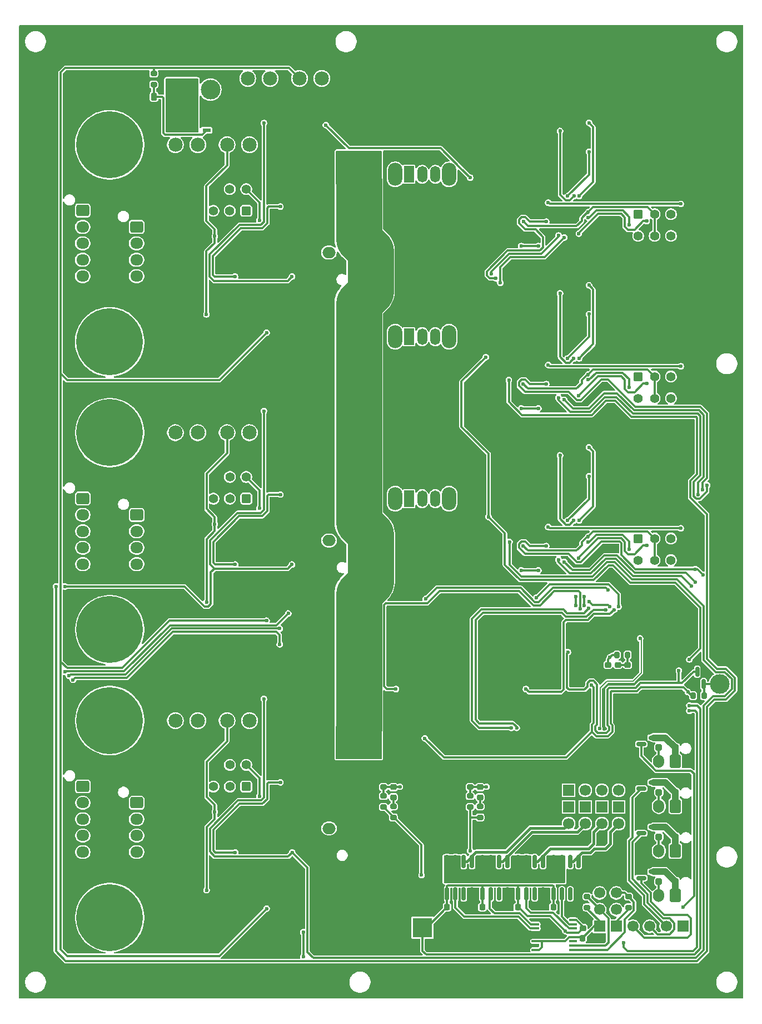
<source format=gbr>
%TF.GenerationSoftware,KiCad,Pcbnew,9.0.5*%
%TF.CreationDate,2025-10-31T00:58:49-04:00*%
%TF.ProjectId,powerdist,706f7765-7264-4697-9374-2e6b69636164,v1*%
%TF.SameCoordinates,Original*%
%TF.FileFunction,Copper,L2,Bot*%
%TF.FilePolarity,Positive*%
%FSLAX46Y46*%
G04 Gerber Fmt 4.6, Leading zero omitted, Abs format (unit mm)*
G04 Created by KiCad (PCBNEW 9.0.5) date 2025-10-31 00:58:49*
%MOMM*%
%LPD*%
G01*
G04 APERTURE LIST*
G04 Aperture macros list*
%AMRoundRect*
0 Rectangle with rounded corners*
0 $1 Rounding radius*
0 $2 $3 $4 $5 $6 $7 $8 $9 X,Y pos of 4 corners*
0 Add a 4 corners polygon primitive as box body*
4,1,4,$2,$3,$4,$5,$6,$7,$8,$9,$2,$3,0*
0 Add four circle primitives for the rounded corners*
1,1,$1+$1,$2,$3*
1,1,$1+$1,$4,$5*
1,1,$1+$1,$6,$7*
1,1,$1+$1,$8,$9*
0 Add four rect primitives between the rounded corners*
20,1,$1+$1,$2,$3,$4,$5,0*
20,1,$1+$1,$4,$5,$6,$7,0*
20,1,$1+$1,$6,$7,$8,$9,0*
20,1,$1+$1,$8,$9,$2,$3,0*%
G04 Aperture macros list end*
%TA.AperFunction,ComponentPad*%
%ADD10C,2.159000*%
%TD*%
%TA.AperFunction,ComponentPad*%
%ADD11RoundRect,0.250000X-0.725000X0.600000X-0.725000X-0.600000X0.725000X-0.600000X0.725000X0.600000X0*%
%TD*%
%TA.AperFunction,ComponentPad*%
%ADD12O,1.950000X1.700000*%
%TD*%
%TA.AperFunction,ComponentPad*%
%ADD13RoundRect,0.250000X0.750000X-0.600000X0.750000X0.600000X-0.750000X0.600000X-0.750000X-0.600000X0*%
%TD*%
%TA.AperFunction,ComponentPad*%
%ADD14O,2.000000X1.700000*%
%TD*%
%TA.AperFunction,ComponentPad*%
%ADD15C,0.600000*%
%TD*%
%TA.AperFunction,SMDPad,CuDef*%
%ADD16R,9.500000X3.400000*%
%TD*%
%TA.AperFunction,ComponentPad*%
%ADD17R,1.700000X1.700000*%
%TD*%
%TA.AperFunction,ComponentPad*%
%ADD18C,1.700000*%
%TD*%
%TA.AperFunction,ComponentPad*%
%ADD19RoundRect,0.250000X0.600000X0.750000X-0.600000X0.750000X-0.600000X-0.750000X0.600000X-0.750000X0*%
%TD*%
%TA.AperFunction,ComponentPad*%
%ADD20O,1.700000X2.000000*%
%TD*%
%TA.AperFunction,ComponentPad*%
%ADD21RoundRect,0.250000X-0.450000X-0.450000X0.450000X-0.450000X0.450000X0.450000X-0.450000X0.450000X0*%
%TD*%
%TA.AperFunction,ComponentPad*%
%ADD22C,1.400000*%
%TD*%
%TA.AperFunction,ComponentPad*%
%ADD23R,3.000000X3.000000*%
%TD*%
%TA.AperFunction,ComponentPad*%
%ADD24C,3.000000*%
%TD*%
%TA.AperFunction,ComponentPad*%
%ADD25O,2.200000X3.500000*%
%TD*%
%TA.AperFunction,ComponentPad*%
%ADD26R,1.500000X2.500000*%
%TD*%
%TA.AperFunction,ComponentPad*%
%ADD27O,1.500000X2.500000*%
%TD*%
%TA.AperFunction,HeatsinkPad*%
%ADD28C,0.500000*%
%TD*%
%TA.AperFunction,HeatsinkPad*%
%ADD29R,2.450000X2.450000*%
%TD*%
%TA.AperFunction,ComponentPad*%
%ADD30RoundRect,0.250000X0.450000X0.450000X-0.450000X0.450000X-0.450000X-0.450000X0.450000X-0.450000X0*%
%TD*%
%TA.AperFunction,ComponentPad*%
%ADD31C,10.160000*%
%TD*%
%TA.AperFunction,SMDPad,CuDef*%
%ADD32RoundRect,0.200000X-0.275000X0.200000X-0.275000X-0.200000X0.275000X-0.200000X0.275000X0.200000X0*%
%TD*%
%TA.AperFunction,SMDPad,CuDef*%
%ADD33RoundRect,0.250000X-0.250000X-0.250000X0.250000X-0.250000X0.250000X0.250000X-0.250000X0.250000X0*%
%TD*%
%TA.AperFunction,SMDPad,CuDef*%
%ADD34RoundRect,0.225000X0.225000X0.250000X-0.225000X0.250000X-0.225000X-0.250000X0.225000X-0.250000X0*%
%TD*%
%TA.AperFunction,SMDPad,CuDef*%
%ADD35R,1.270000X0.610000*%
%TD*%
%TA.AperFunction,SMDPad,CuDef*%
%ADD36R,3.810000X3.910000*%
%TD*%
%TA.AperFunction,SMDPad,CuDef*%
%ADD37R,1.020000X0.610000*%
%TD*%
%TA.AperFunction,SMDPad,CuDef*%
%ADD38RoundRect,0.225000X0.250000X-0.225000X0.250000X0.225000X-0.250000X0.225000X-0.250000X-0.225000X0*%
%TD*%
%TA.AperFunction,SMDPad,CuDef*%
%ADD39O,1.200000X0.399999*%
%TD*%
%TA.AperFunction,SMDPad,CuDef*%
%ADD40RoundRect,0.150000X0.150000X-0.587500X0.150000X0.587500X-0.150000X0.587500X-0.150000X-0.587500X0*%
%TD*%
%TA.AperFunction,SMDPad,CuDef*%
%ADD41RoundRect,0.150000X-0.587500X-0.150000X0.587500X-0.150000X0.587500X0.150000X-0.587500X0.150000X0*%
%TD*%
%TA.AperFunction,SMDPad,CuDef*%
%ADD42RoundRect,0.200000X-0.200000X-0.275000X0.200000X-0.275000X0.200000X0.275000X-0.200000X0.275000X0*%
%TD*%
%TA.AperFunction,SMDPad,CuDef*%
%ADD43RoundRect,0.150000X-0.150000X0.825000X-0.150000X-0.825000X0.150000X-0.825000X0.150000X0.825000X0*%
%TD*%
%TA.AperFunction,SMDPad,CuDef*%
%ADD44RoundRect,0.200000X0.275000X-0.200000X0.275000X0.200000X-0.275000X0.200000X-0.275000X-0.200000X0*%
%TD*%
%TA.AperFunction,SMDPad,CuDef*%
%ADD45RoundRect,0.200000X0.200000X0.275000X-0.200000X0.275000X-0.200000X-0.275000X0.200000X-0.275000X0*%
%TD*%
%TA.AperFunction,SMDPad,CuDef*%
%ADD46RoundRect,0.225000X0.225000X0.375000X-0.225000X0.375000X-0.225000X-0.375000X0.225000X-0.375000X0*%
%TD*%
%TA.AperFunction,SMDPad,CuDef*%
%ADD47RoundRect,0.225000X-0.225000X-0.250000X0.225000X-0.250000X0.225000X0.250000X-0.225000X0.250000X0*%
%TD*%
%TA.AperFunction,SMDPad,CuDef*%
%ADD48RoundRect,0.225000X-0.250000X0.225000X-0.250000X-0.225000X0.250000X-0.225000X0.250000X0.225000X0*%
%TD*%
%TA.AperFunction,ViaPad*%
%ADD49C,0.600000*%
%TD*%
%TA.AperFunction,Conductor*%
%ADD50C,0.200000*%
%TD*%
%TA.AperFunction,Conductor*%
%ADD51C,0.300000*%
%TD*%
%TA.AperFunction,Conductor*%
%ADD52C,7.000000*%
%TD*%
%TA.AperFunction,Conductor*%
%ADD53C,1.000000*%
%TD*%
%TA.AperFunction,Conductor*%
%ADD54C,0.400000*%
%TD*%
G04 APERTURE END LIST*
D10*
%TO.P,F1,1*%
%TO.N,Net-(J1-Pin_2)*%
X85523998Y-74400000D03*
%TO.P,F1,2*%
X88929999Y-74400000D03*
%TO.P,F1,3*%
%TO.N,VAA*%
X93400000Y-74400000D03*
%TO.P,F1,4*%
X96806002Y-74400000D03*
%TD*%
D11*
%TO.P,BATT4S3,1,Pin_1*%
%TO.N,3BATT4*%
X60403465Y-182100000D03*
D12*
%TO.P,BATT4S3,2,Pin_2*%
%TO.N,3BATT3*%
X60403465Y-184600000D03*
%TO.P,BATT4S3,3,Pin_3*%
%TO.N,3BATT2*%
X60403465Y-187100000D03*
%TO.P,BATT4S3,4,Pin_4*%
%TO.N,3BATT1*%
X60403465Y-189600000D03*
%TO.P,BATT4S3,5,Pin_5*%
%TO.N,3BATT-*%
X60403465Y-192100000D03*
%TD*%
D10*
%TO.P,F2,1*%
%TO.N,Net-(BATT1-Pin_2)*%
X74500000Y-84500000D03*
%TO.P,F2,2*%
X77906001Y-84500000D03*
%TO.P,F2,3*%
%TO.N,Vbatt1*%
X82376002Y-84500000D03*
%TO.P,F2,4*%
X85782004Y-84500000D03*
%TD*%
D13*
%TO.P,TH1,1*%
%TO.N,GND*%
X97887216Y-103400000D03*
D14*
%TO.P,TH1,2*%
%TO.N,/battprot1/TS*%
X97887216Y-100900000D03*
%TD*%
D15*
%TO.P,U7,29,PowerPAD*%
%TO.N,GND*%
X135275000Y-160150000D03*
X137055000Y-160150000D03*
X138835000Y-160150000D03*
X140615000Y-160150000D03*
X142395000Y-160150000D03*
X144175000Y-160150000D03*
X135275000Y-158850000D03*
X137055000Y-158850000D03*
X138835000Y-158850000D03*
D16*
X139725000Y-158850000D03*
D15*
X140615000Y-158850000D03*
X142395000Y-158850000D03*
X144175000Y-158850000D03*
X135275000Y-157550000D03*
X137055000Y-157550000D03*
X138835000Y-157550000D03*
X140615000Y-157550000D03*
X142395000Y-157550000D03*
X144175000Y-157550000D03*
%TD*%
D10*
%TO.P,F4,1*%
%TO.N,Net-(BATT3-Pin_2)*%
X74500000Y-172100000D03*
%TO.P,F4,2*%
X77906001Y-172100000D03*
%TO.P,F4,3*%
%TO.N,Vbatt3*%
X82376002Y-172100000D03*
%TO.P,F4,4*%
X85782004Y-172100000D03*
%TD*%
D11*
%TO.P,BATT3S3,1,Pin_1*%
%TO.N,3BATT3*%
X68603465Y-184600000D03*
D12*
%TO.P,BATT3S3,2,Pin_2*%
%TO.N,3BATT2*%
X68603465Y-187100000D03*
%TO.P,BATT3S3,3,Pin_3*%
%TO.N,3BATT1*%
X68603465Y-189600000D03*
%TO.P,BATT3S3,4,Pin_4*%
%TO.N,3BATT-*%
X68603465Y-192100000D03*
%TD*%
D17*
%TO.P,J3,1,Pin_1*%
%TO.N,Net-(J3-Pin_1)*%
X151810000Y-203400000D03*
D18*
%TO.P,J3,2,Pin_2*%
%TO.N,Net-(J3-Pin_2)*%
X149270000Y-203400000D03*
%TO.P,J3,3,Pin_3*%
%TO.N,Net-(J3-Pin_3)*%
X146730000Y-203400000D03*
%TO.P,J3,4,Pin_4*%
%TO.N,Net-(J3-Pin_4)*%
X144190000Y-203400000D03*
%TD*%
D19*
%TO.P,J5,1,Pin_1*%
%TO.N,Net-(D8-A)*%
X150650000Y-178325000D03*
D20*
%TO.P,J5,2,Pin_2*%
%TO.N,+12V*%
X148150000Y-178325000D03*
%TD*%
D21*
%TO.P,SW6,1,A*%
%TO.N,Net-(SW6A-A)*%
X144996415Y-144407500D03*
D22*
%TO.P,SW6,2,B*%
%TO.N,/battcharger3S2/Vref*%
X147496415Y-144407500D03*
%TO.P,SW6,3,C*%
%TO.N,Net-(SW6A-C)*%
X149996415Y-144407500D03*
%TO.P,SW6,4,A*%
%TO.N,Net-(SW6B-A)*%
X149996415Y-147707500D03*
%TO.P,SW6,5,B*%
%TO.N,/battcharger3S2/Vref*%
X147496415Y-147707500D03*
%TO.P,SW6,6,C*%
%TO.N,Net-(SW6B-C)*%
X144996415Y-147707500D03*
%TD*%
D19*
%TO.P,J7,1,Pin_1*%
%TO.N,Net-(D10-A)*%
X150650000Y-191925000D03*
D20*
%TO.P,J7,2,Pin_2*%
%TO.N,+12V*%
X148150000Y-191925000D03*
%TD*%
D23*
%TO.P,J15,1,Pin_1*%
%TO.N,GND*%
X157400000Y-171640000D03*
D24*
%TO.P,J15,2,Pin_2*%
%TO.N,Net-(J15-Pin_2)*%
X157400000Y-166560000D03*
%TD*%
D25*
%TO.P,SW1,*%
%TO.N,*%
X108000000Y-88997500D03*
X116200000Y-88997500D03*
D26*
%TO.P,SW1,1,A*%
%TO.N,Net-(SW1-A)*%
X110100000Y-88997500D03*
D27*
%TO.P,SW1,2,B*%
%TO.N,/battcharger4S/CSRN*%
X112100000Y-88997500D03*
%TO.P,SW1,3,C*%
%TO.N,Net-(SW1-C)*%
X114100000Y-88997500D03*
%TD*%
D17*
%TO.P,J11,1,Pin_1*%
%TO.N,Net-(J11-Pin_1)*%
X136940000Y-185240000D03*
D18*
%TO.P,J11,2,Pin_2*%
%TO.N,/S2*%
X136940000Y-187780000D03*
%TO.P,J11,3,Pin_3*%
%TO.N,GND*%
X136940000Y-190320000D03*
%TD*%
D17*
%TO.P,J12,1,Pin_1*%
%TO.N,Net-(J12-Pin_1)*%
X139480000Y-185240000D03*
D18*
%TO.P,J12,2,Pin_2*%
%TO.N,/S3*%
X139480000Y-187780000D03*
%TO.P,J12,3,Pin_3*%
%TO.N,GND*%
X139480000Y-190320000D03*
%TD*%
D17*
%TO.P,J14,1,Pin_1*%
%TO.N,Net-(J10-Pin_1)*%
X134400000Y-182700000D03*
D18*
%TO.P,J14,2,Pin_2*%
%TO.N,Net-(J11-Pin_1)*%
X136940000Y-182700000D03*
%TO.P,J14,3,Pin_3*%
%TO.N,Net-(J12-Pin_1)*%
X139480000Y-182700000D03*
%TO.P,J14,4,Pin_4*%
%TO.N,Net-(J13-Pin_1)*%
X142020000Y-182700000D03*
%TD*%
D28*
%TO.P,U3,25,GND*%
%TO.N,GND*%
X133021415Y-143675000D03*
X133021415Y-144650000D03*
X133021415Y-145625000D03*
X133996415Y-143675000D03*
X133996415Y-144650000D03*
D29*
X133996415Y-144650000D03*
D28*
X133996415Y-145625000D03*
X134971415Y-143675000D03*
X134971415Y-144650000D03*
X134971415Y-145625000D03*
%TD*%
D10*
%TO.P,F3,1*%
%TO.N,Net-(BATT2-Pin_2)*%
X74500000Y-128300000D03*
%TO.P,F3,2*%
X77906001Y-128300000D03*
%TO.P,F3,3*%
%TO.N,Vbatt2*%
X82376002Y-128300000D03*
%TO.P,F3,4*%
X85782004Y-128300000D03*
%TD*%
D17*
%TO.P,J9,1,Pin_1*%
%TO.N,+3V3*%
X139120000Y-203400000D03*
D18*
%TO.P,J9,2,Pin_2*%
%TO.N,SDA*%
X139120000Y-200860000D03*
%TO.P,J9,3,Pin_3*%
%TO.N,SCL*%
X139120000Y-198320000D03*
%TO.P,J9,4,Pin_4*%
%TO.N,GND*%
X139120000Y-195780000D03*
%TD*%
D13*
%TO.P,TH2,1*%
%TO.N,GND*%
X97903465Y-147200000D03*
D14*
%TO.P,TH2,2*%
%TO.N,/battprot2/TS*%
X97903465Y-144700000D03*
%TD*%
D17*
%TO.P,J10,1,Pin_1*%
%TO.N,Net-(J10-Pin_1)*%
X134400000Y-185240000D03*
D18*
%TO.P,J10,2,Pin_2*%
%TO.N,/S1*%
X134400000Y-187780000D03*
%TO.P,J10,3,Pin_3*%
%TO.N,GND*%
X134400000Y-190320000D03*
%TD*%
D13*
%TO.P,TH3,1*%
%TO.N,GND*%
X97903465Y-191000000D03*
D14*
%TO.P,TH3,2*%
%TO.N,/battprot3/TS*%
X97903465Y-188500000D03*
%TD*%
D30*
%TO.P,SW7,1,A*%
%TO.N,/battprot1/VC3*%
X85287216Y-94542500D03*
D22*
%TO.P,SW7,2,B*%
%TO.N,/battprot1/VC4*%
X82787216Y-94542500D03*
%TO.P,SW7,3,C*%
%TO.N,Net-(SW7A-C)*%
X80287216Y-94542500D03*
%TO.P,SW7,4,A*%
%TO.N,GND*%
X80287216Y-91242500D03*
%TO.P,SW7,5,B*%
%TO.N,/battprot1/CCFG*%
X82787216Y-91242500D03*
%TO.P,SW7,6,C*%
%TO.N,/battprot1/AVDD*%
X85287216Y-91242500D03*
%TD*%
D19*
%TO.P,J6,1,Pin_1*%
%TO.N,Net-(D9-A)*%
X150650000Y-185125000D03*
D20*
%TO.P,J6,2,Pin_2*%
%TO.N,+12V*%
X148150000Y-185125000D03*
%TD*%
D25*
%TO.P,SW3,*%
%TO.N,*%
X107996415Y-113697500D03*
X116196415Y-113697500D03*
D26*
%TO.P,SW3,1,A*%
%TO.N,Net-(SW3-A)*%
X110096415Y-113697500D03*
D27*
%TO.P,SW3,2,B*%
%TO.N,/battcharger3S1/CSRN*%
X112096415Y-113697500D03*
%TO.P,SW3,3,C*%
%TO.N,Net-(SW3-C)*%
X114096415Y-113697500D03*
%TD*%
D30*
%TO.P,SW8,1,A*%
%TO.N,/battprot2/VC3*%
X85303465Y-138342500D03*
D22*
%TO.P,SW8,2,B*%
%TO.N,/battprot2/VC4*%
X82803465Y-138342500D03*
%TO.P,SW8,3,C*%
%TO.N,Net-(SW8A-C)*%
X80303465Y-138342500D03*
%TO.P,SW8,4,A*%
%TO.N,GND*%
X80303465Y-135042500D03*
%TO.P,SW8,5,B*%
%TO.N,/battprot2/CCFG*%
X82803465Y-135042500D03*
%TO.P,SW8,6,C*%
%TO.N,/battprot2/AVDD*%
X85303465Y-135042500D03*
%TD*%
D11*
%TO.P,BATT3S2,1,Pin_1*%
%TO.N,2BATT3*%
X68603465Y-140800000D03*
D12*
%TO.P,BATT3S2,2,Pin_2*%
%TO.N,2BATT2*%
X68603465Y-143300000D03*
%TO.P,BATT3S2,3,Pin_3*%
%TO.N,2BATT1*%
X68603465Y-145800000D03*
%TO.P,BATT3S2,4,Pin_4*%
%TO.N,2BATT-*%
X68603465Y-148300000D03*
%TD*%
D30*
%TO.P,SW9,1,A*%
%TO.N,/battprot3/VC3*%
X85303465Y-182142500D03*
D22*
%TO.P,SW9,2,B*%
%TO.N,/battprot3/VC4*%
X82803465Y-182142500D03*
%TO.P,SW9,3,C*%
%TO.N,Net-(SW9A-C)*%
X80303465Y-182142500D03*
%TO.P,SW9,4,A*%
%TO.N,GND*%
X80303465Y-178842500D03*
%TO.P,SW9,5,B*%
%TO.N,/battprot3/CCFG*%
X82803465Y-178842500D03*
%TO.P,SW9,6,C*%
%TO.N,/battprot3/AVDD*%
X85303465Y-178842500D03*
%TD*%
D19*
%TO.P,J8,1,Pin_1*%
%TO.N,Net-(D11-A)*%
X150650000Y-198725000D03*
D20*
%TO.P,J8,2,Pin_2*%
%TO.N,+12V*%
X148150000Y-198725000D03*
%TD*%
D23*
%TO.P,J2,1,Pin_1*%
%TO.N,+5V*%
X112160000Y-203600000D03*
D24*
%TO.P,J2,2,Pin_2*%
%TO.N,GND*%
X117240000Y-203600000D03*
%TD*%
D28*
%TO.P,U1,25,GND*%
%TO.N,GND*%
X133025000Y-94325000D03*
X133025000Y-95300000D03*
X133025000Y-96275000D03*
X134000000Y-94325000D03*
X134000000Y-95300000D03*
D29*
X134000000Y-95300000D03*
D28*
X134000000Y-96275000D03*
X134975000Y-94325000D03*
X134975000Y-95300000D03*
X134975000Y-96275000D03*
%TD*%
D31*
%TO.P,BATT1,1,Pin_1*%
%TO.N,Net-(BATT1-Pin_1)*%
X64487216Y-114470000D03*
%TO.P,BATT1,2,Pin_2*%
%TO.N,Net-(BATT1-Pin_2)*%
X64487216Y-84500000D03*
%TD*%
D11*
%TO.P,BATT4S1,1,Pin_1*%
%TO.N,1BATT4*%
X60387216Y-94500000D03*
D12*
%TO.P,BATT4S1,2,Pin_2*%
%TO.N,1BATT3*%
X60387216Y-97000000D03*
%TO.P,BATT4S1,3,Pin_3*%
%TO.N,1BATT2*%
X60387216Y-99500000D03*
%TO.P,BATT4S1,4,Pin_4*%
%TO.N,1BATT1*%
X60387216Y-102000000D03*
%TO.P,BATT4S1,5,Pin_5*%
%TO.N,1BATT-*%
X60387216Y-104500000D03*
%TD*%
D31*
%TO.P,BATT2,1,Pin_1*%
%TO.N,Net-(BATT2-Pin_1)*%
X64503465Y-158270000D03*
%TO.P,BATT2,2,Pin_2*%
%TO.N,Net-(BATT2-Pin_2)*%
X64503465Y-128300000D03*
%TD*%
D17*
%TO.P,J13,1,Pin_1*%
%TO.N,Net-(J13-Pin_1)*%
X142020000Y-185240000D03*
D18*
%TO.P,J13,2,Pin_2*%
%TO.N,/S4*%
X142020000Y-187780000D03*
%TO.P,J13,3,Pin_3*%
%TO.N,GND*%
X142020000Y-190320000D03*
%TD*%
D17*
%TO.P,J4,1,Pin_1*%
%TO.N,+3V3*%
X141660000Y-203400000D03*
D18*
%TO.P,J4,2,Pin_2*%
%TO.N,SDA*%
X141660000Y-200860000D03*
%TO.P,J4,3,Pin_3*%
%TO.N,SCL*%
X141660000Y-198320000D03*
%TO.P,J4,4,Pin_4*%
%TO.N,GND*%
X141660000Y-195780000D03*
%TD*%
D28*
%TO.P,U2,25,GND*%
%TO.N,GND*%
X133021415Y-119025000D03*
X133021415Y-120000000D03*
X133021415Y-120975000D03*
X133996415Y-119025000D03*
X133996415Y-120000000D03*
D29*
X133996415Y-120000000D03*
D28*
X133996415Y-120975000D03*
X134971415Y-119025000D03*
X134971415Y-120000000D03*
X134971415Y-120975000D03*
%TD*%
D21*
%TO.P,SW4,1,A*%
%TO.N,Net-(SW4A-A)*%
X144996415Y-119757500D03*
D22*
%TO.P,SW4,2,B*%
%TO.N,/battcharger3S1/Vref*%
X147496415Y-119757500D03*
%TO.P,SW4,3,C*%
%TO.N,Net-(SW4A-C)*%
X149996415Y-119757500D03*
%TO.P,SW4,4,A*%
%TO.N,Net-(SW4B-A)*%
X149996415Y-123057500D03*
%TO.P,SW4,5,B*%
%TO.N,/battcharger3S1/Vref*%
X147496415Y-123057500D03*
%TO.P,SW4,6,C*%
%TO.N,Net-(SW4B-C)*%
X144996415Y-123057500D03*
%TD*%
D25*
%TO.P,SW5,*%
%TO.N,*%
X107996415Y-138347500D03*
X116196415Y-138347500D03*
D26*
%TO.P,SW5,1,A*%
%TO.N,Net-(SW5-A)*%
X110096415Y-138347500D03*
D27*
%TO.P,SW5,2,B*%
%TO.N,/battcharger3S2/CSRN*%
X112096415Y-138347500D03*
%TO.P,SW5,3,C*%
%TO.N,Net-(SW5-C)*%
X114096415Y-138347500D03*
%TD*%
D23*
%TO.P,J1,1,Pin_1*%
%TO.N,Net-(J1-Pin_1)*%
X74760000Y-76100000D03*
D24*
%TO.P,J1,2,Pin_2*%
%TO.N,Net-(J1-Pin_2)*%
X79840000Y-76100000D03*
%TD*%
D21*
%TO.P,SW2,1,A*%
%TO.N,Net-(SW2A-A)*%
X145000000Y-95057500D03*
D22*
%TO.P,SW2,2,B*%
%TO.N,/battcharger4S/Vref*%
X147500000Y-95057500D03*
%TO.P,SW2,3,C*%
%TO.N,Net-(SW2A-C)*%
X150000000Y-95057500D03*
%TO.P,SW2,4,A*%
%TO.N,Net-(SW2B-A)*%
X150000000Y-98357500D03*
%TO.P,SW2,5,B*%
%TO.N,/battcharger4S/Vref*%
X147500000Y-98357500D03*
%TO.P,SW2,6,C*%
%TO.N,Net-(SW2B-C)*%
X145000000Y-98357500D03*
%TD*%
D11*
%TO.P,BATT3S1,1,Pin_1*%
%TO.N,1BATT3*%
X68587216Y-97000000D03*
D12*
%TO.P,BATT3S1,2,Pin_2*%
%TO.N,1BATT2*%
X68587216Y-99500000D03*
%TO.P,BATT3S1,3,Pin_3*%
%TO.N,1BATT1*%
X68587216Y-102000000D03*
%TO.P,BATT3S1,4,Pin_4*%
%TO.N,1BATT-*%
X68587216Y-104500000D03*
%TD*%
D11*
%TO.P,BATT4S2,1,Pin_1*%
%TO.N,2BATT4*%
X60403465Y-138300000D03*
D12*
%TO.P,BATT4S2,2,Pin_2*%
%TO.N,2BATT3*%
X60403465Y-140800000D03*
%TO.P,BATT4S2,3,Pin_3*%
%TO.N,2BATT2*%
X60403465Y-143300000D03*
%TO.P,BATT4S2,4,Pin_4*%
%TO.N,2BATT1*%
X60403465Y-145800000D03*
%TO.P,BATT4S2,5,Pin_5*%
%TO.N,2BATT-*%
X60403465Y-148300000D03*
%TD*%
D31*
%TO.P,BATT3,1,Pin_1*%
%TO.N,Net-(BATT3-Pin_1)*%
X64503465Y-202070000D03*
%TO.P,BATT3,2,Pin_2*%
%TO.N,Net-(BATT3-Pin_2)*%
X64503465Y-172100000D03*
%TD*%
D32*
%TO.P,R1,1*%
%TO.N,VAA*%
X71200000Y-73675000D03*
%TO.P,R1,2*%
%TO.N,Net-(D1-K)*%
X71200000Y-75325000D03*
%TD*%
D33*
%TO.P,D11,1,K*%
%TO.N,+12V*%
X148150000Y-196600000D03*
%TO.P,D11,2,A*%
%TO.N,Net-(D11-A)*%
X150650000Y-196600000D03*
%TD*%
D34*
%TO.P,C114,1*%
%TO.N,+5V*%
X121275000Y-200500000D03*
%TO.P,C114,2*%
%TO.N,GND*%
X119725000Y-200500000D03*
%TD*%
%TO.P,C113,1*%
%TO.N,+5V*%
X115875000Y-200500000D03*
%TO.P,C113,2*%
%TO.N,GND*%
X114325000Y-200500000D03*
%TD*%
D35*
%TO.P,Q1,1,S*%
%TO.N,GND*%
X79250000Y-78500000D03*
%TO.P,Q1,2,S*%
X79250000Y-79770000D03*
%TO.P,Q1,3,S*%
X79250000Y-81040000D03*
%TO.P,Q1,4,G*%
%TO.N,Net-(D1-K)*%
X79250000Y-82310000D03*
D36*
%TO.P,Q1,5,D*%
%TO.N,Net-(J1-Pin_1)*%
X75890000Y-80405000D03*
D37*
X73785000Y-82310000D03*
X73785000Y-81040000D03*
X73785000Y-79770000D03*
X73785000Y-78500000D03*
%TD*%
D38*
%TO.P,C82,1*%
%TO.N,GND*%
X140400000Y-165175000D03*
%TO.P,C82,2*%
%TO.N,/buckboost/COMP*%
X140400000Y-163625000D03*
%TD*%
D33*
%TO.P,D8,1,K*%
%TO.N,+12V*%
X148150000Y-176200000D03*
%TO.P,D8,2,A*%
%TO.N,Net-(D8-A)*%
X150650000Y-176200000D03*
%TD*%
D32*
%TO.P,R131,1*%
%TO.N,GND*%
X106200000Y-180575000D03*
%TO.P,R131,2*%
%TO.N,/buck5V1/FB*%
X106200000Y-182225000D03*
%TD*%
D34*
%TO.P,C115,1*%
%TO.N,+5V*%
X126675000Y-200500000D03*
%TO.P,C115,2*%
%TO.N,GND*%
X125125000Y-200500000D03*
%TD*%
%TO.P,C116,1*%
%TO.N,+5V*%
X132075000Y-200500000D03*
%TO.P,C116,2*%
%TO.N,GND*%
X130525000Y-200500000D03*
%TD*%
D39*
%TO.P,U9,1,A0*%
%TO.N,+3V3*%
X129349998Y-206974999D03*
%TO.P,U9,2,A1*%
%TO.N,GND*%
X129349998Y-206324998D03*
%TO.P,U9,3,RESET_N*%
%TO.N,+3V3*%
X129349998Y-205674999D03*
%TO.P,U9,4,DGND*%
%TO.N,GND*%
X129349998Y-205024998D03*
%TO.P,U9,5,AGND*%
X129349998Y-204374999D03*
%TO.P,U9,6,AIN3*%
%TO.N,/ADCstall/SENSE4*%
X129349998Y-203724998D03*
%TO.P,U9,7,AIN2*%
%TO.N,/ADCstall/SENSE3*%
X129349998Y-203074999D03*
%TO.P,U9,8,REFN*%
%TO.N,GND*%
X129349998Y-202424998D03*
%TO.P,U9,9,REFP*%
%TO.N,+5V*%
X135049997Y-202424998D03*
%TO.P,U9,10,AIN1*%
%TO.N,/ADCstall/SENSE2*%
X135049997Y-203074999D03*
%TO.P,U9,11,AIN0*%
%TO.N,/ADCstall/SENSE1*%
X135049997Y-203724998D03*
%TO.P,U9,12,AVDD*%
%TO.N,+5V*%
X135049997Y-204374999D03*
%TO.P,U9,13,DVDD*%
%TO.N,+3V3*%
X135049997Y-205024998D03*
%TO.P,U9,14,DRDY_N*%
%TO.N,unconnected-(U9-DRDY_N-Pad14)*%
X135049997Y-205674999D03*
%TO.P,U9,15,SDA*%
%TO.N,SDA*%
X135049997Y-206324998D03*
%TO.P,U9,16,SCL*%
%TO.N,SCL*%
X135049997Y-206974999D03*
%TD*%
D33*
%TO.P,D10,1,K*%
%TO.N,+12V*%
X148150000Y-189800000D03*
%TO.P,D10,2,A*%
%TO.N,Net-(D10-A)*%
X150650000Y-189800000D03*
%TD*%
D32*
%TO.P,R130,1*%
%TO.N,Net-(C107-Pad1)*%
X120900000Y-185175000D03*
%TO.P,R130,2*%
%TO.N,+7.5V*%
X120900000Y-186825000D03*
%TD*%
D40*
%TO.P,Q31,1,G*%
%TO.N,Net-(J15-Pin_2)*%
X154950000Y-166537500D03*
%TO.P,Q31,2,S*%
%TO.N,GND*%
X153050000Y-166537500D03*
%TO.P,Q31,3,D*%
%TO.N,/CHG*%
X154000000Y-164662500D03*
%TD*%
D38*
%TO.P,C79,1*%
%TO.N,GND*%
X143400000Y-165175000D03*
%TO.P,C79,2*%
%TO.N,Net-(C79-Pad2)*%
X143400000Y-163625000D03*
%TD*%
D41*
%TO.P,Q8,1,G*%
%TO.N,Net-(J3-Pin_4)*%
X145462500Y-196050000D03*
%TO.P,Q8,2,S*%
%TO.N,GND*%
X145462500Y-194150000D03*
%TO.P,Q8,3,D*%
%TO.N,Net-(D11-A)*%
X147337500Y-195100000D03*
%TD*%
D42*
%TO.P,R16,1*%
%TO.N,+BATT*%
X153375000Y-168300000D03*
%TO.P,R16,2*%
%TO.N,Net-(J15-Pin_2)*%
X155025000Y-168300000D03*
%TD*%
D43*
%TO.P,U15,1,IP+*%
%TO.N,+7.5V*%
X132095000Y-193525000D03*
%TO.P,U15,2,IP+*%
X133365000Y-193525000D03*
%TO.P,U15,3,IP-*%
%TO.N,/S4*%
X134635000Y-193525000D03*
%TO.P,U15,4,IP-*%
X135905000Y-193525000D03*
%TO.P,U15,5,GND*%
%TO.N,GND*%
X135905000Y-198475000D03*
%TO.P,U15,6,FILTER*%
%TO.N,unconnected-(U15-FILTER-Pad6)*%
X134635000Y-198475000D03*
%TO.P,U15,7,VIOUT*%
%TO.N,/ADCstall/SENSE2*%
X133365000Y-198475000D03*
%TO.P,U15,8,VCC*%
%TO.N,+5V*%
X132095000Y-198475000D03*
%TD*%
D41*
%TO.P,Q6,1,G*%
%TO.N,Net-(J3-Pin_2)*%
X145462500Y-182450000D03*
%TO.P,Q6,2,S*%
%TO.N,GND*%
X145462500Y-180550000D03*
%TO.P,Q6,3,D*%
%TO.N,Net-(D9-A)*%
X147337500Y-181500000D03*
%TD*%
D44*
%TO.P,R7,1*%
%TO.N,+5V*%
X106200000Y-185225000D03*
%TO.P,R7,2*%
%TO.N,/buck5V1/FB*%
X106200000Y-183575000D03*
%TD*%
D32*
%TO.P,R132,1*%
%TO.N,Net-(C112-Pad1)*%
X107700000Y-185175000D03*
%TO.P,R132,2*%
%TO.N,+5V*%
X107700000Y-186825000D03*
%TD*%
D38*
%TO.P,C112,1*%
%TO.N,Net-(C112-Pad1)*%
X107700000Y-183775000D03*
%TO.P,C112,2*%
%TO.N,/buck5V1/FB*%
X107700000Y-182225000D03*
%TD*%
D43*
%TO.P,U14,1,IP+*%
%TO.N,+7.5V*%
X126695000Y-193525000D03*
%TO.P,U14,2,IP+*%
X127965000Y-193525000D03*
%TO.P,U14,3,IP-*%
%TO.N,/S3*%
X129235000Y-193525000D03*
%TO.P,U14,4,IP-*%
X130505000Y-193525000D03*
%TO.P,U14,5,GND*%
%TO.N,GND*%
X130505000Y-198475000D03*
%TO.P,U14,6,FILTER*%
%TO.N,unconnected-(U14-FILTER-Pad6)*%
X129235000Y-198475000D03*
%TO.P,U14,7,VIOUT*%
%TO.N,/ADCstall/SENSE1*%
X127965000Y-198475000D03*
%TO.P,U14,8,VCC*%
%TO.N,+5V*%
X126695000Y-198475000D03*
%TD*%
%TO.P,U12,1,IP+*%
%TO.N,+7.5V*%
X115895000Y-193525000D03*
%TO.P,U12,2,IP+*%
X117165000Y-193525000D03*
%TO.P,U12,3,IP-*%
%TO.N,/S1*%
X118435000Y-193525000D03*
%TO.P,U12,4,IP-*%
X119705000Y-193525000D03*
%TO.P,U12,5,GND*%
%TO.N,GND*%
X119705000Y-198475000D03*
%TO.P,U12,6,FILTER*%
%TO.N,unconnected-(U12-FILTER-Pad6)*%
X118435000Y-198475000D03*
%TO.P,U12,7,VIOUT*%
%TO.N,/ADCstall/SENSE4*%
X117165000Y-198475000D03*
%TO.P,U12,8,VCC*%
%TO.N,+5V*%
X115895000Y-198475000D03*
%TD*%
D38*
%TO.P,C80,1*%
%TO.N,GND*%
X141900000Y-165175000D03*
%TO.P,C80,2*%
%TO.N,Net-(C79-Pad2)*%
X141900000Y-163625000D03*
%TD*%
D45*
%TO.P,R117,1*%
%TO.N,Net-(C79-Pad2)*%
X143400000Y-162100000D03*
%TO.P,R117,2*%
%TO.N,/buckboost/COMP*%
X141750000Y-162100000D03*
%TD*%
D46*
%TO.P,D1,1,K*%
%TO.N,Net-(D1-K)*%
X71250000Y-77200000D03*
%TO.P,D1,2,A*%
%TO.N,GND*%
X67950000Y-77200000D03*
%TD*%
D44*
%TO.P,R10,1*%
%TO.N,+3V3*%
X137220000Y-200525000D03*
%TO.P,R10,2*%
%TO.N,SDA*%
X137220000Y-198875000D03*
%TD*%
D43*
%TO.P,U13,1,IP+*%
%TO.N,+7.5V*%
X121295000Y-193525000D03*
%TO.P,U13,2,IP+*%
X122565000Y-193525000D03*
%TO.P,U13,3,IP-*%
%TO.N,/S2*%
X123835000Y-193525000D03*
%TO.P,U13,4,IP-*%
X125105000Y-193525000D03*
%TO.P,U13,5,GND*%
%TO.N,GND*%
X125105000Y-198475000D03*
%TO.P,U13,6,FILTER*%
%TO.N,unconnected-(U13-FILTER-Pad6)*%
X123835000Y-198475000D03*
%TO.P,U13,7,VIOUT*%
%TO.N,/ADCstall/SENSE3*%
X122565000Y-198475000D03*
%TO.P,U13,8,VCC*%
%TO.N,+5V*%
X121295000Y-198475000D03*
%TD*%
D38*
%TO.P,C107,1*%
%TO.N,Net-(C107-Pad1)*%
X120900000Y-183775000D03*
%TO.P,C107,2*%
%TO.N,/buck7V5/FB*%
X120900000Y-182225000D03*
%TD*%
D47*
%TO.P,C102,1*%
%TO.N,+3V3*%
X136525000Y-205200000D03*
%TO.P,C102,2*%
%TO.N,GND*%
X138075000Y-205200000D03*
%TD*%
D44*
%TO.P,R11,1*%
%TO.N,+3V3*%
X143520000Y-200525000D03*
%TO.P,R11,2*%
%TO.N,SCL*%
X143520000Y-198875000D03*
%TD*%
D48*
%TO.P,C101,1*%
%TO.N,GND*%
X136600000Y-202125000D03*
%TO.P,C101,2*%
%TO.N,+5V*%
X136600000Y-203675000D03*
%TD*%
D32*
%TO.P,R129,1*%
%TO.N,GND*%
X119400000Y-180574998D03*
%TO.P,R129,2*%
%TO.N,/buck7V5/FB*%
X119400000Y-182224998D03*
%TD*%
D41*
%TO.P,Q7,1,G*%
%TO.N,Net-(J3-Pin_3)*%
X145462500Y-189250000D03*
%TO.P,Q7,2,S*%
%TO.N,GND*%
X145462500Y-187350000D03*
%TO.P,Q7,3,D*%
%TO.N,Net-(D10-A)*%
X147337500Y-188300000D03*
%TD*%
D44*
%TO.P,R6,1*%
%TO.N,+7.5V*%
X119400000Y-185224998D03*
%TO.P,R6,2*%
%TO.N,/buck7V5/FB*%
X119400000Y-183574998D03*
%TD*%
D33*
%TO.P,D9,1,K*%
%TO.N,+12V*%
X148150000Y-183000000D03*
%TO.P,D9,2,A*%
%TO.N,Net-(D9-A)*%
X150650000Y-183000000D03*
%TD*%
D41*
%TO.P,Q5,1,G*%
%TO.N,Net-(J3-Pin_1)*%
X145462500Y-175650000D03*
%TO.P,Q5,2,S*%
%TO.N,GND*%
X145462500Y-173750000D03*
%TO.P,Q5,3,D*%
%TO.N,Net-(D8-A)*%
X147337500Y-174700000D03*
%TD*%
D49*
%TO.N,GND*%
X140300000Y-76700000D03*
X129600000Y-156400000D03*
X113300000Y-76700000D03*
X146300000Y-76700000D03*
X147300000Y-76700000D03*
X108600000Y-156400000D03*
X120900000Y-158200000D03*
X95000000Y-120300000D03*
X102900000Y-188800000D03*
X108100000Y-160200000D03*
X103600000Y-188300000D03*
X93000000Y-164100000D03*
X118600000Y-151200000D03*
X137800000Y-77300000D03*
X86500000Y-164800000D03*
X93500000Y-164800000D03*
X127600000Y-156400000D03*
X102900000Y-196800000D03*
X148300000Y-76700000D03*
X105300000Y-76700000D03*
X149300000Y-171700000D03*
X94500000Y-119600000D03*
X139400000Y-205200000D03*
X115800000Y-77300000D03*
X134300000Y-72100000D03*
X102900000Y-198800000D03*
X98000000Y-164100000D03*
X145500000Y-184700000D03*
X92500000Y-163400000D03*
X134300000Y-76700000D03*
X90000000Y-120300000D03*
X127300000Y-76700000D03*
X142800000Y-77300000D03*
X102900000Y-187800000D03*
X117600000Y-156400000D03*
X119000000Y-166200000D03*
X128396415Y-118800000D03*
X153800000Y-144000000D03*
X120900000Y-164200000D03*
X109300000Y-72100000D03*
X88000000Y-120300000D03*
X109600000Y-156400000D03*
X114600000Y-151200000D03*
X131300000Y-76700000D03*
X119000000Y-157200000D03*
X127300000Y-72100000D03*
X148600000Y-172200000D03*
X138800000Y-77300000D03*
X104300000Y-193800000D03*
X119000000Y-165200000D03*
X140892173Y-96911413D03*
X125300000Y-76700000D03*
X135300000Y-72100000D03*
X124300000Y-76700000D03*
X125600000Y-153600000D03*
X147900000Y-170700000D03*
X137300000Y-72100000D03*
X130800000Y-97600000D03*
X144800000Y-193000000D03*
X103600000Y-200300000D03*
X103600000Y-190300000D03*
X87500000Y-121000000D03*
X117396415Y-141050000D03*
X143300000Y-76700000D03*
X104300000Y-197800000D03*
X93000000Y-120300000D03*
X112300000Y-76700000D03*
X139900000Y-173300000D03*
X103600000Y-187300000D03*
X133300000Y-76700000D03*
X116800000Y-77300000D03*
X90000000Y-164100000D03*
X96000000Y-120300000D03*
X135300000Y-76700000D03*
X140892173Y-146311413D03*
X129100000Y-98027000D03*
X104300000Y-200800000D03*
X104300000Y-76700000D03*
X144300000Y-76700000D03*
X114800000Y-77300000D03*
X119800000Y-77300000D03*
X113800000Y-77300000D03*
X120900000Y-166200000D03*
X111300000Y-76700000D03*
X126300000Y-76700000D03*
X119000000Y-168200000D03*
X133300000Y-72100000D03*
X125600000Y-151200000D03*
X110300000Y-76700000D03*
X120900000Y-163200000D03*
X97500000Y-163400000D03*
X130300000Y-76700000D03*
X103600000Y-197300000D03*
X124300000Y-72100000D03*
X104300000Y-191800000D03*
X115600000Y-151200000D03*
X120600000Y-151200000D03*
X88500000Y-164800000D03*
X140888588Y-121611413D03*
X133000000Y-161100000D03*
X117600000Y-153600000D03*
X125800000Y-77300000D03*
X127800000Y-77300000D03*
X104300000Y-196800000D03*
X87500000Y-164800000D03*
X114300000Y-72100000D03*
X104300000Y-201800000D03*
X91900000Y-123700000D03*
X131800000Y-77300000D03*
X102900000Y-189800000D03*
X145500000Y-185700000D03*
X144800000Y-191000000D03*
X114600000Y-153600000D03*
X126300000Y-72100000D03*
X110300000Y-72100000D03*
X103600000Y-196300000D03*
X123600000Y-156400000D03*
X108300000Y-72100000D03*
X132600000Y-156400000D03*
X96500000Y-163400000D03*
X128400000Y-94100000D03*
X103600000Y-198300000D03*
X132800000Y-77300000D03*
X108100000Y-163200000D03*
X95500000Y-164800000D03*
X102900000Y-192800000D03*
X106300000Y-72100000D03*
X122600000Y-153600000D03*
X103600000Y-191300000D03*
X133000000Y-164100000D03*
X94500000Y-164800000D03*
X82603465Y-183500000D03*
X116300000Y-76700000D03*
X122800000Y-77300000D03*
X146200000Y-185200000D03*
X133800000Y-77300000D03*
X108100000Y-162200000D03*
X109300000Y-76700000D03*
X141300000Y-72100000D03*
X141800000Y-77300000D03*
X104300000Y-189800000D03*
X96500000Y-121000000D03*
X153800000Y-143000000D03*
X102900000Y-194800000D03*
X114600000Y-156400000D03*
X103600000Y-186300000D03*
X87000000Y-164100000D03*
X102900000Y-191800000D03*
X122300000Y-76700000D03*
X133000000Y-163100000D03*
X104300000Y-190800000D03*
X106800000Y-77300000D03*
X139300000Y-72100000D03*
X90500000Y-163400000D03*
X96500000Y-164800000D03*
X134800000Y-77300000D03*
X91000000Y-164100000D03*
X102900000Y-199800000D03*
X130300000Y-72100000D03*
X102900000Y-186800000D03*
X129800000Y-77300000D03*
X146200000Y-184200000D03*
X87000000Y-120300000D03*
X87500000Y-163400000D03*
X120600000Y-153600000D03*
X143300000Y-72100000D03*
X119000000Y-162200000D03*
X102900000Y-185800000D03*
X104300000Y-187800000D03*
X82487216Y-95900000D03*
X118600000Y-156400000D03*
X133000000Y-165100000D03*
X119000000Y-164200000D03*
X103600000Y-194300000D03*
X149300000Y-170700000D03*
X119000000Y-161200000D03*
X97500000Y-121000000D03*
X129100000Y-147400000D03*
X129096415Y-122727000D03*
X115600000Y-156400000D03*
X145300000Y-76700000D03*
X136300000Y-76700000D03*
X90500000Y-164800000D03*
X91500000Y-121000000D03*
X112300000Y-72100000D03*
X120900000Y-160200000D03*
X126600000Y-156400000D03*
X108100000Y-165200000D03*
X153300000Y-139500000D03*
X77503465Y-188100000D03*
X92000000Y-120300000D03*
X94000000Y-164100000D03*
X129300000Y-200500000D03*
X89500000Y-119600000D03*
X135800000Y-77300000D03*
X105800000Y-77300000D03*
X105300000Y-72100000D03*
X122600000Y-156400000D03*
X89500000Y-163400000D03*
X92000000Y-164100000D03*
X133000000Y-157100000D03*
X93500000Y-119600000D03*
X140300000Y-72100000D03*
X121600000Y-151200000D03*
X147800000Y-77300000D03*
X91000000Y-120300000D03*
X104300000Y-198800000D03*
X149300000Y-72100000D03*
X131300000Y-72100000D03*
X144800000Y-77300000D03*
X133000000Y-160100000D03*
X129300000Y-76700000D03*
X146800000Y-77300000D03*
X133000000Y-167100000D03*
X116600000Y-151200000D03*
X126600000Y-153600000D03*
X119000000Y-170200000D03*
X147900000Y-171700000D03*
X95000000Y-164100000D03*
X119000000Y-167200000D03*
X116600000Y-156400000D03*
X146200000Y-186200000D03*
X82503465Y-139700000D03*
X128300000Y-72100000D03*
X136800000Y-77300000D03*
X88000000Y-164100000D03*
X103600000Y-189300000D03*
X94500000Y-121000000D03*
X104300000Y-185800000D03*
X97000000Y-164100000D03*
X145500000Y-192500000D03*
X135900000Y-201400000D03*
X137300000Y-76700000D03*
X153800000Y-142000000D03*
X106300000Y-76700000D03*
X116300000Y-72100000D03*
X144300000Y-72100000D03*
X130800000Y-77300000D03*
X128396415Y-143450000D03*
X77487216Y-100500000D03*
X107800000Y-77300000D03*
X96500000Y-119600000D03*
X89500000Y-164800000D03*
X119000000Y-159200000D03*
X104300000Y-72100000D03*
X89000000Y-164100000D03*
X125600000Y-156400000D03*
X120900000Y-159200000D03*
X122600000Y-151200000D03*
X144800000Y-186200000D03*
X118600000Y-153600000D03*
X130600000Y-156400000D03*
X129300000Y-72100000D03*
X121600000Y-156400000D03*
X92500000Y-121000000D03*
X91500000Y-164800000D03*
X119300000Y-72100000D03*
X104300000Y-199800000D03*
X146200000Y-193000000D03*
X153800000Y-147000000D03*
X120300000Y-76700000D03*
X94500000Y-163400000D03*
X148800000Y-77300000D03*
X146200000Y-191000000D03*
X124600000Y-153600000D03*
X119000000Y-163200000D03*
X93500000Y-121000000D03*
X110800000Y-77300000D03*
X133000000Y-158100000D03*
X108100000Y-158200000D03*
X115300000Y-76700000D03*
X92500000Y-164800000D03*
X97000000Y-120300000D03*
X111300000Y-72100000D03*
X112800000Y-77300000D03*
X118800000Y-77300000D03*
X146300000Y-72100000D03*
X108100000Y-161200000D03*
X140800000Y-77300000D03*
X89500000Y-121000000D03*
X135500000Y-166700000D03*
X91900000Y-167500000D03*
X112600000Y-156400000D03*
X145300000Y-72100000D03*
X119300000Y-76700000D03*
X153800000Y-141000000D03*
X148600000Y-171200000D03*
X103600000Y-192300000D03*
X77503465Y-144300000D03*
X139300000Y-76700000D03*
X91900000Y-79900000D03*
X102900000Y-190800000D03*
X120900000Y-161200000D03*
X147300000Y-72100000D03*
X103600000Y-199300000D03*
X124600000Y-151200000D03*
X113600000Y-156400000D03*
X93500000Y-163400000D03*
X118500000Y-200500000D03*
X123600000Y-151200000D03*
X89000000Y-120300000D03*
X141300000Y-76700000D03*
X152200000Y-139500000D03*
X120800000Y-77300000D03*
X117300000Y-76700000D03*
X120900000Y-168200000D03*
X88500000Y-119600000D03*
X120900000Y-170200000D03*
X120900000Y-162200000D03*
X109800000Y-77300000D03*
X153800000Y-145000000D03*
X121600000Y-153600000D03*
X133000000Y-162100000D03*
X117600000Y-151200000D03*
X153800000Y-148000000D03*
X102900000Y-197800000D03*
X137200000Y-99200000D03*
X104300000Y-192800000D03*
X133000000Y-166100000D03*
X88500000Y-121000000D03*
X120900000Y-157200000D03*
X104300000Y-188800000D03*
X144800000Y-184200000D03*
X120900000Y-169200000D03*
X144800000Y-192000000D03*
X123800000Y-77300000D03*
X123300000Y-76700000D03*
X113300000Y-72100000D03*
X102900000Y-195800000D03*
X91500000Y-119600000D03*
X96000000Y-164100000D03*
X124600000Y-156400000D03*
X92500000Y-119600000D03*
X119000000Y-160200000D03*
X132300000Y-72100000D03*
X153800000Y-140000000D03*
X119600000Y-153600000D03*
X144800000Y-185200000D03*
X121300000Y-76700000D03*
X104800000Y-77300000D03*
X145500000Y-191500000D03*
X118300000Y-72100000D03*
X95500000Y-119600000D03*
X90500000Y-119600000D03*
X104300000Y-186800000D03*
X88500000Y-163400000D03*
X108100000Y-157200000D03*
X108800000Y-77300000D03*
X152800000Y-139000000D03*
X125300000Y-72100000D03*
X117800000Y-77300000D03*
X97500000Y-119600000D03*
X121300000Y-72100000D03*
X91500000Y-163400000D03*
X121800000Y-77300000D03*
X108100000Y-164200000D03*
X110600000Y-156400000D03*
X97500000Y-164800000D03*
X128300000Y-76700000D03*
X137196415Y-123900000D03*
X115300000Y-72100000D03*
X128800000Y-77300000D03*
X108300000Y-76700000D03*
X104300000Y-195800000D03*
X132300000Y-76700000D03*
X123600000Y-153600000D03*
X103600000Y-201300000D03*
X117300000Y-72100000D03*
X126800000Y-77300000D03*
X114300000Y-76700000D03*
X123300000Y-72100000D03*
X146100000Y-159600000D03*
X90500000Y-121000000D03*
X86500000Y-121000000D03*
X95500000Y-121000000D03*
X120900000Y-167200000D03*
X123100000Y-200400000D03*
X103600000Y-195300000D03*
X107300000Y-72100000D03*
X107300000Y-76700000D03*
X117400000Y-91700000D03*
X138300000Y-72100000D03*
X142300000Y-72100000D03*
X115600000Y-153600000D03*
X147900000Y-172700000D03*
X95500000Y-163400000D03*
X149300000Y-76700000D03*
X137200000Y-148500000D03*
X133000000Y-159100000D03*
X136300000Y-72100000D03*
X118300000Y-76700000D03*
X87500000Y-119600000D03*
X116600000Y-153600000D03*
X108100000Y-159200000D03*
X131600000Y-156400000D03*
X149300000Y-172700000D03*
X148300000Y-72100000D03*
X98000000Y-120300000D03*
X120300000Y-72100000D03*
X119600000Y-151200000D03*
X102900000Y-200800000D03*
X119000000Y-158200000D03*
X122300000Y-72100000D03*
X139800000Y-77300000D03*
X104300000Y-194800000D03*
X119000000Y-169200000D03*
X138300000Y-76700000D03*
X153800000Y-146000000D03*
X94000000Y-120300000D03*
X117396415Y-116400000D03*
X102900000Y-193800000D03*
X124800000Y-77300000D03*
X120900000Y-165200000D03*
X111800000Y-77300000D03*
X143800000Y-77300000D03*
X142300000Y-76700000D03*
X146200000Y-192000000D03*
X145800000Y-77300000D03*
X103600000Y-193300000D03*
X102900000Y-201800000D03*
%TO.N,+7.5V*%
X125200000Y-195600000D03*
X119400000Y-191900000D03*
X123800000Y-195600000D03*
X124500003Y-195600000D03*
X126600006Y-195600000D03*
X125900003Y-195600000D03*
%TO.N,+5V*%
X133900000Y-204100000D03*
X152800000Y-169800000D03*
X112000000Y-195600000D03*
%TO.N,VAA*%
X151496415Y-118200000D03*
X131296415Y-118000000D03*
X88400000Y-200700000D03*
X131300000Y-93300000D03*
X88400000Y-156900000D03*
X88400000Y-113100000D03*
X131296415Y-142650000D03*
X151500000Y-93500000D03*
X151496415Y-142850000D03*
%TO.N,+BATT*%
X102453585Y-88600000D03*
X102453585Y-87100000D03*
X152574500Y-167725500D03*
X102453585Y-132100000D03*
X102453585Y-86400000D03*
X112500000Y-174800000D03*
X102453585Y-176800000D03*
X102453585Y-133800000D03*
X102453585Y-130300000D03*
X102453585Y-177600000D03*
X102453585Y-175900000D03*
X102453585Y-85700000D03*
X102453585Y-174100000D03*
X102453585Y-87860000D03*
X137900000Y-166700000D03*
X102453585Y-173300000D03*
X102453585Y-90000000D03*
X102453585Y-131200000D03*
X102453585Y-175000000D03*
X102453585Y-129500000D03*
X102453585Y-89300000D03*
X102453585Y-133000000D03*
%TO.N,/battcharger3S1/Vref*%
X127496415Y-120875000D03*
X137396415Y-119449997D03*
%TO.N,/battcharger3S1/Vfb*%
X127196415Y-124600000D03*
X129796415Y-124601000D03*
%TO.N,/battcharger3S1/PH*%
X135200084Y-117003669D03*
X133096415Y-107100000D03*
%TO.N,Vbatt1*%
X79237216Y-110300000D03*
X80503465Y-98400000D03*
%TO.N,Vbatt2*%
X79253465Y-154100000D03*
X80503465Y-142200000D03*
%TO.N,Vbatt3*%
X80503465Y-186000000D03*
X79253465Y-197900000D03*
%TO.N,/battcharger3S2/Vref*%
X137396415Y-144099997D03*
X127496415Y-145525000D03*
%TO.N,/battcharger3S2/Vfb*%
X127196415Y-149250000D03*
X129796415Y-149251000D03*
%TO.N,/battcharger3S2/PH*%
X133096415Y-131750000D03*
X135200084Y-141653669D03*
%TO.N,/battcharger4S/Vref*%
X127500000Y-96175000D03*
X137400000Y-94749997D03*
%TO.N,Net-(J3-Pin_1)*%
X151810000Y-200480391D03*
%TO.N,/battcharger4S/Vfb*%
X127200000Y-99900000D03*
X129800000Y-99901000D03*
%TO.N,/battcharger4S/PH*%
X133100000Y-82400000D03*
X135203669Y-92303669D03*
%TO.N,/battprot1/AVDD*%
X87296836Y-96009620D03*
%TO.N,/battprot2/AVDD*%
X87303465Y-139800000D03*
%TO.N,/battprot3/AVDD*%
X87303465Y-183600000D03*
%TO.N,/buckboost/COMP*%
X140699999Y-162467947D03*
%TO.N,/buckboost/VCC*%
X140400000Y-152200000D03*
X112600000Y-153600000D03*
%TO.N,/buckboost/SW1*%
X135500000Y-153200000D03*
X135500000Y-154550000D03*
%TO.N,/buckboost/BOOT1*%
X136800000Y-153200000D03*
X136800001Y-154550000D03*
%TO.N,/buckboost/SW2*%
X129500000Y-153400000D03*
X142000000Y-154765681D03*
%TO.N,/buckboost/BOOT2*%
X137500000Y-154000000D03*
X140700001Y-154765683D03*
%TO.N,/buck7V5/FB*%
X121907616Y-182150000D03*
%TO.N,/buck5V1/FB*%
X108707616Y-182150000D03*
%TO.N,/CE*%
X152800000Y-162800000D03*
X121800000Y-116800000D03*
X122200000Y-141100000D03*
X131000000Y-96200000D03*
X123300000Y-104800000D03*
%TO.N,/CHG*%
X58300000Y-165300000D03*
X151200000Y-164500000D03*
X134301000Y-161700000D03*
X93983915Y-204300000D03*
X93983915Y-208052000D03*
X130996415Y-145550000D03*
X90400000Y-158101000D03*
X154800000Y-137000000D03*
X153700000Y-149050000D03*
X130996415Y-120900000D03*
X154850000Y-149900000D03*
%TO.N,/battcharger3S2/PG*%
X153100000Y-151600000D03*
X132865041Y-147650000D03*
%TO.N,/battcharger3S2/STAT2*%
X153700000Y-151000000D03*
X133746415Y-147950000D03*
%TO.N,/battcharger4S/PG*%
X122600000Y-104100000D03*
X132868626Y-98300000D03*
%TO.N,/battcharger4S/STAT2*%
X124000000Y-105500000D03*
X133750000Y-98600000D03*
%TO.N,/battcharger3S2/HIDRV*%
X137511415Y-134915000D03*
X134246415Y-141650000D03*
%TO.N,/battcharger3S2/LODRV*%
X137511415Y-130515000D03*
X136000025Y-141643765D03*
%TO.N,/battcharger4S/HIDRV*%
X134250000Y-92300000D03*
X137515000Y-85565000D03*
%TO.N,/battcharger4S/LODRV*%
X136003610Y-92293765D03*
X137515000Y-81165000D03*
%TO.N,/battprot1/DSG*%
X90500000Y-93900000D03*
X83587216Y-104549998D03*
%TO.N,/CE1*%
X97427216Y-81500000D03*
X119410000Y-89500000D03*
X88000000Y-81200000D03*
X92259413Y-104549998D03*
%TO.N,/battprot2/DSG*%
X83631266Y-148349998D03*
X90500000Y-137700000D03*
%TO.N,/CE2*%
X57700000Y-151700000D03*
X92253463Y-148349998D03*
X56300000Y-151700000D03*
X88000000Y-125000000D03*
X125300000Y-120300000D03*
%TO.N,/battprot3/DSG*%
X90500000Y-181500000D03*
X83631266Y-192149998D03*
%TO.N,/CE3*%
X88000000Y-168800000D03*
X125400000Y-144900000D03*
X92303465Y-192177801D03*
%TO.N,/buckboost/HDRV1*%
X108100000Y-167300000D03*
X136150001Y-155100000D03*
%TO.N,/buckboost/CS*%
X145299997Y-159600000D03*
X139099997Y-173300000D03*
%TO.N,/buckboost/LDRV1*%
X125700000Y-173200000D03*
X137450000Y-155030002D03*
%TO.N,/buckboost/HDRV2*%
X141350001Y-155232053D03*
X127895000Y-167300000D03*
%TO.N,/buckboost/LDRV2*%
X140049999Y-155232053D03*
X126500000Y-173200000D03*
%TO.N,/battcharger3S1/ISET1*%
X146296415Y-120808500D03*
X135956415Y-122710000D03*
%TO.N,/battcharger3S1/ISET2*%
X143621299Y-121400000D03*
X137396415Y-120250000D03*
%TO.N,/battcharger3S2/ISET1*%
X135956415Y-147360000D03*
X146296415Y-145458500D03*
%TO.N,/battcharger3S2/ISET2*%
X143621299Y-146050000D03*
X137396415Y-144900000D03*
%TO.N,/battcharger4S/ISET1*%
X146300000Y-96108500D03*
X135960000Y-98010000D03*
%TO.N,/battcharger4S/ISET2*%
X143624884Y-96700000D03*
X137400000Y-95550000D03*
%TO.N,/ADCpower/SENSE1*%
X152800000Y-170600000D03*
X142800000Y-205900000D03*
%TO.N,/battcharger3S1/PG*%
X91700000Y-155800000D03*
X57700000Y-164700000D03*
X155500000Y-136300000D03*
X132865041Y-123000000D03*
%TO.N,/battcharger3S1/STAT2*%
X154100000Y-137700000D03*
X90400000Y-160500000D03*
X58900000Y-165900000D03*
X133746415Y-123300000D03*
%TO.N,/battcharger3S1/HIDRV*%
X134246415Y-117000000D03*
X137511415Y-110265000D03*
%TO.N,/battcharger3S1/LODRV*%
X136000025Y-116993765D03*
X137511415Y-105865000D03*
%TD*%
D50*
%TO.N,GND*%
X139800000Y-167208520D02*
X139800000Y-173208522D01*
X145950000Y-165058520D02*
X144407521Y-166601000D01*
X139800000Y-173208522D02*
X139900000Y-173308522D01*
X144407521Y-166601000D02*
X140407520Y-166601000D01*
X145950000Y-159600000D02*
X145950000Y-165058520D01*
X140407520Y-166601000D02*
X139800000Y-167208520D01*
D51*
%TO.N,+7.5V*%
X119400000Y-191900000D02*
X119400000Y-185224998D01*
X120900000Y-186825000D02*
X119475000Y-186825000D01*
%TO.N,+5V*%
X121295000Y-197154000D02*
X121300000Y-197149000D01*
X135900001Y-204374999D02*
X136600000Y-203675000D01*
X116051000Y-197149000D02*
X115895000Y-197305000D01*
X134174999Y-204374999D02*
X135049997Y-204374999D01*
X112160000Y-203600000D02*
X112160000Y-207160000D01*
X153583960Y-207699000D02*
X154498000Y-206784960D01*
X132095000Y-198475000D02*
X132095000Y-200480000D01*
X126695000Y-197305000D02*
X126695000Y-198475000D01*
X132095000Y-197295000D02*
X131949000Y-197149000D01*
X136600000Y-203675000D02*
X136600000Y-203445770D01*
X133900000Y-204100000D02*
X131627000Y-201827000D01*
X136600000Y-203445770D02*
X135579228Y-202424998D01*
X135579228Y-202424998D02*
X135049997Y-202424998D01*
X126695000Y-200420000D02*
X128102000Y-201827000D01*
X133900000Y-204100000D02*
X134174999Y-204374999D01*
X154000000Y-169800000D02*
X152800000Y-169800000D01*
X154498000Y-170298000D02*
X154000000Y-169800000D01*
X115895000Y-197305000D02*
X115895000Y-198475000D01*
X131949000Y-197149000D02*
X121300000Y-197149000D01*
X115875000Y-200500000D02*
X112775000Y-203600000D01*
X126851000Y-197149000D02*
X126695000Y-197305000D01*
X121295000Y-198475000D02*
X121295000Y-197154000D01*
X112699000Y-207699000D02*
X153583960Y-207699000D01*
X115895000Y-198475000D02*
X115895000Y-200480000D01*
X112000000Y-191025000D02*
X112000000Y-195600000D01*
X154498000Y-206784960D02*
X154498000Y-170298000D01*
X135049997Y-204374999D02*
X135900001Y-204374999D01*
X112160000Y-207160000D02*
X112699000Y-207699000D01*
X131627000Y-201827000D02*
X128102000Y-201827000D01*
X121300000Y-197149000D02*
X116051000Y-197149000D01*
X126695000Y-198475000D02*
X126695000Y-200420000D01*
X121295000Y-198475000D02*
X121295000Y-200480000D01*
X106200000Y-185225000D02*
X112000000Y-191025000D01*
X132095000Y-198475000D02*
X132095000Y-197295000D01*
%TO.N,VAA*%
X57000000Y-163100000D02*
X58000000Y-164100000D01*
X151496415Y-142850000D02*
X131496415Y-142850000D01*
X131496415Y-142850000D02*
X131296415Y-142650000D01*
X131500000Y-93500000D02*
X151500000Y-93500000D01*
X73600000Y-156900000D02*
X88400000Y-156900000D01*
X66400000Y-164100000D02*
X73600000Y-156900000D01*
X57000000Y-119300000D02*
X58000000Y-120300000D01*
X71200000Y-73675000D02*
X71200000Y-72800000D01*
X131496415Y-118200000D02*
X131296415Y-118000000D01*
X81200000Y-207900000D02*
X88400000Y-200700000D01*
X57700000Y-72800000D02*
X57000000Y-73500000D01*
X58000000Y-207900000D02*
X81200000Y-207900000D01*
X57000000Y-206900000D02*
X58000000Y-207900000D01*
X58000000Y-164100000D02*
X66400000Y-164100000D01*
X71200000Y-72800000D02*
X57700000Y-72800000D01*
X93400000Y-74400000D02*
X91800000Y-72800000D01*
X81200000Y-120300000D02*
X88400000Y-113100000D01*
X57000000Y-73500000D02*
X57000000Y-206900000D01*
X131500000Y-93500000D02*
X131300000Y-93300000D01*
X58000000Y-120300000D02*
X81200000Y-120300000D01*
X131496415Y-118200000D02*
X151496415Y-118200000D01*
X91800000Y-72800000D02*
X71200000Y-72800000D01*
%TO.N,Net-(C79-Pad2)*%
X143400000Y-162100000D02*
X143400000Y-163625000D01*
X141900000Y-163625000D02*
X143400000Y-163625000D01*
%TO.N,+BATT*%
X112500000Y-174800000D02*
X115400000Y-177700000D01*
D52*
X102453585Y-141946415D02*
X104254465Y-143747295D01*
D51*
X137947997Y-173777174D02*
X138622822Y-174452000D01*
X141052000Y-172822826D02*
X140802000Y-172572825D01*
X140897000Y-167603000D02*
X144822564Y-167603000D01*
X140802000Y-167698000D02*
X140897000Y-167603000D01*
X137947997Y-173777174D02*
X137947997Y-172743483D01*
X140802000Y-172572825D02*
X140802000Y-167698000D01*
D52*
X102453585Y-152803123D02*
X104254465Y-151002243D01*
X102453585Y-173300000D02*
X102453585Y-152803123D01*
D51*
X152574500Y-167725500D02*
X153149000Y-168300000D01*
X134025171Y-177700000D02*
X137947997Y-173777174D01*
X140377174Y-174452000D02*
X141052000Y-173777175D01*
X145374563Y-167051000D02*
X151900000Y-167051000D01*
X137947997Y-172743483D02*
X138198000Y-172493479D01*
X138198000Y-166998000D02*
X137900000Y-166700000D01*
D52*
X104254465Y-143747295D02*
X104254465Y-151002243D01*
X102453585Y-90000000D02*
X102453585Y-98846415D01*
X102453585Y-129500000D02*
X102453585Y-108586874D01*
D51*
X151900000Y-167051000D02*
X152574500Y-167725500D01*
X138622822Y-174452000D02*
X140377174Y-174452000D01*
X115400000Y-177700000D02*
X134025171Y-177700000D01*
D52*
X102453585Y-98846415D02*
X104238216Y-100631046D01*
D51*
X144822564Y-167603000D02*
X145374563Y-167051000D01*
D52*
X102453585Y-108586874D02*
X104238216Y-106802243D01*
D51*
X138198000Y-172493479D02*
X138198000Y-166998000D01*
D52*
X104238216Y-100631046D02*
X104238216Y-106802243D01*
X102453585Y-129500000D02*
X102453585Y-141946415D01*
D51*
X141052000Y-173777175D02*
X141052000Y-172822826D01*
%TO.N,/battcharger3S1/Vref*%
X138145412Y-118701000D02*
X146439915Y-118701000D01*
X136396415Y-120800000D02*
X135620415Y-121576000D01*
X128197415Y-121576000D02*
X127496415Y-120875000D01*
X147496415Y-119757500D02*
X147496415Y-123057500D01*
X137275764Y-119449997D02*
X136396415Y-120329346D01*
X135620415Y-121576000D02*
X128197415Y-121576000D01*
X146439915Y-118701000D02*
X147496415Y-119757500D01*
X137396415Y-119449997D02*
X137396415Y-119599000D01*
X136396415Y-120329346D02*
X136396415Y-120800000D01*
X137396415Y-119449997D02*
X137275764Y-119449997D01*
X137396415Y-119449997D02*
X138145412Y-118701000D01*
%TO.N,+12V*%
X148150000Y-178325000D02*
X148150000Y-176200000D01*
X148150000Y-191925000D02*
X148150000Y-189800000D01*
X148150000Y-185125000D02*
X148150000Y-183000000D01*
X148150000Y-198725000D02*
X148150000Y-196600000D01*
%TO.N,/battcharger3S1/Vfb*%
X129796415Y-124601000D02*
X127197415Y-124601000D01*
X127197415Y-124601000D02*
X127196415Y-124600000D01*
%TO.N,Net-(C107-Pad1)*%
X120900000Y-183775000D02*
X120900000Y-185175000D01*
%TO.N,/battcharger3S1/PH*%
X133096415Y-107100000D02*
X133096415Y-116770654D01*
X134552753Y-117651000D02*
X135200084Y-117003669D01*
X133976761Y-117651000D02*
X134552753Y-117651000D01*
X133096415Y-116770654D02*
X133976761Y-117651000D01*
%TO.N,Net-(C112-Pad1)*%
X107700000Y-185175000D02*
X107700000Y-183775000D01*
D53*
%TO.N,Net-(D11-A)*%
X150650000Y-198725000D02*
X150650000Y-196600000D01*
X147337500Y-195100000D02*
X149150000Y-195100000D01*
X149150000Y-195100000D02*
X150650000Y-196600000D01*
D51*
%TO.N,Vbatt1*%
X80503465Y-97366249D02*
X79237216Y-96100000D01*
X79237216Y-96100000D02*
X79237216Y-90762784D01*
X79237216Y-110300000D02*
X79237216Y-100700000D01*
X79237216Y-100700000D02*
X80503465Y-99433751D01*
X79237216Y-90762784D02*
X82376002Y-87623998D01*
X80503465Y-99433751D02*
X80503465Y-98400000D01*
X80503465Y-98400000D02*
X80503465Y-97366249D01*
X82376002Y-87623998D02*
X82376002Y-84500000D01*
%TO.N,Vbatt2*%
X79253465Y-144500000D02*
X80503465Y-143250000D01*
X82376002Y-131423998D02*
X79253465Y-134546535D01*
X80503465Y-143250000D02*
X80503465Y-142200000D01*
X79253465Y-139900000D02*
X80503465Y-141150000D01*
X79253465Y-134546535D02*
X79253465Y-139900000D01*
X80503465Y-141150000D02*
X80503465Y-142200000D01*
X82376002Y-128300000D02*
X82376002Y-131423998D01*
X79253465Y-154100000D02*
X79253465Y-144500000D01*
%TO.N,Vbatt3*%
X82376002Y-175223998D02*
X79253465Y-178346535D01*
X82376002Y-172100000D02*
X82376002Y-175223998D01*
X79253465Y-183675000D02*
X80503465Y-184925000D01*
X79253465Y-197900000D02*
X79253465Y-188325000D01*
X80503465Y-184925000D02*
X80503465Y-186000000D01*
X79253465Y-188325000D02*
X80503465Y-187075000D01*
X80503465Y-187075000D02*
X80503465Y-186000000D01*
X79253465Y-178346535D02*
X79253465Y-183675000D01*
%TO.N,/battcharger3S2/Vref*%
X137275764Y-144099997D02*
X136396415Y-144979346D01*
X135620415Y-146226000D02*
X128197415Y-146226000D01*
X146439915Y-143351000D02*
X138145412Y-143351000D01*
X136396415Y-144979346D02*
X136396415Y-145450000D01*
X137396415Y-144099997D02*
X138145412Y-143351000D01*
X136396415Y-145450000D02*
X135620415Y-146226000D01*
X147496415Y-144407500D02*
X147496415Y-147707500D01*
X137396415Y-144099997D02*
X137275764Y-144099997D01*
X128197415Y-146226000D02*
X127496415Y-145525000D01*
X137396415Y-144099997D02*
X137396415Y-144249000D01*
X146439915Y-143351000D02*
X147496415Y-144407500D01*
%TO.N,/battcharger3S2/Vfb*%
X129796415Y-149251000D02*
X127197415Y-149251000D01*
X127197415Y-149251000D02*
X127196415Y-149250000D01*
%TO.N,/battcharger3S2/PH*%
X133096415Y-131750000D02*
X133096415Y-141420654D01*
X134552753Y-142301000D02*
X135200084Y-141653669D01*
X133096415Y-141420654D02*
X133976761Y-142301000D01*
X133976761Y-142301000D02*
X134552753Y-142301000D01*
%TO.N,/battcharger4S/Vref*%
X136400000Y-95629346D02*
X136400000Y-96100000D01*
X136400000Y-96100000D02*
X135624000Y-96876000D01*
X128201000Y-96876000D02*
X127500000Y-96175000D01*
X137400000Y-94749997D02*
X138148997Y-94001000D01*
X135624000Y-96876000D02*
X128201000Y-96876000D01*
X146443500Y-94001000D02*
X147500000Y-95057500D01*
X147500000Y-95057500D02*
X147500000Y-98357500D01*
X137400000Y-94749997D02*
X137279349Y-94749997D01*
X138148997Y-94001000D02*
X146443500Y-94001000D01*
X137279349Y-94749997D02*
X136400000Y-95629346D01*
X137400000Y-94749997D02*
X137400000Y-94899000D01*
%TO.N,Net-(J3-Pin_3)*%
X146399000Y-199820480D02*
X148777520Y-202199000D01*
X147931000Y-204601000D02*
X146730000Y-203400000D01*
X144100000Y-190612500D02*
X144100000Y-196200000D01*
X149767471Y-202199000D02*
X150471000Y-202902529D01*
X145462500Y-189250000D02*
X144100000Y-190612500D01*
X144100000Y-196200000D02*
X146399000Y-198499000D01*
X150471000Y-202902529D02*
X150471000Y-203897471D01*
X149767471Y-204601000D02*
X147931000Y-204601000D01*
X146399000Y-198499000D02*
X146399000Y-199820480D01*
X148777520Y-202199000D02*
X149767471Y-202199000D01*
X150471000Y-203897471D02*
X149767471Y-204601000D01*
%TO.N,Net-(J3-Pin_4)*%
X152510000Y-205102000D02*
X145892000Y-205102000D01*
X153011000Y-202199000D02*
X153011000Y-204601000D01*
X153011000Y-204601000D02*
X152510000Y-205102000D01*
X148985040Y-201698000D02*
X152510000Y-201698000D01*
X146900000Y-198291479D02*
X146900000Y-199612960D01*
X145462500Y-196050000D02*
X145462500Y-196853980D01*
X152510000Y-201698000D02*
X153011000Y-202199000D01*
X145892000Y-205102000D02*
X144190000Y-203400000D01*
X145462500Y-196853980D02*
X146900000Y-198291479D01*
X146900000Y-199612960D02*
X148985040Y-201698000D01*
%TO.N,Net-(J3-Pin_1)*%
X153000000Y-179704000D02*
X153496000Y-180200000D01*
X153000000Y-179700000D02*
X153000000Y-179704000D01*
X147676530Y-179700000D02*
X153000000Y-179700000D01*
X145462500Y-175650000D02*
X145462500Y-177485970D01*
X145462500Y-177485970D02*
X147676530Y-179700000D01*
X153496000Y-180200000D02*
X153496000Y-198794391D01*
X153496000Y-198794391D02*
X151810000Y-200480391D01*
%TO.N,/battcharger4S/Vfb*%
X129800000Y-99901000D02*
X127201000Y-99901000D01*
X127201000Y-99901000D02*
X127200000Y-99900000D01*
%TO.N,/battcharger4S/PH*%
X133980346Y-92951000D02*
X134556338Y-92951000D01*
X134556338Y-92951000D02*
X135203669Y-92303669D01*
X133100000Y-82400000D02*
X133100000Y-92070654D01*
X133100000Y-92070654D02*
X133980346Y-92951000D01*
%TO.N,/battprot1/AVDD*%
X87296836Y-93252120D02*
X85287216Y-91242500D01*
X87296836Y-96009620D02*
X87296836Y-93252120D01*
%TO.N,/battprot2/AVDD*%
X87303465Y-137042500D02*
X85303465Y-135042500D01*
X87303465Y-139800000D02*
X87303465Y-137042500D01*
%TO.N,/battprot3/AVDD*%
X87303465Y-180842500D02*
X87303465Y-183600000D01*
X85303465Y-178842500D02*
X87303465Y-180842500D01*
%TO.N,/buckboost/COMP*%
X141750000Y-162100000D02*
X141067946Y-162100000D01*
X141067946Y-162100000D02*
X140699999Y-162467947D01*
X140400000Y-162767946D02*
X140699999Y-162467947D01*
X140400000Y-163625000D02*
X140400000Y-162767946D01*
%TO.N,/buckboost/VCC*%
X112600000Y-153600000D02*
X114301000Y-151899000D01*
X114301000Y-151899000D02*
X127078346Y-151899000D01*
X140099000Y-151899000D02*
X132000000Y-151899000D01*
X129848000Y-154051000D02*
X129230346Y-154051000D01*
X132000000Y-151899000D02*
X129848000Y-154051000D01*
X140400000Y-152200000D02*
X140099000Y-151899000D01*
X129230346Y-154051000D02*
X127078346Y-151899000D01*
%TO.N,/buckboost/SW1*%
X135500000Y-154550000D02*
X135500000Y-153200000D01*
%TO.N,/buckboost/BOOT1*%
X136800000Y-154549999D02*
X136800000Y-153200000D01*
X136800001Y-154550000D02*
X136800000Y-154549999D01*
%TO.N,/buckboost/SW2*%
X142000000Y-152879346D02*
X140518654Y-151398000D01*
X142000000Y-154765681D02*
X142000000Y-152879346D01*
X140518654Y-151398000D02*
X131502000Y-151398000D01*
X131502000Y-151398000D02*
X129500000Y-153400000D01*
%TO.N,/buckboost/BOOT2*%
X138000000Y-154500000D02*
X137500000Y-154000000D01*
X140434318Y-154500000D02*
X138000000Y-154500000D01*
X140700001Y-154765683D02*
X140434318Y-154500000D01*
%TO.N,/buck7V5/FB*%
X119400000Y-183574998D02*
X119400000Y-182224998D01*
X119400000Y-182224998D02*
X121832618Y-182224998D01*
X121832618Y-182224998D02*
X121907616Y-182150000D01*
%TO.N,/buck5V1/FB*%
X106200000Y-183575000D02*
X106200000Y-182225000D01*
X106200000Y-182225000D02*
X108632616Y-182225000D01*
X108632616Y-182225000D02*
X108707616Y-182150000D01*
%TO.N,+3V3*%
X129349998Y-205674999D02*
X130300000Y-205674999D01*
X143520000Y-200780000D02*
X141660000Y-202640000D01*
X136525000Y-205200000D02*
X138325000Y-203400000D01*
X137220000Y-200720000D02*
X139120000Y-202620000D01*
X135049997Y-205024998D02*
X136349998Y-205024998D01*
X139120000Y-202620000D02*
X139120000Y-203400000D01*
X129879229Y-206974999D02*
X130300000Y-206554228D01*
X138325000Y-203400000D02*
X139120000Y-203400000D01*
X130300000Y-206554228D02*
X130300000Y-205674999D01*
X134520766Y-205024998D02*
X135049997Y-205024998D01*
X129349998Y-206974999D02*
X129879229Y-206974999D01*
X133870765Y-205674999D02*
X134520766Y-205024998D01*
X130300000Y-205674999D02*
X133870765Y-205674999D01*
X141660000Y-202640000D02*
X141660000Y-203400000D01*
%TO.N,Net-(D1-K)*%
X72500000Y-77200000D02*
X72700000Y-77400000D01*
X71200000Y-75325000D02*
X71200000Y-77150000D01*
X72924000Y-82966000D02*
X78594000Y-82966000D01*
X72700000Y-77400000D02*
X72700000Y-82742000D01*
X78594000Y-82966000D02*
X79250000Y-82310000D01*
X71250000Y-77200000D02*
X72500000Y-77200000D01*
X72700000Y-82742000D02*
X72924000Y-82966000D01*
%TO.N,/CE*%
X127781346Y-97377000D02*
X129370654Y-97377000D01*
X154498000Y-154906520D02*
X150693480Y-151102000D01*
X125100000Y-100600000D02*
X130021654Y-100600000D01*
X130021654Y-100600000D02*
X130500000Y-100121654D01*
X127824000Y-95524000D02*
X127230346Y-95524000D01*
X121949000Y-103751000D02*
X125100000Y-100600000D01*
X124700000Y-143600000D02*
X122200000Y-141100000D01*
X118100000Y-120500000D02*
X118100000Y-127400000D01*
X126849000Y-96444654D02*
X127781346Y-97377000D01*
X143814332Y-151102000D02*
X141177747Y-148465413D01*
X140460150Y-148465413D02*
X138221564Y-150704000D01*
X130500000Y-98506346D02*
X130500000Y-100121654D01*
X122379346Y-104800000D02*
X121949000Y-104369654D01*
X128500000Y-96200000D02*
X127824000Y-95524000D01*
X129370654Y-97377000D02*
X130500000Y-98506346D01*
X127230346Y-95524000D02*
X126849000Y-95905346D01*
X127021241Y-150704000D02*
X124700000Y-148382759D01*
X126849000Y-95905346D02*
X126849000Y-96444654D01*
X121800000Y-116800000D02*
X118100000Y-120500000D01*
X141177747Y-148465413D02*
X140460150Y-148465413D01*
X118100000Y-127400000D02*
X122200000Y-131500000D01*
X123300000Y-104800000D02*
X122379346Y-104800000D01*
X152800000Y-162800000D02*
X154498000Y-161102000D01*
X124700000Y-148382759D02*
X124700000Y-143600000D01*
X150693480Y-151102000D02*
X143814332Y-151102000D01*
X121949000Y-104369654D02*
X121949000Y-103751000D01*
X131000000Y-96200000D02*
X128500000Y-96200000D01*
X154498000Y-161102000D02*
X154498000Y-154906520D01*
X122200000Y-131500000D02*
X122200000Y-141100000D01*
X138221564Y-150704000D02*
X127021241Y-150704000D01*
%TO.N,/CHG*%
X90400000Y-158101000D02*
X73907521Y-158101000D01*
X140551000Y-173030346D02*
X140301000Y-172780346D01*
X137249000Y-166430346D02*
X137630346Y-166049000D01*
X151200000Y-164500000D02*
X151200000Y-166400000D01*
X135686761Y-148011000D02*
X134402761Y-146727000D01*
X134402761Y-122077000D02*
X135686761Y-123361000D01*
X144595415Y-124399000D02*
X154502000Y-124399000D01*
X138700000Y-166579346D02*
X138700000Y-166891480D01*
X145317042Y-166400000D02*
X151200000Y-166400000D01*
X73907521Y-158101000D02*
X66907521Y-165101000D01*
X58499000Y-165101000D02*
X58300000Y-165300000D01*
X153437500Y-164662500D02*
X154000000Y-164662500D01*
X136226069Y-123361000D02*
X139383069Y-120204000D01*
X138448997Y-172951003D02*
X138448997Y-173569654D01*
X155500000Y-125396995D02*
X155500000Y-135200000D01*
X154800000Y-135900000D02*
X154800000Y-137000000D01*
X151200000Y-166400000D02*
X151700000Y-166400000D01*
X138830343Y-173951000D02*
X140169654Y-173951000D01*
X153700000Y-149050000D02*
X154000000Y-149050000D01*
X127777761Y-122077000D02*
X134402761Y-122077000D01*
X128496415Y-120900000D02*
X127820415Y-120224000D01*
X155500000Y-135200000D02*
X154800000Y-135900000D01*
X153700000Y-149050000D02*
X144596415Y-149050000D01*
X138699000Y-172701000D02*
X138448997Y-172951003D01*
X134452000Y-167400000D02*
X136800000Y-167400000D01*
X93983915Y-204300000D02*
X93983915Y-208052000D01*
X126845415Y-121144654D02*
X127777761Y-122077000D01*
X136226069Y-148011000D02*
X135686761Y-148011000D01*
X154000000Y-149050000D02*
X154850000Y-149900000D01*
X140169654Y-173951000D02*
X140551000Y-173569654D01*
X135686761Y-123361000D02*
X136226069Y-123361000D01*
X127226761Y-120224000D02*
X126845415Y-120605346D01*
X138169654Y-166049000D02*
X138700000Y-166579346D01*
X136800000Y-167400000D02*
X137249000Y-166951000D01*
X127820415Y-144874000D02*
X128496415Y-145550000D01*
X144596415Y-149050000D02*
X142469299Y-146922884D01*
X151700000Y-166400000D02*
X153437500Y-164662500D01*
X142196415Y-144854000D02*
X139383069Y-144854000D01*
X139383069Y-144854000D02*
X136226069Y-148011000D01*
X140301000Y-167416040D02*
X140615040Y-167102000D01*
X130996415Y-120900000D02*
X128496415Y-120900000D01*
X134152000Y-161849000D02*
X134152000Y-167100000D01*
X139383069Y-120204000D02*
X140400415Y-120204000D01*
X134301000Y-161700000D02*
X134152000Y-161849000D01*
X128496415Y-145550000D02*
X130996415Y-145550000D01*
X140301000Y-172780346D02*
X140301000Y-167416040D01*
X134402761Y-146727000D02*
X127777761Y-146727000D01*
X127226761Y-144874000D02*
X127820415Y-144874000D01*
X137249000Y-166951000D02*
X137249000Y-166430346D01*
X134152000Y-167100000D02*
X134452000Y-167400000D01*
X142469299Y-145126884D02*
X142196415Y-144854000D01*
X137630346Y-166049000D02*
X138169654Y-166049000D01*
X127777761Y-146727000D02*
X126845415Y-145794654D01*
X126845415Y-145794654D02*
X126845415Y-145255346D01*
X140400415Y-120204000D02*
X144595415Y-124399000D01*
X138448997Y-173569654D02*
X138830343Y-173951000D01*
X144615043Y-167102000D02*
X145317042Y-166400000D01*
X140615040Y-167102000D02*
X144615043Y-167102000D01*
X154502000Y-124399000D02*
X155500000Y-125396995D01*
X127820415Y-120224000D02*
X127226761Y-120224000D01*
X142469299Y-146922884D02*
X142469299Y-145126884D01*
X126845415Y-120605346D02*
X126845415Y-121144654D01*
X138699000Y-166892480D02*
X138699000Y-172701000D01*
X140551000Y-173569654D02*
X140551000Y-173030346D01*
X138700000Y-166891480D02*
X138699000Y-166892480D01*
X66907521Y-165101000D02*
X58499000Y-165101000D01*
X126845415Y-145255346D02*
X127226761Y-144874000D01*
D53*
%TO.N,Net-(D8-A)*%
X147337500Y-174700000D02*
X149150000Y-174700000D01*
X149150000Y-174700000D02*
X150650000Y-176200000D01*
X150650000Y-178325000D02*
X150650000Y-176200000D01*
%TO.N,Net-(D9-A)*%
X150650000Y-183000000D02*
X150650000Y-185125000D01*
X150650000Y-183000000D02*
X149150000Y-181500000D01*
X149150000Y-181500000D02*
X147337500Y-181500000D01*
%TO.N,Net-(D10-A)*%
X150650000Y-189800000D02*
X149150000Y-188300000D01*
X150650000Y-189800000D02*
X150650000Y-191925000D01*
X149150000Y-188300000D02*
X147337500Y-188300000D01*
D51*
%TO.N,/battcharger3S2/PG*%
X151600000Y-150100000D02*
X144229374Y-150100000D01*
X132865041Y-147989280D02*
X132865041Y-147650000D01*
X134577761Y-149702000D02*
X132865041Y-147989280D01*
X144229374Y-150100000D02*
X141592787Y-147463413D01*
X153100000Y-151600000D02*
X151600000Y-150100000D01*
X140045108Y-147463413D02*
X137806521Y-149702000D01*
X137806521Y-149702000D02*
X134577761Y-149702000D01*
X141592787Y-147463413D02*
X140045108Y-147463413D01*
%TO.N,/battcharger3S2/STAT2*%
X139837587Y-146962413D02*
X141800307Y-146962413D01*
X152299000Y-149599000D02*
X153700000Y-151000000D01*
X144436894Y-149599000D02*
X152299000Y-149599000D01*
X133746415Y-147950000D02*
X134997415Y-149201000D01*
X134997415Y-149201000D02*
X137599000Y-149201000D01*
X137599000Y-149201000D02*
X139837587Y-146962413D01*
X141800307Y-146962413D02*
X144436894Y-149599000D01*
%TO.N,/battcharger4S/PG*%
X122600000Y-104100000D02*
X122600000Y-103808520D01*
X122600000Y-103808520D02*
X124804260Y-101604260D01*
X125308520Y-101100000D02*
X126400000Y-101100000D01*
X132868626Y-98300000D02*
X132868626Y-98461549D01*
X132868626Y-98461549D02*
X130229175Y-101101000D01*
X130229175Y-101101000D02*
X126400000Y-101101000D01*
X124804260Y-101604260D02*
X125308520Y-101100000D01*
%TO.N,/battcharger4S/STAT2*%
X130748000Y-101602000D02*
X133750000Y-98600000D01*
X124000000Y-103117040D02*
X125515040Y-101602000D01*
X124000000Y-105500000D02*
X124000000Y-103117040D01*
X125515040Y-101602000D02*
X130748000Y-101602000D01*
%TO.N,Net-(J3-Pin_2)*%
X145898000Y-198706520D02*
X145898000Y-200028000D01*
X145462500Y-182450000D02*
X144100000Y-183812500D01*
X143599000Y-190404979D02*
X143599000Y-196407520D01*
X145898000Y-200028000D02*
X149270000Y-203400000D01*
X144100000Y-189903979D02*
X143599000Y-190404979D01*
X143599000Y-196407520D02*
X145898000Y-198706520D01*
X144100000Y-183812500D02*
X144100000Y-189903979D01*
%TO.N,SDA*%
X140459000Y-205865998D02*
X140000000Y-206324998D01*
X140459000Y-202199000D02*
X140459000Y-205865998D01*
X139120000Y-200775000D02*
X137220000Y-198875000D01*
X140000000Y-206324998D02*
X135049997Y-206324998D01*
X139120000Y-200860000D02*
X140459000Y-202199000D01*
%TO.N,SCL*%
X140325001Y-206974999D02*
X142989000Y-204311000D01*
X142989000Y-202315774D02*
X144346000Y-200958774D01*
X144346000Y-199701000D02*
X143520000Y-198875000D01*
X144346000Y-200958774D02*
X144346000Y-199701000D01*
X141660000Y-198320000D02*
X142965000Y-198320000D01*
X142989000Y-204311000D02*
X142989000Y-202315774D01*
X135049997Y-206974999D02*
X140325001Y-206974999D01*
X142965000Y-198320000D02*
X143520000Y-198875000D01*
%TO.N,/battcharger3S2/HIDRV*%
X134246415Y-141650000D02*
X137511415Y-138385000D01*
X137511415Y-138385000D02*
X137511415Y-134915000D01*
%TO.N,/battcharger3S2/LODRV*%
X136000025Y-141643765D02*
X138162415Y-139481375D01*
X138162415Y-139481375D02*
X138162415Y-131166000D01*
X138162415Y-131166000D02*
X137511415Y-130515000D01*
%TO.N,/battcharger4S/HIDRV*%
X137515000Y-89035000D02*
X137515000Y-85565000D01*
X134250000Y-92300000D02*
X137515000Y-89035000D01*
%TO.N,/battcharger4S/LODRV*%
X138166000Y-90131375D02*
X138166000Y-81816000D01*
X136003610Y-92293765D02*
X138166000Y-90131375D01*
X138166000Y-81816000D02*
X137515000Y-81165000D01*
%TO.N,/battprot1/DSG*%
X90500000Y-93900000D02*
X88700000Y-93900000D01*
X88700000Y-93900000D02*
X88500000Y-94100000D01*
X80239216Y-101407520D02*
X80239216Y-104330696D01*
X87734630Y-97201000D02*
X84445736Y-97201000D01*
X84445736Y-97201000D02*
X80239216Y-101407520D01*
X80239216Y-104330696D02*
X80458518Y-104549998D01*
X80458518Y-104549998D02*
X83587216Y-104549998D01*
X88500000Y-96435630D02*
X87734630Y-97201000D01*
X88500000Y-94100000D02*
X88500000Y-96435630D01*
%TO.N,/CE1*%
X79738216Y-104538216D02*
X80400998Y-105200998D01*
X118000000Y-88100000D02*
X118000000Y-88095476D01*
X100927216Y-85000000D02*
X97427216Y-81500000D01*
X114904524Y-85000000D02*
X100927216Y-85000000D01*
X88000000Y-81200000D02*
X88000000Y-96227110D01*
X88000000Y-96227110D02*
X87527110Y-96700000D01*
X119400000Y-89500000D02*
X118000000Y-88100000D01*
X91608413Y-105200998D02*
X92259413Y-104549998D01*
X79738216Y-101200000D02*
X79738216Y-104538216D01*
X118000000Y-88095476D02*
X114904524Y-85000000D01*
X84238216Y-96700000D02*
X79738216Y-101200000D01*
X87527110Y-96700000D02*
X84238216Y-96700000D01*
X119410000Y-89500000D02*
X119400000Y-89500000D01*
X80400998Y-105200998D02*
X91608413Y-105200998D01*
%TO.N,/battprot2/DSG*%
X80512983Y-148349998D02*
X83631266Y-148349998D01*
X90500000Y-137700000D02*
X88700000Y-137700000D01*
X84169505Y-141001000D02*
X80255465Y-144915040D01*
X80255465Y-148092480D02*
X80512983Y-148349998D01*
X80255465Y-144915040D02*
X80255465Y-148092480D01*
X88700000Y-137700000D02*
X88501000Y-137899000D01*
X87731640Y-141001000D02*
X84169505Y-141001000D01*
X88501000Y-137899000D02*
X88501000Y-140231639D01*
X88501000Y-140231639D02*
X87731640Y-141001000D01*
%TO.N,/CE2*%
X158374231Y-168912000D02*
X159752000Y-167534231D01*
X141476115Y-123405260D02*
X140111780Y-123405260D01*
X153997000Y-126019560D02*
X153879440Y-125902000D01*
X56300000Y-207200000D02*
X57803000Y-208703000D01*
X79904465Y-154369654D02*
X79904465Y-149551996D01*
X152948000Y-138177175D02*
X152948000Y-135626435D01*
X125300000Y-123624239D02*
X125300000Y-120300000D01*
X75932811Y-151700000D02*
X78983811Y-154751000D01*
X140111780Y-123405260D02*
X137915040Y-125602000D01*
X137915040Y-125602000D02*
X127277761Y-125602000D01*
X159752000Y-167534231D02*
X159752000Y-165585769D01*
X153879440Y-125902000D02*
X143972855Y-125902000D01*
X79754465Y-144707520D02*
X79754465Y-148300000D01*
X56300000Y-151700000D02*
X56300000Y-207200000D01*
X88000000Y-140024119D02*
X87524119Y-140500000D01*
X127277761Y-125602000D02*
X125300000Y-123624239D01*
X83961985Y-140500000D02*
X79754465Y-144707520D01*
X155500000Y-162700001D02*
X155500000Y-140729175D01*
X79904465Y-149551996D02*
X80455463Y-149000998D01*
X79523119Y-154751000D02*
X79904465Y-154369654D01*
X155500000Y-140729175D02*
X152948000Y-138177175D01*
X57700000Y-151700000D02*
X75932811Y-151700000D01*
X155500000Y-170000000D02*
X156588000Y-168912000D01*
X78983811Y-154751000D02*
X79523119Y-154751000D01*
X152948000Y-135626435D02*
X153997000Y-134577439D01*
X155500000Y-207200000D02*
X155500000Y-170000000D01*
X79754465Y-148300000D02*
X80455463Y-149000998D01*
X153997000Y-208703000D02*
X155500000Y-207200000D01*
X153997000Y-134577439D02*
X153997000Y-126019560D01*
X158374230Y-164208000D02*
X157007999Y-164208000D01*
X57803000Y-208703000D02*
X153997000Y-208703000D01*
X159752000Y-165585769D02*
X158374230Y-164208000D01*
X87524119Y-140500000D02*
X83961985Y-140500000D01*
X88000000Y-125000000D02*
X88000000Y-140024119D01*
X143972855Y-125902000D02*
X141476115Y-123405260D01*
X157007999Y-164208000D02*
X155500000Y-162700001D01*
X156588000Y-168912000D02*
X158374231Y-168912000D01*
X92253463Y-148349998D02*
X91602463Y-149000998D01*
X91602463Y-149000998D02*
X80455463Y-149000998D01*
%TO.N,/battprot3/DSG*%
X90500000Y-181500000D02*
X88700000Y-181500000D01*
X84243505Y-184752000D02*
X80255465Y-188740040D01*
X88700000Y-181500000D02*
X88501000Y-181699000D01*
X87780639Y-184752000D02*
X84243505Y-184752000D01*
X88501000Y-184031640D02*
X87780639Y-184752000D01*
X80558518Y-192149998D02*
X83631266Y-192149998D01*
X80255465Y-188740040D02*
X80255465Y-191846945D01*
X88501000Y-181699000D02*
X88501000Y-184031640D01*
X80255465Y-191846945D02*
X80558518Y-192149998D01*
%TO.N,/CE3*%
X150901000Y-150601000D02*
X154999000Y-154699000D01*
X144021853Y-150601000D02*
X150901000Y-150601000D01*
X141385267Y-147964413D02*
X144021853Y-150601000D01*
X154999000Y-162907521D02*
X156800479Y-164709000D01*
X158166710Y-164709000D02*
X159251000Y-165793290D01*
X138014043Y-150203000D02*
X140252630Y-147964413D01*
X156800479Y-164709000D02*
X158166710Y-164709000D01*
X79754465Y-192054465D02*
X80500998Y-192800998D01*
X159251000Y-167326710D02*
X158166710Y-168411000D01*
X80500998Y-192800998D02*
X91680268Y-192800998D01*
X79754465Y-188532520D02*
X79754465Y-192054465D01*
X154999000Y-169792480D02*
X154999000Y-206992480D01*
X127228761Y-150203000D02*
X138014043Y-150203000D01*
X159251000Y-165793290D02*
X159251000Y-167326710D01*
X88000000Y-183824119D02*
X87573119Y-184251000D01*
X94634915Y-207334915D02*
X94634915Y-194509251D01*
X158166710Y-168411000D02*
X156380480Y-168411000D01*
X125400000Y-144900000D02*
X125400000Y-148374239D01*
X91680268Y-192800998D02*
X92303465Y-192177801D01*
X88000000Y-168800000D02*
X88000000Y-183824119D01*
X94634915Y-194509251D02*
X92303465Y-192177801D01*
X125400000Y-148374239D02*
X127228761Y-150203000D01*
X153791480Y-208200000D02*
X95500000Y-208200000D01*
X156380480Y-168411000D02*
X154999000Y-169792480D01*
X87573119Y-184251000D02*
X84035985Y-184251000D01*
X140252630Y-147964413D02*
X141385267Y-147964413D01*
X154999000Y-154699000D02*
X154999000Y-162907521D01*
X95500000Y-208200000D02*
X94634915Y-207334915D01*
X154999000Y-206992480D02*
X153791480Y-208200000D01*
X84035985Y-184251000D02*
X79754465Y-188532520D01*
%TO.N,/buckboost/HDRV1*%
X135900000Y-152400000D02*
X136150001Y-152650001D01*
X106549000Y-154251000D02*
X112869654Y-154251000D01*
X106304585Y-166904585D02*
X106304585Y-154495415D01*
X106304585Y-154495415D02*
X106549000Y-154251000D01*
X132207520Y-152400000D02*
X135900000Y-152400000D01*
X130000000Y-154600000D02*
X130048000Y-154552000D01*
X130055521Y-154552000D02*
X132207520Y-152400000D01*
X108100000Y-167300000D02*
X106700000Y-167300000D01*
X126850000Y-152400000D02*
X129050000Y-154600000D01*
X130048000Y-154552000D02*
X130055521Y-154552000D01*
X112869654Y-154251000D02*
X114720654Y-152400000D01*
X114720654Y-152400000D02*
X126850000Y-152400000D01*
X106700000Y-167300000D02*
X106304585Y-166904585D01*
X136150001Y-152650001D02*
X136150001Y-155100000D01*
X129050000Y-154600000D02*
X130000000Y-154600000D01*
D50*
%TO.N,/buckboost/CS*%
X139100000Y-173308522D02*
X139099997Y-173308522D01*
X139200000Y-167100000D02*
X139200000Y-173208522D01*
X144200000Y-166100000D02*
X140200000Y-166100000D01*
X139200000Y-173208522D02*
X139100000Y-173308522D01*
X145449000Y-164851000D02*
X144200000Y-166100000D01*
X140200000Y-166100000D02*
X139200000Y-167100000D01*
X145449000Y-159600000D02*
X145449000Y-164851000D01*
D51*
%TO.N,/buckboost/LDRV1*%
X120800000Y-173200000D02*
X125700000Y-173200000D01*
X137450000Y-155030002D02*
X136729002Y-155751000D01*
X134159520Y-155751000D02*
X133608520Y-155200000D01*
X119700000Y-156600000D02*
X119700000Y-172100000D01*
X133608520Y-155200000D02*
X133108521Y-155200000D01*
X133107520Y-155199000D02*
X121101000Y-155199000D01*
X136729002Y-155751000D02*
X134159520Y-155751000D01*
X121101000Y-155199000D02*
X119700000Y-156600000D01*
X119700000Y-172100000D02*
X120800000Y-173200000D01*
X133108521Y-155200000D02*
X133107520Y-155199000D01*
%TO.N,/buckboost/HDRV2*%
X133651000Y-167369654D02*
X133269654Y-167751000D01*
X133651000Y-157149000D02*
X133651000Y-167369654D01*
X133269654Y-167751000D02*
X128346000Y-167751000D01*
X138208520Y-155900000D02*
X137355520Y-156753000D01*
X140682054Y-155900000D02*
X138208520Y-155900000D01*
X137355520Y-156753000D02*
X137347000Y-156753000D01*
X128346000Y-167751000D02*
X127895000Y-167300000D01*
X137347000Y-156753000D02*
X137300000Y-156800000D01*
X134000000Y-156800000D02*
X133651000Y-157149000D01*
X137300000Y-156800000D02*
X134000000Y-156800000D01*
X141350001Y-155232053D02*
X140682054Y-155900000D01*
%TO.N,/buckboost/LDRV2*%
X138167947Y-155232053D02*
X140049999Y-155232053D01*
X120249000Y-156800000D02*
X121349000Y-155700000D01*
X121349000Y-155700000D02*
X132900000Y-155700000D01*
X126500000Y-173079346D02*
X125920654Y-172500000D01*
X126500000Y-173200000D02*
X126500000Y-173079346D01*
X120249000Y-171940480D02*
X120249000Y-156800000D01*
X132900000Y-155700000D02*
X132901000Y-155701000D01*
X125920654Y-172500000D02*
X120808520Y-172500000D01*
X120808520Y-172500000D02*
X120249000Y-171940480D01*
X137148000Y-156252000D02*
X138167947Y-155232053D01*
X133952000Y-156252000D02*
X137148000Y-156252000D01*
X132901000Y-155701000D02*
X133401000Y-155701000D01*
X133401000Y-155701000D02*
X133952000Y-156252000D01*
%TO.N,/battcharger3S1/ISET1*%
X142970299Y-121669654D02*
X142970299Y-120269363D01*
X142403936Y-119703000D02*
X142500468Y-119799532D01*
X138893415Y-119703000D02*
X135956415Y-122640000D01*
X145759076Y-120808500D02*
X144431996Y-122135580D01*
X143436225Y-122135580D02*
X142970299Y-121669654D01*
X146296415Y-120808500D02*
X145759076Y-120808500D01*
X138893415Y-119703000D02*
X142403936Y-119703000D01*
X135956415Y-122640000D02*
X135956415Y-122710000D01*
X142970299Y-120269363D02*
X142500468Y-119799532D01*
X142500468Y-119799532D02*
X142403935Y-119703000D01*
X144431996Y-122135580D02*
X143436225Y-122135580D01*
%TO.N,/battcharger3S1/ISET2*%
X137546415Y-120250000D02*
X138594415Y-119202000D01*
X138594415Y-119202000D02*
X142652675Y-119202000D01*
X137396415Y-120250000D02*
X137546415Y-120250000D01*
X142652675Y-119202000D02*
X143621299Y-120170624D01*
X143621299Y-120170624D02*
X143621299Y-121400000D01*
%TO.N,/battcharger3S2/ISET1*%
X138893415Y-144353000D02*
X142403935Y-144353000D01*
X142970299Y-144919363D02*
X142403935Y-144353000D01*
X142970299Y-146319654D02*
X142970299Y-144919363D01*
X146296415Y-145458500D02*
X145759076Y-145458500D01*
X144431996Y-146785580D02*
X143436225Y-146785580D01*
X138893415Y-144353000D02*
X135956415Y-147290000D01*
X145759076Y-145458500D02*
X144431996Y-146785580D01*
X143436225Y-146785580D02*
X142970299Y-146319654D01*
X135956415Y-147290000D02*
X135956415Y-147360000D01*
%TO.N,/battcharger3S2/ISET2*%
X143621299Y-144820624D02*
X143621299Y-146050000D01*
X142652675Y-143852000D02*
X143621299Y-144820624D01*
X138594415Y-143852000D02*
X142652675Y-143852000D01*
X137546415Y-144900000D02*
X138594415Y-143852000D01*
X137396415Y-144900000D02*
X137546415Y-144900000D01*
%TO.N,/battcharger4S/ISET1*%
X144435581Y-97435580D02*
X143439810Y-97435580D01*
X145762661Y-96108500D02*
X146300000Y-96108500D01*
X144435581Y-97435580D02*
X145762661Y-96108500D01*
X143439810Y-97435580D02*
X142973884Y-96969654D01*
X138897000Y-95003000D02*
X135960000Y-97940000D01*
X138897000Y-95003000D02*
X142407520Y-95003000D01*
X135960000Y-97940000D02*
X135960000Y-98010000D01*
X142973884Y-96969654D02*
X142973884Y-95569363D01*
X142973884Y-95569363D02*
X142407520Y-95003000D01*
%TO.N,/battcharger4S/ISET2*%
X137550000Y-95550000D02*
X138598000Y-94502000D01*
X138598000Y-94502000D02*
X142656260Y-94502000D01*
X143624884Y-95470624D02*
X143624884Y-96700000D01*
X142656260Y-94502000D02*
X143624884Y-95470624D01*
X137400000Y-95550000D02*
X137550000Y-95550000D01*
D54*
%TO.N,/S1*%
X118875000Y-193525000D02*
X120300000Y-192100000D01*
X128547559Y-188430000D02*
X133750000Y-188430000D01*
X133750000Y-188430000D02*
X134400000Y-187780000D01*
X124877559Y-192100000D02*
X128547559Y-188430000D01*
X118435000Y-193525000D02*
X118875000Y-193525000D01*
X120300000Y-192100000D02*
X124877559Y-192100000D01*
%TO.N,/S2*%
X135769000Y-189031000D02*
X128796501Y-189031000D01*
X128796501Y-189031000D02*
X124302501Y-193525000D01*
X136920000Y-187880000D02*
X135769000Y-189031000D01*
X124302501Y-193525000D02*
X123835000Y-193525000D01*
%TO.N,/S3*%
X138229000Y-190800182D02*
X137429182Y-191600000D01*
X138229000Y-189071000D02*
X138229000Y-190800182D01*
X129675000Y-193525000D02*
X129235000Y-193525000D01*
X131600000Y-191600000D02*
X129675000Y-193525000D01*
X139420000Y-187880000D02*
X138229000Y-189071000D01*
X137429182Y-191600000D02*
X131600000Y-191600000D01*
%TO.N,/S4*%
X136399000Y-192201000D02*
X137678124Y-192201000D01*
X140731000Y-190838182D02*
X140731000Y-189069000D01*
X137678124Y-192201000D02*
X138308124Y-191571000D01*
X138308124Y-191571000D02*
X139998182Y-191571000D01*
X134635000Y-193525000D02*
X135075000Y-193525000D01*
X139998182Y-191571000D02*
X140731000Y-190838182D01*
X140731000Y-189069000D02*
X142020000Y-187780000D01*
X135075000Y-193525000D02*
X136399000Y-192201000D01*
D51*
%TO.N,/ADCpower/SENSE1*%
X143398000Y-207198000D02*
X153376440Y-207198000D01*
X142800000Y-205900000D02*
X142800000Y-206600000D01*
X153997000Y-170897000D02*
X153700000Y-170600000D01*
X142800000Y-206600000D02*
X143398000Y-207198000D01*
X153376440Y-207198000D02*
X153997000Y-206577440D01*
X153700000Y-170600000D02*
X152800000Y-170600000D01*
X153997000Y-206577440D02*
X153997000Y-170897000D01*
%TO.N,/ADCstall/SENSE4*%
X117165000Y-200565000D02*
X117165000Y-198475000D01*
X118500000Y-201900000D02*
X117165000Y-200565000D01*
X126757957Y-201900000D02*
X118500000Y-201900000D01*
X128582955Y-203724998D02*
X126757957Y-201900000D01*
X129349998Y-203724998D02*
X128582955Y-203724998D01*
%TO.N,/ADCstall/SENSE1*%
X132063247Y-201326000D02*
X128626000Y-201326000D01*
X128626000Y-201326000D02*
X127965000Y-200665000D01*
X127965000Y-200665000D02*
X127965000Y-198475000D01*
X134462245Y-203724998D02*
X132063247Y-201326000D01*
X135049997Y-203724998D02*
X134462245Y-203724998D01*
%TO.N,/ADCstall/SENSE3*%
X129349998Y-203074999D02*
X128641478Y-203074999D01*
X126966479Y-201400000D02*
X123100000Y-201400000D01*
X123100000Y-201400000D02*
X122400000Y-200700000D01*
X128641478Y-203074999D02*
X126966479Y-201400000D01*
X122400000Y-200700000D02*
X122400000Y-198640000D01*
%TO.N,/ADCstall/SENSE2*%
X133365000Y-198475000D02*
X133365000Y-201919233D01*
X134520766Y-203074999D02*
X135049997Y-203074999D01*
X133365000Y-201919233D02*
X134520766Y-203074999D01*
%TO.N,/battcharger3S1/PG*%
X153830346Y-138351000D02*
X154369654Y-138351000D01*
X134626761Y-125101000D02*
X137707520Y-125101000D01*
X155500000Y-137220654D02*
X155500000Y-136300000D01*
X89900000Y-157600000D02*
X73700000Y-157600000D01*
X154369654Y-138351000D02*
X155500000Y-137220654D01*
X132865041Y-123000000D02*
X132865041Y-123339280D01*
X144180375Y-125401000D02*
X154086963Y-125401000D01*
X66700000Y-164600000D02*
X57800000Y-164600000D01*
X91700000Y-155800000D02*
X89900000Y-157600000D01*
X141683635Y-122904260D02*
X144180375Y-125401000D01*
X73700000Y-157600000D02*
X66700000Y-164600000D01*
X57800000Y-164600000D02*
X57700000Y-164700000D01*
X154086963Y-125401000D02*
X154498000Y-125812039D01*
X132865041Y-123339280D02*
X134626761Y-125101000D01*
X154498000Y-125812039D02*
X154498000Y-134784960D01*
X153449000Y-137969654D02*
X153830346Y-138351000D01*
X137707520Y-125101000D02*
X139904260Y-122904260D01*
X139904260Y-122904260D02*
X141683635Y-122904260D01*
X153449000Y-135833957D02*
X153449000Y-137969654D01*
X154498000Y-134784960D02*
X153449000Y-135833957D01*
%TO.N,/battcharger3S1/STAT2*%
X67115041Y-165602000D02*
X59198000Y-165602000D01*
X90400000Y-159100000D02*
X89902000Y-158602000D01*
X90400000Y-160500000D02*
X90400000Y-159100000D01*
X154294483Y-124900000D02*
X154999000Y-125604517D01*
X154999000Y-125604517D02*
X154999000Y-134992480D01*
X59198000Y-165602000D02*
X58900000Y-165900000D01*
X139800000Y-122300000D02*
X141787895Y-122300000D01*
X154999000Y-134992480D02*
X154100000Y-135891479D01*
X137500000Y-124600000D02*
X139800000Y-122300000D01*
X74115043Y-158602000D02*
X67115041Y-165602000D01*
X135046415Y-124600000D02*
X137500000Y-124600000D01*
X141787895Y-122300000D02*
X144387895Y-124900000D01*
X133746415Y-123300000D02*
X135046415Y-124600000D01*
X144387895Y-124900000D02*
X154294483Y-124900000D01*
X89902000Y-158602000D02*
X74115043Y-158602000D01*
X154100000Y-135891479D02*
X154100000Y-137700000D01*
%TO.N,/battcharger3S1/HIDRV*%
X134246415Y-117000000D02*
X137511415Y-113735000D01*
X137511415Y-113735000D02*
X137511415Y-110265000D01*
%TO.N,/battcharger3S1/LODRV*%
X138162415Y-114831375D02*
X138162415Y-106516000D01*
X136000025Y-116993765D02*
X138162415Y-114831375D01*
X138162415Y-106516000D02*
X137511415Y-105865000D01*
%TO.N,Net-(J15-Pin_2)*%
X157400000Y-166560000D02*
X154972500Y-166560000D01*
X155025000Y-168300000D02*
X155025000Y-166675000D01*
%TD*%
%TA.AperFunction,Conductor*%
%TO.N,GND*%
G36*
X116607539Y-197519185D02*
G01*
X116653294Y-197571989D01*
X116664500Y-197623500D01*
X116664500Y-199333260D01*
X116674426Y-199401391D01*
X116674427Y-199401393D01*
X116725802Y-199506483D01*
X116778182Y-199558863D01*
X116811666Y-199620184D01*
X116814500Y-199646543D01*
X116814500Y-200611143D01*
X116837026Y-200695213D01*
X116837026Y-200695214D01*
X116838385Y-200700286D01*
X116884527Y-200780208D01*
X116884529Y-200780211D01*
X116884530Y-200780212D01*
X118284788Y-202180470D01*
X118284789Y-202180471D01*
X118284791Y-202180472D01*
X118316637Y-202198858D01*
X118364712Y-202226614D01*
X118453856Y-202250500D01*
X126561413Y-202250500D01*
X126628452Y-202270185D01*
X126649094Y-202286819D01*
X128367743Y-204005468D01*
X128424915Y-204038476D01*
X128424917Y-204038477D01*
X128447664Y-204051611D01*
X128447666Y-204051611D01*
X128447667Y-204051612D01*
X128536811Y-204075498D01*
X128722857Y-204075498D01*
X128784858Y-204092112D01*
X128795410Y-204098204D01*
X128897270Y-204125497D01*
X128897272Y-204125497D01*
X129802724Y-204125497D01*
X129802726Y-204125497D01*
X129904586Y-204098204D01*
X129995911Y-204045477D01*
X130070478Y-203970910D01*
X130123205Y-203879585D01*
X130150498Y-203777725D01*
X130150498Y-203672271D01*
X130123205Y-203570411D01*
X130070478Y-203479086D01*
X130070476Y-203479084D01*
X130070475Y-203479082D01*
X130067715Y-203475485D01*
X130042520Y-203410316D01*
X130056558Y-203341871D01*
X130067718Y-203324506D01*
X130070469Y-203320919D01*
X130070478Y-203320911D01*
X130123205Y-203229586D01*
X130150498Y-203127726D01*
X130150498Y-203022272D01*
X130123205Y-202920412D01*
X130070478Y-202829087D01*
X129995911Y-202754520D01*
X129924529Y-202713307D01*
X129904587Y-202701793D01*
X129850560Y-202687317D01*
X129802726Y-202674500D01*
X128897270Y-202674500D01*
X128839751Y-202689911D01*
X128769902Y-202688249D01*
X128719978Y-202657818D01*
X128451341Y-202389181D01*
X128417856Y-202327858D01*
X128422840Y-202258166D01*
X128464712Y-202202233D01*
X128530176Y-202177816D01*
X128539022Y-202177500D01*
X131430456Y-202177500D01*
X131497495Y-202197185D01*
X131518137Y-202213819D01*
X133363181Y-204058862D01*
X133396666Y-204120185D01*
X133399500Y-204146543D01*
X133399500Y-204165892D01*
X133410703Y-204207703D01*
X133433608Y-204293187D01*
X133461071Y-204340753D01*
X133499500Y-204407314D01*
X133592686Y-204500500D01*
X133706814Y-204566392D01*
X133834108Y-204600500D01*
X133853457Y-204600500D01*
X133914056Y-204616316D01*
X133929013Y-204624694D01*
X133959787Y-204655468D01*
X134039711Y-204701613D01*
X134090743Y-204715287D01*
X134104270Y-204722864D01*
X134118298Y-204737199D01*
X134135425Y-204747638D01*
X134142235Y-204761658D01*
X134153139Y-204772800D01*
X134157190Y-204792444D01*
X134165954Y-204810485D01*
X134164103Y-204825963D01*
X134167252Y-204841230D01*
X134160040Y-204859946D01*
X134157659Y-204879861D01*
X134145369Y-204898017D01*
X134142130Y-204906426D01*
X134137273Y-204909980D01*
X134131352Y-204918729D01*
X133761902Y-205288180D01*
X133700579Y-205321665D01*
X133674221Y-205324499D01*
X129977139Y-205324499D01*
X129915138Y-205307885D01*
X129904590Y-205301795D01*
X129904588Y-205301794D01*
X129904586Y-205301793D01*
X129802726Y-205274500D01*
X128897270Y-205274500D01*
X128795408Y-205301793D01*
X128704085Y-205354520D01*
X128704082Y-205354522D01*
X128629520Y-205429084D01*
X128629518Y-205429087D01*
X128576791Y-205520410D01*
X128549498Y-205622272D01*
X128549498Y-205727725D01*
X128576791Y-205829587D01*
X128594188Y-205859719D01*
X128629518Y-205920911D01*
X128704085Y-205995478D01*
X128775492Y-206036705D01*
X128785523Y-206042497D01*
X128795410Y-206048205D01*
X128897270Y-206075498D01*
X128897272Y-206075498D01*
X129802726Y-206075498D01*
X129809309Y-206074631D01*
X129826212Y-206077266D01*
X129843147Y-206074831D01*
X129860018Y-206082536D01*
X129878345Y-206085393D01*
X129891140Y-206096748D01*
X129906703Y-206103856D01*
X129916730Y-206119459D01*
X129930603Y-206131771D01*
X129935418Y-206148538D01*
X129944477Y-206162634D01*
X129949500Y-206197569D01*
X129949500Y-206357684D01*
X129929815Y-206424723D01*
X129913181Y-206445365D01*
X129820365Y-206538181D01*
X129759042Y-206571666D01*
X129732684Y-206574500D01*
X128897270Y-206574500D01*
X128795408Y-206601793D01*
X128704085Y-206654520D01*
X128704082Y-206654522D01*
X128629520Y-206729084D01*
X128629518Y-206729087D01*
X128576791Y-206820410D01*
X128549498Y-206922272D01*
X128549498Y-207027726D01*
X128571785Y-207110904D01*
X128576792Y-207129588D01*
X128576793Y-207129591D01*
X128595793Y-207162499D01*
X128612267Y-207230399D01*
X128589415Y-207296426D01*
X128534495Y-207339617D01*
X128488407Y-207348500D01*
X112895544Y-207348500D01*
X112828505Y-207328815D01*
X112807863Y-207312181D01*
X112546819Y-207051137D01*
X112513334Y-206989814D01*
X112510500Y-206963456D01*
X112510500Y-205424500D01*
X112530185Y-205357461D01*
X112582989Y-205311706D01*
X112634500Y-205300500D01*
X113679750Y-205300500D01*
X113679751Y-205300499D01*
X113694568Y-205297552D01*
X113738229Y-205288868D01*
X113738229Y-205288867D01*
X113738231Y-205288867D01*
X113804552Y-205244552D01*
X113848867Y-205178231D01*
X113848867Y-205178229D01*
X113848868Y-205178229D01*
X113860499Y-205119752D01*
X113860500Y-205119750D01*
X113860500Y-203061544D01*
X113880185Y-202994505D01*
X113896819Y-202973863D01*
X115658863Y-201211819D01*
X115720186Y-201178334D01*
X115746544Y-201175500D01*
X116133493Y-201175500D01*
X116233121Y-201159720D01*
X116233121Y-201159719D01*
X116233126Y-201159719D01*
X116353220Y-201098528D01*
X116448528Y-201003220D01*
X116509719Y-200883126D01*
X116510073Y-200880890D01*
X116525500Y-200783493D01*
X116525500Y-200216506D01*
X116509720Y-200116878D01*
X116509719Y-200116876D01*
X116509719Y-200116874D01*
X116448528Y-199996780D01*
X116448526Y-199996778D01*
X116448523Y-199996774D01*
X116353221Y-199901472D01*
X116313204Y-199881082D01*
X116302140Y-199870633D01*
X116288297Y-199864311D01*
X116277255Y-199847130D01*
X116262409Y-199833108D01*
X116258167Y-199817428D01*
X116250523Y-199805533D01*
X116245500Y-199770598D01*
X116245500Y-199646543D01*
X116265185Y-199579504D01*
X116281814Y-199558866D01*
X116334198Y-199506483D01*
X116385573Y-199401393D01*
X116395500Y-199333260D01*
X116395500Y-197623500D01*
X116398050Y-197614814D01*
X116396762Y-197605853D01*
X116407740Y-197581812D01*
X116415185Y-197556461D01*
X116422025Y-197550533D01*
X116425787Y-197542297D01*
X116448021Y-197528007D01*
X116467989Y-197510706D01*
X116478503Y-197508418D01*
X116484565Y-197504523D01*
X116519500Y-197499500D01*
X116540500Y-197499500D01*
X116607539Y-197519185D01*
G37*
%TD.AperFunction*%
%TA.AperFunction,Conductor*%
G36*
X138029731Y-204293462D02*
G01*
X138085665Y-204335333D01*
X138089500Y-204340753D01*
X138125447Y-204394552D01*
X138191769Y-204438867D01*
X138191770Y-204438868D01*
X138250247Y-204450499D01*
X138250250Y-204450500D01*
X139984500Y-204450500D01*
X140051539Y-204470185D01*
X140097294Y-204522989D01*
X140108500Y-204574500D01*
X140108500Y-205669454D01*
X140088815Y-205736493D01*
X140072181Y-205757135D01*
X139891137Y-205938179D01*
X139829814Y-205971664D01*
X139803456Y-205974498D01*
X137126613Y-205974498D01*
X137059574Y-205954813D01*
X137013819Y-205902009D01*
X137003875Y-205832851D01*
X137032900Y-205769295D01*
X137038932Y-205762817D01*
X137098523Y-205703225D01*
X137098528Y-205703220D01*
X137159719Y-205583126D01*
X137169652Y-205520412D01*
X137175500Y-205483493D01*
X137175500Y-205096543D01*
X137195185Y-205029504D01*
X137211819Y-205008862D01*
X137549847Y-204670834D01*
X137898719Y-204321961D01*
X137960040Y-204288478D01*
X138029731Y-204293462D01*
G37*
%TD.AperFunction*%
%TA.AperFunction,Conductor*%
G36*
X117877539Y-197519185D02*
G01*
X117923294Y-197571989D01*
X117934500Y-197623500D01*
X117934500Y-199333260D01*
X117944426Y-199401391D01*
X117995803Y-199506485D01*
X118078514Y-199589196D01*
X118078515Y-199589196D01*
X118078517Y-199589198D01*
X118183607Y-199640573D01*
X118217673Y-199645536D01*
X118251739Y-199650500D01*
X118251740Y-199650500D01*
X118618261Y-199650500D01*
X118645418Y-199646543D01*
X118686393Y-199640573D01*
X118791483Y-199589198D01*
X118874198Y-199506483D01*
X118925573Y-199401393D01*
X118935500Y-199333260D01*
X118935500Y-197623500D01*
X118955185Y-197556461D01*
X119007989Y-197510706D01*
X119059500Y-197499500D01*
X120670500Y-197499500D01*
X120737539Y-197519185D01*
X120783294Y-197571989D01*
X120794500Y-197623500D01*
X120794500Y-199333260D01*
X120804426Y-199401391D01*
X120804427Y-199401393D01*
X120855802Y-199506483D01*
X120908182Y-199558863D01*
X120922888Y-199585794D01*
X120939477Y-199611608D01*
X120940368Y-199617807D01*
X120941666Y-199620184D01*
X120944500Y-199646543D01*
X120944500Y-199750217D01*
X120924815Y-199817256D01*
X120876796Y-199860701D01*
X120796781Y-199901471D01*
X120796774Y-199901476D01*
X120701476Y-199996774D01*
X120701473Y-199996778D01*
X120640279Y-200116878D01*
X120624500Y-200216506D01*
X120624500Y-200783493D01*
X120640279Y-200883121D01*
X120640280Y-200883124D01*
X120640281Y-200883126D01*
X120701472Y-201003220D01*
X120701473Y-201003221D01*
X120701476Y-201003225D01*
X120796774Y-201098523D01*
X120796778Y-201098526D01*
X120796780Y-201098528D01*
X120916874Y-201159719D01*
X120916876Y-201159719D01*
X120916878Y-201159720D01*
X121016507Y-201175500D01*
X121016512Y-201175500D01*
X121533493Y-201175500D01*
X121633121Y-201159720D01*
X121633121Y-201159719D01*
X121633126Y-201159719D01*
X121753220Y-201098528D01*
X121848528Y-201003220D01*
X121895713Y-200910613D01*
X121943683Y-200859821D01*
X122011504Y-200843025D01*
X122077639Y-200865562D01*
X122113581Y-200904909D01*
X122119527Y-200915208D01*
X122119531Y-200915213D01*
X122542137Y-201337819D01*
X122575622Y-201399142D01*
X122570638Y-201468834D01*
X122528766Y-201524767D01*
X122463302Y-201549184D01*
X122454456Y-201549500D01*
X118696544Y-201549500D01*
X118629505Y-201529815D01*
X118608863Y-201513181D01*
X117551819Y-200456137D01*
X117518334Y-200394814D01*
X117515500Y-200368456D01*
X117515500Y-199646543D01*
X117535185Y-199579504D01*
X117551814Y-199558866D01*
X117604198Y-199506483D01*
X117655573Y-199401393D01*
X117665500Y-199333260D01*
X117665500Y-197623500D01*
X117668050Y-197614814D01*
X117666762Y-197605853D01*
X117677740Y-197581812D01*
X117685185Y-197556461D01*
X117692025Y-197550533D01*
X117695787Y-197542297D01*
X117718021Y-197528007D01*
X117737989Y-197510706D01*
X117748503Y-197508418D01*
X117754565Y-197504523D01*
X117789500Y-197499500D01*
X117810500Y-197499500D01*
X117877539Y-197519185D01*
G37*
%TD.AperFunction*%
%TA.AperFunction,Conductor*%
G36*
X123277539Y-197519185D02*
G01*
X123323294Y-197571989D01*
X123334500Y-197623500D01*
X123334500Y-199333260D01*
X123344426Y-199401391D01*
X123395803Y-199506485D01*
X123478514Y-199589196D01*
X123478515Y-199589196D01*
X123478517Y-199589198D01*
X123583607Y-199640573D01*
X123617673Y-199645536D01*
X123651739Y-199650500D01*
X123651740Y-199650500D01*
X124018261Y-199650500D01*
X124045418Y-199646543D01*
X124086393Y-199640573D01*
X124191483Y-199589198D01*
X124274198Y-199506483D01*
X124325573Y-199401393D01*
X124335500Y-199333260D01*
X124335500Y-197623500D01*
X124355185Y-197556461D01*
X124407989Y-197510706D01*
X124459500Y-197499500D01*
X126070500Y-197499500D01*
X126137539Y-197519185D01*
X126183294Y-197571989D01*
X126194500Y-197623500D01*
X126194500Y-199333260D01*
X126204426Y-199401391D01*
X126204427Y-199401393D01*
X126255802Y-199506483D01*
X126308182Y-199558863D01*
X126322888Y-199585794D01*
X126339477Y-199611608D01*
X126340368Y-199617807D01*
X126341666Y-199620184D01*
X126344500Y-199646543D01*
X126344500Y-199750217D01*
X126324815Y-199817256D01*
X126276796Y-199860701D01*
X126196781Y-199901471D01*
X126196774Y-199901476D01*
X126101476Y-199996774D01*
X126101473Y-199996778D01*
X126040279Y-200116878D01*
X126024500Y-200216506D01*
X126024500Y-200783493D01*
X126040279Y-200883120D01*
X126041598Y-200887178D01*
X126041746Y-200892385D01*
X126041807Y-200892765D01*
X126041757Y-200892772D01*
X126043595Y-200957019D01*
X126007517Y-201016853D01*
X125944817Y-201047683D01*
X125923668Y-201049500D01*
X123296544Y-201049500D01*
X123229505Y-201029815D01*
X123208863Y-201013181D01*
X122786819Y-200591137D01*
X122753334Y-200529814D01*
X122750500Y-200503456D01*
X122750500Y-199750190D01*
X122770185Y-199683151D01*
X122820039Y-199638790D01*
X122921483Y-199589198D01*
X123004198Y-199506483D01*
X123055573Y-199401393D01*
X123065500Y-199333260D01*
X123065500Y-197623500D01*
X123068050Y-197614814D01*
X123066762Y-197605853D01*
X123077740Y-197581812D01*
X123085185Y-197556461D01*
X123092025Y-197550533D01*
X123095787Y-197542297D01*
X123118021Y-197528007D01*
X123137989Y-197510706D01*
X123148503Y-197508418D01*
X123154565Y-197504523D01*
X123189500Y-197499500D01*
X123210500Y-197499500D01*
X123277539Y-197519185D01*
G37*
%TD.AperFunction*%
%TA.AperFunction,Conductor*%
G36*
X128677539Y-197519185D02*
G01*
X128723294Y-197571989D01*
X128734500Y-197623500D01*
X128734500Y-199333260D01*
X128744426Y-199401391D01*
X128795803Y-199506485D01*
X128878514Y-199589196D01*
X128878515Y-199589196D01*
X128878517Y-199589198D01*
X128983607Y-199640573D01*
X129017673Y-199645536D01*
X129051739Y-199650500D01*
X129051740Y-199650500D01*
X129418261Y-199650500D01*
X129445418Y-199646543D01*
X129486393Y-199640573D01*
X129591483Y-199589198D01*
X129674198Y-199506483D01*
X129725573Y-199401393D01*
X129735500Y-199333260D01*
X129735500Y-197623500D01*
X129755185Y-197556461D01*
X129807989Y-197510706D01*
X129859500Y-197499500D01*
X131470500Y-197499500D01*
X131537539Y-197519185D01*
X131583294Y-197571989D01*
X131594500Y-197623500D01*
X131594500Y-199333260D01*
X131604426Y-199401391D01*
X131604427Y-199401393D01*
X131655802Y-199506483D01*
X131708182Y-199558863D01*
X131722888Y-199585794D01*
X131739477Y-199611608D01*
X131740368Y-199617807D01*
X131741666Y-199620184D01*
X131744500Y-199646543D01*
X131744500Y-199750217D01*
X131724815Y-199817256D01*
X131676796Y-199860701D01*
X131596781Y-199901471D01*
X131596774Y-199901476D01*
X131501476Y-199996774D01*
X131501473Y-199996778D01*
X131440279Y-200116878D01*
X131424500Y-200216506D01*
X131424500Y-200783493D01*
X131432199Y-200832102D01*
X131423245Y-200901395D01*
X131378248Y-200954847D01*
X131311497Y-200975487D01*
X131309726Y-200975500D01*
X128822544Y-200975500D01*
X128755505Y-200955815D01*
X128734863Y-200939181D01*
X128351819Y-200556137D01*
X128318334Y-200494814D01*
X128315500Y-200468456D01*
X128315500Y-199646543D01*
X128335185Y-199579504D01*
X128351814Y-199558866D01*
X128404198Y-199506483D01*
X128455573Y-199401393D01*
X128465500Y-199333260D01*
X128465500Y-197623500D01*
X128468050Y-197614814D01*
X128466762Y-197605853D01*
X128477740Y-197581812D01*
X128485185Y-197556461D01*
X128492025Y-197550533D01*
X128495787Y-197542297D01*
X128518021Y-197528007D01*
X128537989Y-197510706D01*
X128548503Y-197508418D01*
X128554565Y-197504523D01*
X128589500Y-197499500D01*
X128610500Y-197499500D01*
X128677539Y-197519185D01*
G37*
%TD.AperFunction*%
%TA.AperFunction,Conductor*%
G36*
X142061838Y-145224185D02*
G01*
X142107593Y-145276989D01*
X142118799Y-145328500D01*
X142118799Y-146526797D01*
X142099114Y-146593836D01*
X142046310Y-146639591D01*
X141977152Y-146649535D01*
X141943523Y-146637898D01*
X141943105Y-146638910D01*
X141935597Y-146635800D01*
X141935595Y-146635799D01*
X141846451Y-146611913D01*
X139791443Y-146611913D01*
X139702299Y-146635799D01*
X139702296Y-146635800D01*
X139622378Y-146681940D01*
X139622373Y-146681944D01*
X137490137Y-148814181D01*
X137428814Y-148847666D01*
X137402456Y-148850500D01*
X135193959Y-148850500D01*
X135126920Y-148830815D01*
X135106278Y-148814181D01*
X134283234Y-147991137D01*
X134249749Y-147929814D01*
X134246915Y-147903456D01*
X134246915Y-147884110D01*
X134246915Y-147884108D01*
X134212807Y-147756814D01*
X134146915Y-147642686D01*
X134053729Y-147549500D01*
X133976132Y-147504699D01*
X133939602Y-147483608D01*
X133839603Y-147456814D01*
X133812307Y-147449500D01*
X133680523Y-147449500D01*
X133553227Y-147483608D01*
X133505645Y-147511080D01*
X133437745Y-147527552D01*
X133371718Y-147504699D01*
X133342626Y-147475602D01*
X133332749Y-147461727D01*
X133331433Y-147456814D01*
X133265541Y-147342686D01*
X133204704Y-147281849D01*
X133198697Y-147273410D01*
X133190526Y-147249788D01*
X133178551Y-147227858D01*
X133179302Y-147217343D01*
X133175856Y-147207379D01*
X133181752Y-147183091D01*
X133183535Y-147158166D01*
X133189852Y-147149726D01*
X133192340Y-147139482D01*
X133210431Y-147122237D01*
X133225407Y-147102233D01*
X133235283Y-147098549D01*
X133242915Y-147091275D01*
X133267457Y-147086549D01*
X133290871Y-147077816D01*
X133299717Y-147077500D01*
X134206217Y-147077500D01*
X134273256Y-147097185D01*
X134293898Y-147113819D01*
X135471549Y-148291470D01*
X135538502Y-148330125D01*
X135551473Y-148337614D01*
X135640617Y-148361500D01*
X135640619Y-148361500D01*
X136272211Y-148361500D01*
X136272213Y-148361500D01*
X136361357Y-148337614D01*
X136374328Y-148330125D01*
X136441281Y-148291470D01*
X139491932Y-145240819D01*
X139553255Y-145207334D01*
X139579613Y-145204500D01*
X141994799Y-145204500D01*
X142061838Y-145224185D01*
G37*
%TD.AperFunction*%
%TA.AperFunction,Conductor*%
G36*
X140270910Y-120574185D02*
G01*
X140291552Y-120590819D01*
X141438552Y-121737819D01*
X141472037Y-121799142D01*
X141467053Y-121868834D01*
X141425181Y-121924767D01*
X141359717Y-121949184D01*
X141350871Y-121949500D01*
X139753856Y-121949500D01*
X139664712Y-121973386D01*
X139664709Y-121973387D01*
X139584791Y-122019527D01*
X139584786Y-122019531D01*
X137391137Y-124213181D01*
X137329814Y-124246666D01*
X137303456Y-124249500D01*
X135242959Y-124249500D01*
X135175920Y-124229815D01*
X135155278Y-124213181D01*
X134283234Y-123341137D01*
X134249749Y-123279814D01*
X134246915Y-123253456D01*
X134246915Y-123234110D01*
X134246915Y-123234108D01*
X134212807Y-123106814D01*
X134146915Y-122992686D01*
X134053729Y-122899500D01*
X133976132Y-122854699D01*
X133939602Y-122833608D01*
X133839603Y-122806814D01*
X133812307Y-122799500D01*
X133680523Y-122799500D01*
X133553227Y-122833608D01*
X133505645Y-122861080D01*
X133437745Y-122877552D01*
X133371718Y-122854699D01*
X133342626Y-122825602D01*
X133332749Y-122811727D01*
X133331433Y-122806814D01*
X133265541Y-122692686D01*
X133204704Y-122631849D01*
X133198697Y-122623410D01*
X133190526Y-122599788D01*
X133178551Y-122577858D01*
X133179302Y-122567343D01*
X133175856Y-122557379D01*
X133181752Y-122533091D01*
X133183535Y-122508166D01*
X133189852Y-122499726D01*
X133192340Y-122489482D01*
X133210431Y-122472237D01*
X133225407Y-122452233D01*
X133235283Y-122448549D01*
X133242915Y-122441275D01*
X133267457Y-122436549D01*
X133290871Y-122427816D01*
X133299717Y-122427500D01*
X134206217Y-122427500D01*
X134273256Y-122447185D01*
X134293898Y-122463819D01*
X135471549Y-123641470D01*
X135548208Y-123685729D01*
X135551473Y-123687614D01*
X135640617Y-123711500D01*
X135640619Y-123711500D01*
X136272211Y-123711500D01*
X136272213Y-123711500D01*
X136361357Y-123687614D01*
X136364622Y-123685729D01*
X136441281Y-123641470D01*
X139491932Y-120590819D01*
X139553255Y-120557334D01*
X139579613Y-120554500D01*
X140203871Y-120554500D01*
X140270910Y-120574185D01*
G37*
%TD.AperFunction*%
%TA.AperFunction,Conductor*%
G36*
X160942539Y-66320185D02*
G01*
X160988294Y-66372989D01*
X160999500Y-66424500D01*
X160999500Y-214275500D01*
X160979815Y-214342539D01*
X160927011Y-214388294D01*
X160875500Y-214399500D01*
X50824500Y-214399500D01*
X50757461Y-214379815D01*
X50711706Y-214327011D01*
X50700500Y-214275500D01*
X50700500Y-211774038D01*
X51599500Y-211774038D01*
X51599500Y-212025961D01*
X51638910Y-212274785D01*
X51716760Y-212514383D01*
X51831132Y-212738848D01*
X51979201Y-212942649D01*
X51979205Y-212942654D01*
X52157345Y-213120794D01*
X52157350Y-213120798D01*
X52335117Y-213249952D01*
X52361155Y-213268870D01*
X52504184Y-213341747D01*
X52585616Y-213383239D01*
X52585618Y-213383239D01*
X52585621Y-213383241D01*
X52825215Y-213461090D01*
X53074038Y-213500500D01*
X53074039Y-213500500D01*
X53325961Y-213500500D01*
X53325962Y-213500500D01*
X53574785Y-213461090D01*
X53814379Y-213383241D01*
X54038845Y-213268870D01*
X54242656Y-213120793D01*
X54420793Y-212942656D01*
X54568870Y-212738845D01*
X54683241Y-212514379D01*
X54761090Y-212274785D01*
X54800500Y-212025962D01*
X54800500Y-211774038D01*
X101019500Y-211774038D01*
X101019500Y-212025961D01*
X101058910Y-212274785D01*
X101136760Y-212514383D01*
X101251132Y-212738848D01*
X101399201Y-212942649D01*
X101399205Y-212942654D01*
X101577345Y-213120794D01*
X101577350Y-213120798D01*
X101755117Y-213249952D01*
X101781155Y-213268870D01*
X101924184Y-213341747D01*
X102005616Y-213383239D01*
X102005618Y-213383239D01*
X102005621Y-213383241D01*
X102245215Y-213461090D01*
X102494038Y-213500500D01*
X102494039Y-213500500D01*
X102745961Y-213500500D01*
X102745962Y-213500500D01*
X102994785Y-213461090D01*
X103234379Y-213383241D01*
X103458845Y-213268870D01*
X103662656Y-213120793D01*
X103840793Y-212942656D01*
X103988870Y-212738845D01*
X104103241Y-212514379D01*
X104181090Y-212274785D01*
X104220500Y-212025962D01*
X104220500Y-211774038D01*
X156899500Y-211774038D01*
X156899500Y-212025961D01*
X156938910Y-212274785D01*
X157016760Y-212514383D01*
X157131132Y-212738848D01*
X157279201Y-212942649D01*
X157279205Y-212942654D01*
X157457345Y-213120794D01*
X157457350Y-213120798D01*
X157635117Y-213249952D01*
X157661155Y-213268870D01*
X157804184Y-213341747D01*
X157885616Y-213383239D01*
X157885618Y-213383239D01*
X157885621Y-213383241D01*
X158125215Y-213461090D01*
X158374038Y-213500500D01*
X158374039Y-213500500D01*
X158625961Y-213500500D01*
X158625962Y-213500500D01*
X158874785Y-213461090D01*
X159114379Y-213383241D01*
X159338845Y-213268870D01*
X159542656Y-213120793D01*
X159720793Y-212942656D01*
X159868870Y-212738845D01*
X159983241Y-212514379D01*
X160061090Y-212274785D01*
X160100500Y-212025962D01*
X160100500Y-211774038D01*
X160061090Y-211525215D01*
X159983241Y-211285621D01*
X159983239Y-211285618D01*
X159983239Y-211285616D01*
X159941747Y-211204184D01*
X159868870Y-211061155D01*
X159849952Y-211035117D01*
X159720798Y-210857350D01*
X159720794Y-210857345D01*
X159542654Y-210679205D01*
X159542649Y-210679201D01*
X159338848Y-210531132D01*
X159338847Y-210531131D01*
X159338845Y-210531130D01*
X159268747Y-210495413D01*
X159114383Y-210416760D01*
X158874785Y-210338910D01*
X158625962Y-210299500D01*
X158374038Y-210299500D01*
X158249626Y-210319205D01*
X158125214Y-210338910D01*
X157885616Y-210416760D01*
X157661151Y-210531132D01*
X157457350Y-210679201D01*
X157457345Y-210679205D01*
X157279205Y-210857345D01*
X157279201Y-210857350D01*
X157131132Y-211061151D01*
X157016760Y-211285616D01*
X156938910Y-211525214D01*
X156899500Y-211774038D01*
X104220500Y-211774038D01*
X104181090Y-211525215D01*
X104103241Y-211285621D01*
X104103239Y-211285618D01*
X104103239Y-211285616D01*
X104061747Y-211204184D01*
X103988870Y-211061155D01*
X103969952Y-211035117D01*
X103840798Y-210857350D01*
X103840794Y-210857345D01*
X103662654Y-210679205D01*
X103662649Y-210679201D01*
X103458848Y-210531132D01*
X103458847Y-210531131D01*
X103458845Y-210531130D01*
X103388747Y-210495413D01*
X103234383Y-210416760D01*
X102994785Y-210338910D01*
X102745962Y-210299500D01*
X102494038Y-210299500D01*
X102369626Y-210319205D01*
X102245214Y-210338910D01*
X102005616Y-210416760D01*
X101781151Y-210531132D01*
X101577350Y-210679201D01*
X101577345Y-210679205D01*
X101399205Y-210857345D01*
X101399201Y-210857350D01*
X101251132Y-211061151D01*
X101136760Y-211285616D01*
X101058910Y-211525214D01*
X101019500Y-211774038D01*
X54800500Y-211774038D01*
X54761090Y-211525215D01*
X54683241Y-211285621D01*
X54683239Y-211285618D01*
X54683239Y-211285616D01*
X54641747Y-211204184D01*
X54568870Y-211061155D01*
X54549952Y-211035117D01*
X54420798Y-210857350D01*
X54420794Y-210857345D01*
X54242654Y-210679205D01*
X54242649Y-210679201D01*
X54038848Y-210531132D01*
X54038847Y-210531131D01*
X54038845Y-210531130D01*
X53968747Y-210495413D01*
X53814383Y-210416760D01*
X53574785Y-210338910D01*
X53325962Y-210299500D01*
X53074038Y-210299500D01*
X52949626Y-210319205D01*
X52825214Y-210338910D01*
X52585616Y-210416760D01*
X52361151Y-210531132D01*
X52157350Y-210679201D01*
X52157345Y-210679205D01*
X51979205Y-210857345D01*
X51979201Y-210857350D01*
X51831132Y-211061151D01*
X51716760Y-211285616D01*
X51638910Y-211525214D01*
X51599500Y-211774038D01*
X50700500Y-211774038D01*
X50700500Y-151634108D01*
X55799500Y-151634108D01*
X55799500Y-151765891D01*
X55833608Y-151893187D01*
X55841766Y-151907316D01*
X55899500Y-152007314D01*
X55899502Y-152007316D01*
X55913181Y-152020995D01*
X55946666Y-152082318D01*
X55949500Y-152108676D01*
X55949500Y-207246145D01*
X55962718Y-207295477D01*
X55973384Y-207335283D01*
X55973387Y-207335290D01*
X56019527Y-207415208D01*
X56019529Y-207415211D01*
X56019530Y-207415212D01*
X57587788Y-208983470D01*
X57667712Y-209029614D01*
X57756856Y-209053500D01*
X57756858Y-209053500D01*
X154043142Y-209053500D01*
X154043144Y-209053500D01*
X154132288Y-209029614D01*
X154212212Y-208983470D01*
X155780470Y-207415212D01*
X155826614Y-207335288D01*
X155831721Y-207316228D01*
X155837282Y-207295477D01*
X155848001Y-207255469D01*
X155850500Y-207246144D01*
X155850500Y-192724038D01*
X156899500Y-192724038D01*
X156899500Y-192975962D01*
X156922732Y-193122643D01*
X156938910Y-193224785D01*
X157016760Y-193464383D01*
X157131132Y-193688848D01*
X157279201Y-193892649D01*
X157279205Y-193892654D01*
X157457345Y-194070794D01*
X157457350Y-194070798D01*
X157635117Y-194199952D01*
X157661155Y-194218870D01*
X157804184Y-194291747D01*
X157885616Y-194333239D01*
X157885618Y-194333239D01*
X157885621Y-194333241D01*
X158125215Y-194411090D01*
X158374038Y-194450500D01*
X158374039Y-194450500D01*
X158625961Y-194450500D01*
X158625962Y-194450500D01*
X158874785Y-194411090D01*
X159114379Y-194333241D01*
X159338845Y-194218870D01*
X159542656Y-194070793D01*
X159720793Y-193892656D01*
X159868870Y-193688845D01*
X159983241Y-193464379D01*
X160061090Y-193224785D01*
X160100500Y-192975962D01*
X160100500Y-192724038D01*
X160061090Y-192475215D01*
X159983241Y-192235621D01*
X159983239Y-192235618D01*
X159983239Y-192235616D01*
X159930065Y-192131257D01*
X159868870Y-192011155D01*
X159816718Y-191939374D01*
X159720798Y-191807350D01*
X159720794Y-191807345D01*
X159542654Y-191629205D01*
X159542649Y-191629201D01*
X159338848Y-191481132D01*
X159338847Y-191481131D01*
X159338845Y-191481130D01*
X159239168Y-191430342D01*
X159114383Y-191366760D01*
X158874785Y-191288910D01*
X158802127Y-191277402D01*
X158625962Y-191249500D01*
X158374038Y-191249500D01*
X158249626Y-191269205D01*
X158125214Y-191288910D01*
X157885616Y-191366760D01*
X157661151Y-191481132D01*
X157457350Y-191629201D01*
X157457345Y-191629205D01*
X157279205Y-191807345D01*
X157279201Y-191807350D01*
X157131132Y-192011151D01*
X157016760Y-192235616D01*
X156938910Y-192475214D01*
X156914082Y-192631970D01*
X156899500Y-192724038D01*
X155850500Y-192724038D01*
X155850500Y-170196543D01*
X155870185Y-170129504D01*
X155886819Y-170108862D01*
X156696862Y-169298819D01*
X156758185Y-169265334D01*
X156784543Y-169262500D01*
X158420373Y-169262500D01*
X158420375Y-169262500D01*
X158509519Y-169238614D01*
X158589443Y-169192470D01*
X160032470Y-167749443D01*
X160078614Y-167669519D01*
X160079337Y-167666819D01*
X160086698Y-167639353D01*
X160101296Y-167584867D01*
X160102500Y-167580375D01*
X160102500Y-165539625D01*
X160078614Y-165450481D01*
X160070471Y-165436377D01*
X160068872Y-165433607D01*
X160068871Y-165433606D01*
X160032471Y-165370559D01*
X160032467Y-165370554D01*
X158589443Y-163927531D01*
X158589438Y-163927527D01*
X158509520Y-163881387D01*
X158509519Y-163881386D01*
X158509518Y-163881386D01*
X158420374Y-163857500D01*
X158420373Y-163857500D01*
X157204543Y-163857500D01*
X157137504Y-163837815D01*
X157116862Y-163821181D01*
X155886819Y-162591138D01*
X155853334Y-162529815D01*
X155850500Y-162503457D01*
X155850500Y-140683033D01*
X155850500Y-140683031D01*
X155826614Y-140593887D01*
X155780470Y-140513963D01*
X154179688Y-138913181D01*
X154146203Y-138851858D01*
X154151187Y-138782166D01*
X154193059Y-138726233D01*
X154258523Y-138701816D01*
X154267369Y-138701500D01*
X154415796Y-138701500D01*
X154415798Y-138701500D01*
X154504942Y-138677614D01*
X154510663Y-138674311D01*
X154510664Y-138674311D01*
X154584859Y-138631474D01*
X154584858Y-138631474D01*
X154584866Y-138631470D01*
X155780470Y-137435866D01*
X155826614Y-137355942D01*
X155839644Y-137307314D01*
X155850500Y-137266798D01*
X155850500Y-136708676D01*
X155870185Y-136641637D01*
X155886819Y-136620995D01*
X155891586Y-136616228D01*
X155900500Y-136607314D01*
X155966392Y-136493186D01*
X156000500Y-136365892D01*
X156000500Y-136234108D01*
X155966392Y-136106814D01*
X155900500Y-135992686D01*
X155807314Y-135899500D01*
X155720712Y-135849500D01*
X155693187Y-135833608D01*
X155639500Y-135819223D01*
X155579839Y-135782857D01*
X155549311Y-135720010D01*
X155557606Y-135650635D01*
X155583907Y-135611773D01*
X155780469Y-135415213D01*
X155826614Y-135335288D01*
X155839229Y-135288207D01*
X155850500Y-135246144D01*
X155850500Y-125350851D01*
X155826614Y-125261707D01*
X155784455Y-125188686D01*
X155780469Y-125181782D01*
X154717211Y-124118530D01*
X154717209Y-124118529D01*
X154717203Y-124118524D01*
X154683434Y-124099027D01*
X154683434Y-124099028D01*
X154637288Y-124072386D01*
X154548144Y-124048500D01*
X154548143Y-124048500D01*
X150542910Y-124048500D01*
X150475871Y-124028815D01*
X150430116Y-123976011D01*
X150420172Y-123906853D01*
X150449197Y-123843297D01*
X150474019Y-123821398D01*
X150542791Y-123775445D01*
X150570450Y-123756964D01*
X150695879Y-123631535D01*
X150794428Y-123484047D01*
X150798354Y-123474570D01*
X150806852Y-123454053D01*
X150862309Y-123320166D01*
X150864866Y-123307314D01*
X150896914Y-123146195D01*
X150896915Y-123146193D01*
X150896915Y-122968806D01*
X150896914Y-122968804D01*
X150862311Y-122794841D01*
X150862308Y-122794832D01*
X150794431Y-122630959D01*
X150794424Y-122630946D01*
X150695879Y-122483465D01*
X150695876Y-122483461D01*
X150570453Y-122358038D01*
X150570449Y-122358035D01*
X150422968Y-122259490D01*
X150422955Y-122259483D01*
X150259082Y-122191606D01*
X150259073Y-122191603D01*
X150085109Y-122157000D01*
X150085106Y-122157000D01*
X149907724Y-122157000D01*
X149907721Y-122157000D01*
X149733756Y-122191603D01*
X149733747Y-122191606D01*
X149569874Y-122259483D01*
X149569861Y-122259490D01*
X149422380Y-122358035D01*
X149422376Y-122358038D01*
X149296953Y-122483461D01*
X149296950Y-122483465D01*
X149198405Y-122630946D01*
X149198398Y-122630959D01*
X149130521Y-122794832D01*
X149130518Y-122794841D01*
X149095915Y-122968804D01*
X149095915Y-123146195D01*
X149130518Y-123320158D01*
X149130521Y-123320167D01*
X149198398Y-123484040D01*
X149198405Y-123484053D01*
X149296950Y-123631534D01*
X149296953Y-123631538D01*
X149422376Y-123756961D01*
X149422380Y-123756964D01*
X149518811Y-123821398D01*
X149563616Y-123875010D01*
X149572323Y-123944335D01*
X149542168Y-124007363D01*
X149482725Y-124044082D01*
X149449920Y-124048500D01*
X148042910Y-124048500D01*
X147975871Y-124028815D01*
X147930116Y-123976011D01*
X147920172Y-123906853D01*
X147949197Y-123843297D01*
X147974019Y-123821398D01*
X148042791Y-123775445D01*
X148070450Y-123756964D01*
X148195879Y-123631535D01*
X148294428Y-123484047D01*
X148298354Y-123474570D01*
X148306852Y-123454053D01*
X148362309Y-123320166D01*
X148364866Y-123307314D01*
X148396914Y-123146195D01*
X148396915Y-123146193D01*
X148396915Y-122968806D01*
X148396914Y-122968804D01*
X148362311Y-122794841D01*
X148362308Y-122794832D01*
X148294431Y-122630959D01*
X148294424Y-122630946D01*
X148195879Y-122483465D01*
X148195876Y-122483461D01*
X148070453Y-122358038D01*
X148070449Y-122358035D01*
X147922959Y-122259485D01*
X147917584Y-122256612D01*
X147918200Y-122255458D01*
X147869048Y-122215837D01*
X147846993Y-122149539D01*
X147846915Y-122145132D01*
X147846915Y-120669866D01*
X147866600Y-120602827D01*
X147917690Y-120558557D01*
X147917596Y-120558381D01*
X147918371Y-120557966D01*
X147919404Y-120557072D01*
X147922860Y-120555567D01*
X147922958Y-120555514D01*
X147922962Y-120555513D01*
X148070450Y-120456964D01*
X148195879Y-120331535D01*
X148294428Y-120184047D01*
X148362309Y-120020166D01*
X148375190Y-119955412D01*
X148396914Y-119846195D01*
X148396915Y-119846193D01*
X148396915Y-119668806D01*
X148396914Y-119668804D01*
X149095915Y-119668804D01*
X149095915Y-119846195D01*
X149130518Y-120020158D01*
X149130521Y-120020167D01*
X149198398Y-120184040D01*
X149198405Y-120184053D01*
X149296950Y-120331534D01*
X149296953Y-120331538D01*
X149422376Y-120456961D01*
X149422380Y-120456964D01*
X149569861Y-120555509D01*
X149569874Y-120555516D01*
X149685614Y-120603456D01*
X149733749Y-120623394D01*
X149733751Y-120623394D01*
X149733756Y-120623396D01*
X149907719Y-120657999D01*
X149907722Y-120658000D01*
X149907724Y-120658000D01*
X150085108Y-120658000D01*
X150085109Y-120657999D01*
X150167368Y-120641637D01*
X150259073Y-120623396D01*
X150259076Y-120623394D01*
X150259081Y-120623394D01*
X150422962Y-120555513D01*
X150570450Y-120456964D01*
X150695879Y-120331535D01*
X150794428Y-120184047D01*
X150862309Y-120020166D01*
X150875190Y-119955412D01*
X150896914Y-119846195D01*
X150896915Y-119846193D01*
X150896915Y-119668806D01*
X150896914Y-119668804D01*
X150862311Y-119494841D01*
X150862308Y-119494832D01*
X150794431Y-119330959D01*
X150794424Y-119330946D01*
X150695879Y-119183465D01*
X150695876Y-119183461D01*
X150570453Y-119058038D01*
X150570449Y-119058035D01*
X150422968Y-118959490D01*
X150422955Y-118959483D01*
X150259082Y-118891606D01*
X150259073Y-118891603D01*
X150085109Y-118857000D01*
X150085106Y-118857000D01*
X149907724Y-118857000D01*
X149907721Y-118857000D01*
X149733756Y-118891603D01*
X149733747Y-118891606D01*
X149569874Y-118959483D01*
X149569861Y-118959490D01*
X149422380Y-119058035D01*
X149422376Y-119058038D01*
X149296953Y-119183461D01*
X149296950Y-119183465D01*
X149198405Y-119330946D01*
X149198398Y-119330959D01*
X149130521Y-119494832D01*
X149130518Y-119494841D01*
X149095915Y-119668804D01*
X148396914Y-119668804D01*
X148362311Y-119494841D01*
X148362308Y-119494832D01*
X148294431Y-119330959D01*
X148294424Y-119330946D01*
X148195879Y-119183465D01*
X148195876Y-119183461D01*
X148070453Y-119058038D01*
X148070449Y-119058035D01*
X147922968Y-118959490D01*
X147922955Y-118959483D01*
X147759082Y-118891606D01*
X147759073Y-118891603D01*
X147585109Y-118857000D01*
X147585106Y-118857000D01*
X147407724Y-118857000D01*
X147407721Y-118857000D01*
X147233756Y-118891603D01*
X147227926Y-118893373D01*
X147227545Y-118892120D01*
X147164779Y-118898867D01*
X147102300Y-118867592D01*
X147099116Y-118864519D01*
X146996778Y-118762181D01*
X146963293Y-118700858D01*
X146968277Y-118631166D01*
X147010149Y-118575233D01*
X147075613Y-118550816D01*
X147084459Y-118550500D01*
X151087739Y-118550500D01*
X151154778Y-118570185D01*
X151175420Y-118586819D01*
X151189101Y-118600500D01*
X151303229Y-118666392D01*
X151430523Y-118700500D01*
X151430525Y-118700500D01*
X151562305Y-118700500D01*
X151562307Y-118700500D01*
X151689601Y-118666392D01*
X151803729Y-118600500D01*
X151896915Y-118507314D01*
X151962807Y-118393186D01*
X151996915Y-118265892D01*
X151996915Y-118134108D01*
X151962807Y-118006814D01*
X151896915Y-117892686D01*
X151803729Y-117799500D01*
X151803727Y-117799499D01*
X151803725Y-117799497D01*
X151763984Y-117776553D01*
X151726814Y-117755093D01*
X151689602Y-117733608D01*
X151593481Y-117707853D01*
X151562307Y-117699500D01*
X151430523Y-117699500D01*
X151303227Y-117733608D01*
X151189101Y-117799500D01*
X151189098Y-117799502D01*
X151175420Y-117813181D01*
X151114097Y-117846666D01*
X151087739Y-117849500D01*
X135149296Y-117849500D01*
X135128050Y-117843261D01*
X135105962Y-117841682D01*
X135095178Y-117833609D01*
X135082257Y-117829815D01*
X135067757Y-117813081D01*
X135050029Y-117799810D01*
X135045321Y-117787189D01*
X135036502Y-117777011D01*
X135033350Y-117755093D01*
X135025612Y-117734346D01*
X135028474Y-117721185D01*
X135026558Y-117707853D01*
X135035757Y-117687709D01*
X135038731Y-117674038D01*
X156899500Y-117674038D01*
X156899500Y-117925962D01*
X156912306Y-118006814D01*
X156938910Y-118174785D01*
X157016760Y-118414383D01*
X157086116Y-118550500D01*
X157127217Y-118631166D01*
X157131132Y-118638848D01*
X157279201Y-118842649D01*
X157279205Y-118842654D01*
X157457345Y-119020794D01*
X157457350Y-119020798D01*
X157571120Y-119103456D01*
X157661155Y-119168870D01*
X157767001Y-119222801D01*
X157885616Y-119283239D01*
X157885618Y-119283239D01*
X157885621Y-119283241D01*
X158125215Y-119361090D01*
X158374038Y-119400500D01*
X158374039Y-119400500D01*
X158625961Y-119400500D01*
X158625962Y-119400500D01*
X158874785Y-119361090D01*
X159114379Y-119283241D01*
X159338845Y-119168870D01*
X159542656Y-119020793D01*
X159720793Y-118842656D01*
X159868870Y-118638845D01*
X159983241Y-118414379D01*
X160061090Y-118174785D01*
X160100500Y-117925962D01*
X160100500Y-117674038D01*
X160061090Y-117425215D01*
X159983241Y-117185621D01*
X159983239Y-117185618D01*
X159983239Y-117185616D01*
X159919059Y-117059657D01*
X159868870Y-116961155D01*
X159799659Y-116865894D01*
X159720798Y-116757350D01*
X159720794Y-116757345D01*
X159542654Y-116579205D01*
X159542649Y-116579201D01*
X159338848Y-116431132D01*
X159338847Y-116431131D01*
X159338845Y-116431130D01*
X159268747Y-116395413D01*
X159114383Y-116316760D01*
X158874785Y-116238910D01*
X158625962Y-116199500D01*
X158374038Y-116199500D01*
X158249626Y-116219205D01*
X158125214Y-116238910D01*
X157885616Y-116316760D01*
X157661151Y-116431132D01*
X157457350Y-116579201D01*
X157457345Y-116579205D01*
X157279205Y-116757345D01*
X157279201Y-116757350D01*
X157131132Y-116961151D01*
X157016760Y-117185616D01*
X156945748Y-117404169D01*
X156938910Y-117425215D01*
X156899500Y-117674038D01*
X135038731Y-117674038D01*
X135040464Y-117666073D01*
X135053732Y-117648347D01*
X135055583Y-117644297D01*
X135061615Y-117637819D01*
X135158946Y-117540488D01*
X135220269Y-117507003D01*
X135246627Y-117504169D01*
X135265974Y-117504169D01*
X135265976Y-117504169D01*
X135393270Y-117470061D01*
X135507398Y-117404169D01*
X135517324Y-117394242D01*
X135578644Y-117360757D01*
X135648336Y-117365739D01*
X135685855Y-117389851D01*
X135686265Y-117389318D01*
X135692647Y-117394215D01*
X135692687Y-117394241D01*
X135692711Y-117394265D01*
X135806839Y-117460157D01*
X135934133Y-117494265D01*
X135934135Y-117494265D01*
X136065915Y-117494265D01*
X136065917Y-117494265D01*
X136193211Y-117460157D01*
X136307339Y-117394265D01*
X136400525Y-117301079D01*
X136466417Y-117186951D01*
X136500525Y-117059657D01*
X136500525Y-117040308D01*
X136520210Y-116973269D01*
X136536844Y-116952627D01*
X137430092Y-116059379D01*
X138442884Y-115046587D01*
X138489029Y-114966663D01*
X138497298Y-114935803D01*
X138497299Y-114935801D01*
X138503014Y-114914468D01*
X138512915Y-114877519D01*
X138512915Y-106469856D01*
X138489029Y-106380712D01*
X138460554Y-106331392D01*
X138442885Y-106300788D01*
X138048234Y-105906137D01*
X138014749Y-105844814D01*
X138011915Y-105818456D01*
X138011915Y-105799110D01*
X138011915Y-105799108D01*
X137977807Y-105671814D01*
X137911915Y-105557686D01*
X137818729Y-105464500D01*
X137756800Y-105428745D01*
X137704602Y-105398608D01*
X137640954Y-105381554D01*
X137577307Y-105364500D01*
X137445523Y-105364500D01*
X137318227Y-105398608D01*
X137204101Y-105464500D01*
X137204098Y-105464502D01*
X137110917Y-105557683D01*
X137110915Y-105557686D01*
X137045023Y-105671812D01*
X137010915Y-105799108D01*
X137010915Y-105930891D01*
X137045023Y-106058187D01*
X137068456Y-106098773D01*
X137110915Y-106172314D01*
X137204101Y-106265500D01*
X137318229Y-106331392D01*
X137445523Y-106365500D01*
X137464871Y-106365500D01*
X137531910Y-106385185D01*
X137552552Y-106401819D01*
X137775596Y-106624863D01*
X137809081Y-106686186D01*
X137811915Y-106712544D01*
X137811915Y-109665763D01*
X137792230Y-109732802D01*
X137739426Y-109778557D01*
X137670268Y-109788501D01*
X137655824Y-109785538D01*
X137577307Y-109764500D01*
X137445523Y-109764500D01*
X137318227Y-109798608D01*
X137204101Y-109864500D01*
X137204098Y-109864502D01*
X137110917Y-109957683D01*
X137110915Y-109957686D01*
X137045023Y-110071812D01*
X137010915Y-110199108D01*
X137010915Y-110330891D01*
X137045023Y-110458187D01*
X137065230Y-110493186D01*
X137110915Y-110572314D01*
X137110917Y-110572316D01*
X137124596Y-110585995D01*
X137158081Y-110647318D01*
X137160915Y-110673676D01*
X137160915Y-113538456D01*
X137141230Y-113605495D01*
X137124596Y-113626137D01*
X134287552Y-116463181D01*
X134226229Y-116496666D01*
X134199871Y-116499500D01*
X134180523Y-116499500D01*
X134053227Y-116533608D01*
X133939101Y-116599500D01*
X133939098Y-116599502D01*
X133845917Y-116692683D01*
X133845915Y-116692686D01*
X133805272Y-116763081D01*
X133787176Y-116780334D01*
X133772195Y-116800347D01*
X133762327Y-116804027D01*
X133754704Y-116811296D01*
X133730155Y-116816026D01*
X133706731Y-116824764D01*
X133696438Y-116822524D01*
X133686097Y-116824518D01*
X133662887Y-116815226D01*
X133638458Y-116809912D01*
X133625635Y-116800312D01*
X133621232Y-116798550D01*
X133610204Y-116788761D01*
X133483234Y-116661791D01*
X133449749Y-116600468D01*
X133446915Y-116574110D01*
X133446915Y-107508676D01*
X133466600Y-107441637D01*
X133483234Y-107420995D01*
X133496915Y-107407314D01*
X133562807Y-107293186D01*
X133596915Y-107165892D01*
X133596915Y-107034108D01*
X133562807Y-106906814D01*
X133496915Y-106792686D01*
X133403729Y-106699500D01*
X133346665Y-106666554D01*
X133289602Y-106633608D01*
X133225954Y-106616554D01*
X133162307Y-106599500D01*
X133030523Y-106599500D01*
X132903227Y-106633608D01*
X132789101Y-106699500D01*
X132789098Y-106699502D01*
X132695917Y-106792683D01*
X132695915Y-106792686D01*
X132630023Y-106906812D01*
X132595915Y-107034108D01*
X132595915Y-107165891D01*
X132630023Y-107293187D01*
X132662969Y-107350250D01*
X132695915Y-107407314D01*
X132695917Y-107407316D01*
X132709596Y-107420995D01*
X132743081Y-107482318D01*
X132745915Y-107508676D01*
X132745915Y-116816798D01*
X132759070Y-116865893D01*
X132759070Y-116865894D01*
X132769799Y-116905939D01*
X132769800Y-116905940D01*
X132815942Y-116985862D01*
X132815944Y-116985865D01*
X132815945Y-116985866D01*
X133234248Y-117404169D01*
X133467899Y-117637819D01*
X133501384Y-117699142D01*
X133496400Y-117768833D01*
X133454529Y-117824767D01*
X133389064Y-117849184D01*
X133380218Y-117849500D01*
X131859043Y-117849500D01*
X131792004Y-117829815D01*
X131751656Y-117787500D01*
X131745336Y-117776553D01*
X131696915Y-117692686D01*
X131603729Y-117599500D01*
X131546665Y-117566554D01*
X131489602Y-117533608D01*
X131425954Y-117516554D01*
X131362307Y-117499500D01*
X131230523Y-117499500D01*
X131103227Y-117533608D01*
X130989101Y-117599500D01*
X130989098Y-117599502D01*
X130895917Y-117692683D01*
X130895915Y-117692686D01*
X130830023Y-117806812D01*
X130795915Y-117934108D01*
X130795915Y-118065891D01*
X130830023Y-118193187D01*
X130862969Y-118250250D01*
X130895915Y-118307314D01*
X130989101Y-118400500D01*
X131103229Y-118466392D01*
X131230523Y-118500500D01*
X131282670Y-118500500D01*
X131298155Y-118504649D01*
X131311900Y-118503994D01*
X131344666Y-118517111D01*
X131350500Y-118520479D01*
X131350504Y-118520481D01*
X131361125Y-118526613D01*
X131361127Y-118526614D01*
X131450271Y-118550500D01*
X131450272Y-118550500D01*
X131542559Y-118550500D01*
X137500868Y-118550500D01*
X137522113Y-118556738D01*
X137544202Y-118558318D01*
X137554985Y-118566390D01*
X137567907Y-118570185D01*
X137582406Y-118586918D01*
X137600135Y-118600190D01*
X137604842Y-118612810D01*
X137613662Y-118622989D01*
X137616813Y-118644906D01*
X137624552Y-118665654D01*
X137621689Y-118678814D01*
X137623606Y-118692147D01*
X137614406Y-118712290D01*
X137609700Y-118733927D01*
X137596431Y-118751652D01*
X137594581Y-118755703D01*
X137588549Y-118762181D01*
X137437552Y-118913178D01*
X137376229Y-118946663D01*
X137349871Y-118949497D01*
X137330523Y-118949497D01*
X137203227Y-118983605D01*
X137089101Y-119049497D01*
X137089098Y-119049499D01*
X136995917Y-119142680D01*
X136995915Y-119142683D01*
X136930023Y-119256810D01*
X136922792Y-119283795D01*
X136890699Y-119339379D01*
X136115946Y-120114132D01*
X136115944Y-120114135D01*
X136086745Y-120164711D01*
X136086743Y-120164714D01*
X136069801Y-120194055D01*
X136045915Y-120283202D01*
X136045915Y-120603456D01*
X136026230Y-120670495D01*
X136009596Y-120691137D01*
X135511552Y-121189181D01*
X135450229Y-121222666D01*
X135423871Y-121225500D01*
X131588953Y-121225500D01*
X131521914Y-121205815D01*
X131476159Y-121153011D01*
X131466215Y-121083853D01*
X131469176Y-121069415D01*
X131496915Y-120965892D01*
X131496915Y-120834108D01*
X131462807Y-120706814D01*
X131396915Y-120592686D01*
X131303729Y-120499500D01*
X131230055Y-120456964D01*
X131189602Y-120433608D01*
X131125954Y-120416554D01*
X131062307Y-120399500D01*
X130930523Y-120399500D01*
X130803227Y-120433608D01*
X130689101Y-120499500D01*
X130689098Y-120499502D01*
X130675420Y-120513181D01*
X130614097Y-120546666D01*
X130587739Y-120549500D01*
X128692958Y-120549500D01*
X128625919Y-120529815D01*
X128605277Y-120513181D01*
X128338544Y-120246448D01*
X128035627Y-119943530D01*
X128035626Y-119943529D01*
X128035623Y-119943527D01*
X127955705Y-119897387D01*
X127955704Y-119897386D01*
X127955703Y-119897386D01*
X127866559Y-119873500D01*
X127180617Y-119873500D01*
X127118459Y-119890155D01*
X127118458Y-119890154D01*
X127091477Y-119897384D01*
X127091470Y-119897387D01*
X127011552Y-119943527D01*
X127011547Y-119943531D01*
X126564946Y-120390132D01*
X126564940Y-120390140D01*
X126538873Y-120435290D01*
X126538874Y-120435291D01*
X126538873Y-120435293D01*
X126518801Y-120470058D01*
X126502789Y-120529815D01*
X126494915Y-120559202D01*
X126494915Y-121190799D01*
X126504511Y-121226614D01*
X126504512Y-121226614D01*
X126518801Y-121279943D01*
X126518802Y-121279944D01*
X126564942Y-121359862D01*
X126564944Y-121359865D01*
X126564945Y-121359866D01*
X127497292Y-122292212D01*
X127562549Y-122357469D01*
X127562552Y-122357470D01*
X127562555Y-122357473D01*
X127642467Y-122403611D01*
X127642468Y-122403611D01*
X127642473Y-122403614D01*
X127731617Y-122427500D01*
X132430365Y-122427500D01*
X132497404Y-122447185D01*
X132543159Y-122499989D01*
X132553103Y-122569147D01*
X132524078Y-122632703D01*
X132518046Y-122639181D01*
X132464543Y-122692683D01*
X132464541Y-122692686D01*
X132398649Y-122806812D01*
X132364541Y-122934108D01*
X132364541Y-123065891D01*
X132398649Y-123193187D01*
X132431595Y-123250250D01*
X132464541Y-123307314D01*
X132464543Y-123307316D01*
X132480757Y-123323530D01*
X132512851Y-123379118D01*
X132533072Y-123454585D01*
X132538426Y-123474564D01*
X132538428Y-123474570D01*
X132584568Y-123554488D01*
X132584570Y-123554491D01*
X132584571Y-123554492D01*
X133428629Y-124398550D01*
X134069899Y-125039819D01*
X134103384Y-125101142D01*
X134098400Y-125170834D01*
X134056528Y-125226767D01*
X133991064Y-125251184D01*
X133982218Y-125251500D01*
X130133491Y-125251500D01*
X130066452Y-125231815D01*
X130020697Y-125179011D01*
X130010753Y-125109853D01*
X130039778Y-125046297D01*
X130071490Y-125020113D01*
X130103729Y-125001500D01*
X130196915Y-124908314D01*
X130262807Y-124794186D01*
X130296915Y-124666892D01*
X130296915Y-124535108D01*
X130262807Y-124407814D01*
X130196915Y-124293686D01*
X130103729Y-124200500D01*
X130046665Y-124167554D01*
X129989602Y-124134608D01*
X129885468Y-124106706D01*
X129862307Y-124100500D01*
X129730523Y-124100500D01*
X129603227Y-124134608D01*
X129489101Y-124200500D01*
X129489098Y-124200502D01*
X129475420Y-124214181D01*
X129414097Y-124247666D01*
X129387739Y-124250500D01*
X127606091Y-124250500D01*
X127539052Y-124230815D01*
X127518410Y-124214181D01*
X127503731Y-124199502D01*
X127503729Y-124199500D01*
X127446665Y-124166554D01*
X127389602Y-124133608D01*
X127289200Y-124106706D01*
X127262307Y-124099500D01*
X127130523Y-124099500D01*
X127003227Y-124133608D01*
X126889101Y-124199500D01*
X126889098Y-124199502D01*
X126795917Y-124292683D01*
X126795915Y-124292686D01*
X126755272Y-124363081D01*
X126704704Y-124411296D01*
X126636097Y-124424518D01*
X126571232Y-124398550D01*
X126560204Y-124388761D01*
X125686819Y-123515376D01*
X125653334Y-123454053D01*
X125650500Y-123427695D01*
X125650500Y-120708676D01*
X125670185Y-120641637D01*
X125686819Y-120620995D01*
X125692501Y-120615313D01*
X125700500Y-120607314D01*
X125766392Y-120493186D01*
X125800500Y-120365892D01*
X125800500Y-120234108D01*
X125766392Y-120106814D01*
X125700500Y-119992686D01*
X125607314Y-119899500D01*
X125546159Y-119864192D01*
X125493187Y-119833608D01*
X125397066Y-119807853D01*
X125365892Y-119799500D01*
X125234108Y-119799500D01*
X125106812Y-119833608D01*
X124992686Y-119899500D01*
X124992683Y-119899502D01*
X124899502Y-119992683D01*
X124899500Y-119992686D01*
X124833608Y-120106812D01*
X124799500Y-120234108D01*
X124799500Y-120365891D01*
X124833608Y-120493187D01*
X124854756Y-120529815D01*
X124899500Y-120607314D01*
X124899502Y-120607316D01*
X124913181Y-120620995D01*
X124946666Y-120682318D01*
X124949500Y-120708676D01*
X124949500Y-123670383D01*
X124968625Y-123741758D01*
X124972374Y-123755749D01*
X124972375Y-123755755D01*
X124973384Y-123759522D01*
X124973388Y-123759531D01*
X125019525Y-123839444D01*
X125019529Y-123839449D01*
X125019530Y-123839451D01*
X126997292Y-125817212D01*
X127062549Y-125882469D01*
X127062552Y-125882470D01*
X127062555Y-125882473D01*
X127142467Y-125928611D01*
X127142468Y-125928611D01*
X127142473Y-125928614D01*
X127231617Y-125952500D01*
X127231619Y-125952500D01*
X137961182Y-125952500D01*
X137961184Y-125952500D01*
X138050328Y-125928614D01*
X138089375Y-125906070D01*
X138130252Y-125882470D01*
X140220643Y-123792079D01*
X140281966Y-123758594D01*
X140308324Y-123755760D01*
X141279571Y-123755760D01*
X141346610Y-123775445D01*
X141367252Y-123792079D01*
X143757643Y-126182470D01*
X143837567Y-126228614D01*
X143926711Y-126252500D01*
X143926712Y-126252500D01*
X144018999Y-126252500D01*
X153522500Y-126252500D01*
X153589539Y-126272185D01*
X153635294Y-126324989D01*
X153646500Y-126376500D01*
X153646500Y-134380893D01*
X153626815Y-134447932D01*
X153610181Y-134468574D01*
X152667533Y-135411218D01*
X152651430Y-135439108D01*
X152621386Y-135491146D01*
X152621386Y-135491147D01*
X152597500Y-135580291D01*
X152597500Y-138223319D01*
X152605670Y-138253809D01*
X152621386Y-138312464D01*
X152621387Y-138312465D01*
X152667527Y-138392383D01*
X152667531Y-138392388D01*
X155113181Y-140838038D01*
X155146666Y-140899361D01*
X155149500Y-140925719D01*
X155149500Y-149300495D01*
X155143647Y-149320427D01*
X155142637Y-149341175D01*
X155134002Y-149353273D01*
X155129815Y-149367534D01*
X155114117Y-149381136D01*
X155102049Y-149398046D01*
X155088243Y-149403556D01*
X155077011Y-149413289D01*
X155056451Y-149416245D01*
X155037157Y-149423946D01*
X155015531Y-149422128D01*
X155007853Y-149423233D01*
X155001905Y-149422229D01*
X154997616Y-149421397D01*
X154915892Y-149399500D01*
X154884640Y-149399500D01*
X154872949Y-149397234D01*
X154852062Y-149386438D01*
X154829505Y-149379815D01*
X154812079Y-149365772D01*
X154810880Y-149365153D01*
X154810507Y-149364506D01*
X154808863Y-149363181D01*
X154215213Y-148769531D01*
X154215208Y-148769527D01*
X154135289Y-148723386D01*
X154135286Y-148723385D01*
X154134631Y-148723210D01*
X154134609Y-148723204D01*
X154093492Y-148712186D01*
X154093474Y-148712175D01*
X154037907Y-148680093D01*
X154007316Y-148649502D01*
X154007314Y-148649500D01*
X153935434Y-148608000D01*
X153893187Y-148583608D01*
X153797066Y-148557853D01*
X153765892Y-148549500D01*
X153634108Y-148549500D01*
X153506812Y-148583608D01*
X153392686Y-148649500D01*
X153392683Y-148649502D01*
X153379005Y-148663181D01*
X153317682Y-148696666D01*
X153291324Y-148699500D01*
X150541414Y-148699500D01*
X150474375Y-148679815D01*
X150428620Y-148627011D01*
X150418676Y-148557853D01*
X150447701Y-148494297D01*
X150472523Y-148472398D01*
X150537616Y-148428903D01*
X150570450Y-148406964D01*
X150695879Y-148281535D01*
X150794428Y-148134047D01*
X150862309Y-147970166D01*
X150864866Y-147957314D01*
X150885379Y-147854182D01*
X150896915Y-147796191D01*
X150896915Y-147618809D01*
X150896915Y-147618806D01*
X150896914Y-147618804D01*
X150862311Y-147444841D01*
X150862308Y-147444832D01*
X150794431Y-147280959D01*
X150794424Y-147280946D01*
X150695879Y-147133465D01*
X150695876Y-147133461D01*
X150570453Y-147008038D01*
X150570449Y-147008035D01*
X150422968Y-146909490D01*
X150422955Y-146909483D01*
X150259082Y-146841606D01*
X150259073Y-146841603D01*
X150085109Y-146807000D01*
X150085106Y-146807000D01*
X149907724Y-146807000D01*
X149907721Y-146807000D01*
X149733756Y-146841603D01*
X149733747Y-146841606D01*
X149569874Y-146909483D01*
X149569861Y-146909490D01*
X149422380Y-147008035D01*
X149422376Y-147008038D01*
X149296953Y-147133461D01*
X149296950Y-147133465D01*
X149198405Y-147280946D01*
X149198398Y-147280959D01*
X149130521Y-147444832D01*
X149130518Y-147444841D01*
X149095915Y-147618804D01*
X149095915Y-147796195D01*
X149130518Y-147970158D01*
X149130521Y-147970167D01*
X149198398Y-148134040D01*
X149198405Y-148134053D01*
X149296950Y-148281534D01*
X149296953Y-148281538D01*
X149422376Y-148406961D01*
X149422380Y-148406964D01*
X149520307Y-148472398D01*
X149565112Y-148526011D01*
X149573819Y-148595336D01*
X149543664Y-148658363D01*
X149484221Y-148695082D01*
X149451416Y-148699500D01*
X148041414Y-148699500D01*
X147974375Y-148679815D01*
X147928620Y-148627011D01*
X147918676Y-148557853D01*
X147947701Y-148494297D01*
X147972523Y-148472398D01*
X148037616Y-148428903D01*
X148070450Y-148406964D01*
X148195879Y-148281535D01*
X148294428Y-148134047D01*
X148362309Y-147970166D01*
X148364866Y-147957314D01*
X148385379Y-147854182D01*
X148396915Y-147796191D01*
X148396915Y-147618809D01*
X148396915Y-147618806D01*
X148396914Y-147618804D01*
X148362311Y-147444841D01*
X148362308Y-147444832D01*
X148294431Y-147280959D01*
X148294424Y-147280946D01*
X148195879Y-147133465D01*
X148195876Y-147133461D01*
X148070453Y-147008038D01*
X148070449Y-147008035D01*
X147922959Y-146909485D01*
X147917584Y-146906612D01*
X147918200Y-146905458D01*
X147869048Y-146865837D01*
X147846993Y-146799539D01*
X147846915Y-146795132D01*
X147846915Y-145319866D01*
X147866600Y-145252827D01*
X147917690Y-145208557D01*
X147917596Y-145208381D01*
X147918371Y-145207966D01*
X147919404Y-145207072D01*
X147922860Y-145205567D01*
X147922958Y-145205514D01*
X147922962Y-145205513D01*
X148070450Y-145106964D01*
X148195879Y-144981535D01*
X148294428Y-144834047D01*
X148362309Y-144670166D01*
X148375190Y-144605412D01*
X148396914Y-144496195D01*
X148396915Y-144496193D01*
X148396915Y-144318806D01*
X148396914Y-144318804D01*
X149095915Y-144318804D01*
X149095915Y-144496195D01*
X149130518Y-144670158D01*
X149130521Y-144670167D01*
X149198398Y-144834040D01*
X149198405Y-144834053D01*
X149296950Y-144981534D01*
X149296953Y-144981538D01*
X149422376Y-145106961D01*
X149422380Y-145106964D01*
X149569861Y-145205509D01*
X149569874Y-145205516D01*
X149685614Y-145253456D01*
X149733749Y-145273394D01*
X149733751Y-145273394D01*
X149733756Y-145273396D01*
X149907719Y-145307999D01*
X149907722Y-145308000D01*
X149907724Y-145308000D01*
X150085108Y-145308000D01*
X150085109Y-145307999D01*
X150143097Y-145296464D01*
X150259073Y-145273396D01*
X150259076Y-145273394D01*
X150259081Y-145273394D01*
X150418614Y-145207314D01*
X150422955Y-145205516D01*
X150422955Y-145205515D01*
X150422962Y-145205513D01*
X150570450Y-145106964D01*
X150695879Y-144981535D01*
X150794428Y-144834047D01*
X150862309Y-144670166D01*
X150875190Y-144605412D01*
X150896914Y-144496195D01*
X150896915Y-144496193D01*
X150896915Y-144318806D01*
X150896914Y-144318804D01*
X150862311Y-144144841D01*
X150862308Y-144144832D01*
X150794431Y-143980959D01*
X150794424Y-143980946D01*
X150695879Y-143833465D01*
X150695876Y-143833461D01*
X150570453Y-143708038D01*
X150570449Y-143708035D01*
X150422968Y-143609490D01*
X150422955Y-143609483D01*
X150259082Y-143541606D01*
X150259073Y-143541603D01*
X150085109Y-143507000D01*
X150085106Y-143507000D01*
X149907724Y-143507000D01*
X149907721Y-143507000D01*
X149733756Y-143541603D01*
X149733747Y-143541606D01*
X149569874Y-143609483D01*
X149569861Y-143609490D01*
X149422380Y-143708035D01*
X149422376Y-143708038D01*
X149296953Y-143833461D01*
X149296950Y-143833465D01*
X149198405Y-143980946D01*
X149198398Y-143980959D01*
X149130521Y-144144832D01*
X149130518Y-144144841D01*
X149095915Y-144318804D01*
X148396914Y-144318804D01*
X148362311Y-144144841D01*
X148362308Y-144144832D01*
X148294431Y-143980959D01*
X148294424Y-143980946D01*
X148195879Y-143833465D01*
X148195876Y-143833461D01*
X148070453Y-143708038D01*
X148070449Y-143708035D01*
X147922968Y-143609490D01*
X147922955Y-143609483D01*
X147759082Y-143541606D01*
X147759073Y-143541603D01*
X147585109Y-143507000D01*
X147585106Y-143507000D01*
X147407724Y-143507000D01*
X147407721Y-143507000D01*
X147233756Y-143541603D01*
X147227926Y-143543373D01*
X147227545Y-143542120D01*
X147164779Y-143548867D01*
X147102300Y-143517592D01*
X147099116Y-143514519D01*
X146996778Y-143412181D01*
X146963293Y-143350858D01*
X146968277Y-143281166D01*
X147010149Y-143225233D01*
X147075613Y-143200816D01*
X147084459Y-143200500D01*
X151087739Y-143200500D01*
X151154778Y-143220185D01*
X151175420Y-143236819D01*
X151189101Y-143250500D01*
X151303229Y-143316392D01*
X151430523Y-143350500D01*
X151430525Y-143350500D01*
X151562305Y-143350500D01*
X151562307Y-143350500D01*
X151689601Y-143316392D01*
X151803729Y-143250500D01*
X151896915Y-143157314D01*
X151962807Y-143043186D01*
X151996915Y-142915892D01*
X151996915Y-142784108D01*
X151962807Y-142656814D01*
X151896915Y-142542686D01*
X151803729Y-142449500D01*
X151726814Y-142405093D01*
X151689602Y-142383608D01*
X151593481Y-142357853D01*
X151562307Y-142349500D01*
X151430523Y-142349500D01*
X151303227Y-142383608D01*
X151189101Y-142449500D01*
X151189098Y-142449502D01*
X151175420Y-142463181D01*
X151114097Y-142496666D01*
X151087739Y-142499500D01*
X135149296Y-142499500D01*
X135128050Y-142493261D01*
X135105962Y-142491682D01*
X135095178Y-142483609D01*
X135082257Y-142479815D01*
X135067757Y-142463081D01*
X135050029Y-142449810D01*
X135045321Y-142437189D01*
X135036502Y-142427011D01*
X135033350Y-142405093D01*
X135025612Y-142384346D01*
X135028474Y-142371185D01*
X135026558Y-142357853D01*
X135035757Y-142337709D01*
X135040464Y-142316073D01*
X135053732Y-142298347D01*
X135055583Y-142294297D01*
X135061615Y-142287819D01*
X135158946Y-142190488D01*
X135220269Y-142157003D01*
X135246627Y-142154169D01*
X135265974Y-142154169D01*
X135265976Y-142154169D01*
X135393270Y-142120061D01*
X135507398Y-142054169D01*
X135517324Y-142044242D01*
X135578644Y-142010757D01*
X135648336Y-142015739D01*
X135685855Y-142039851D01*
X135686265Y-142039318D01*
X135692647Y-142044215D01*
X135692687Y-142044241D01*
X135692711Y-142044265D01*
X135806839Y-142110157D01*
X135934133Y-142144265D01*
X135934135Y-142144265D01*
X136065915Y-142144265D01*
X136065917Y-142144265D01*
X136193211Y-142110157D01*
X136307339Y-142044265D01*
X136400525Y-141951079D01*
X136466417Y-141836951D01*
X136500525Y-141709657D01*
X136500525Y-141690308D01*
X136520210Y-141623269D01*
X136536844Y-141602627D01*
X137456440Y-140683031D01*
X138442884Y-139696587D01*
X138489029Y-139616663D01*
X138500625Y-139573386D01*
X138512915Y-139527519D01*
X138512915Y-131119856D01*
X138489029Y-131030712D01*
X138486244Y-131025888D01*
X138480246Y-131015499D01*
X138480244Y-131015497D01*
X138460553Y-130981391D01*
X138442885Y-130950788D01*
X138048234Y-130556137D01*
X138014749Y-130494814D01*
X138011915Y-130468456D01*
X138011915Y-130449110D01*
X138011915Y-130449108D01*
X137977807Y-130321814D01*
X137911915Y-130207686D01*
X137818729Y-130114500D01*
X137761665Y-130081554D01*
X137704602Y-130048608D01*
X137640954Y-130031554D01*
X137577307Y-130014500D01*
X137445523Y-130014500D01*
X137318227Y-130048608D01*
X137204101Y-130114500D01*
X137204098Y-130114502D01*
X137110917Y-130207683D01*
X137110915Y-130207686D01*
X137045023Y-130321812D01*
X137010915Y-130449108D01*
X137010915Y-130580891D01*
X137045023Y-130708187D01*
X137063724Y-130740577D01*
X137110915Y-130822314D01*
X137204101Y-130915500D01*
X137318229Y-130981392D01*
X137445523Y-131015500D01*
X137464871Y-131015500D01*
X137531910Y-131035185D01*
X137552552Y-131051819D01*
X137775596Y-131274863D01*
X137809081Y-131336186D01*
X137811915Y-131362544D01*
X137811915Y-134315763D01*
X137792230Y-134382802D01*
X137739426Y-134428557D01*
X137670268Y-134438501D01*
X137655824Y-134435538D01*
X137577307Y-134414500D01*
X137445523Y-134414500D01*
X137318227Y-134448608D01*
X137204101Y-134514500D01*
X137204098Y-134514502D01*
X137110917Y-134607683D01*
X137110915Y-134607686D01*
X137045023Y-134721812D01*
X137010915Y-134849108D01*
X137010915Y-134980891D01*
X137045023Y-135108187D01*
X137058305Y-135131191D01*
X137110915Y-135222314D01*
X137110917Y-135222316D01*
X137124596Y-135235995D01*
X137158081Y-135297318D01*
X137160915Y-135323676D01*
X137160915Y-138188456D01*
X137141230Y-138255495D01*
X137124596Y-138276137D01*
X134287552Y-141113181D01*
X134226229Y-141146666D01*
X134199871Y-141149500D01*
X134180523Y-141149500D01*
X134053227Y-141183608D01*
X133939101Y-141249500D01*
X133939098Y-141249502D01*
X133845917Y-141342683D01*
X133845915Y-141342686D01*
X133805272Y-141413081D01*
X133787176Y-141430334D01*
X133772195Y-141450347D01*
X133762327Y-141454027D01*
X133754704Y-141461296D01*
X133730155Y-141466026D01*
X133706731Y-141474764D01*
X133696438Y-141472524D01*
X133686097Y-141474518D01*
X133662887Y-141465226D01*
X133638458Y-141459912D01*
X133625635Y-141450312D01*
X133621232Y-141448550D01*
X133610204Y-141438761D01*
X133483234Y-141311791D01*
X133449749Y-141250468D01*
X133446915Y-141224110D01*
X133446915Y-132158676D01*
X133466600Y-132091637D01*
X133483234Y-132070995D01*
X133496915Y-132057314D01*
X133562807Y-131943186D01*
X133596915Y-131815892D01*
X133596915Y-131684108D01*
X133562807Y-131556814D01*
X133496915Y-131442686D01*
X133403729Y-131349500D01*
X133344207Y-131315135D01*
X133289602Y-131283608D01*
X133225954Y-131266554D01*
X133162307Y-131249500D01*
X133030523Y-131249500D01*
X132903227Y-131283608D01*
X132789101Y-131349500D01*
X132789098Y-131349502D01*
X132695917Y-131442683D01*
X132695915Y-131442686D01*
X132630023Y-131556812D01*
X132595915Y-131684108D01*
X132595915Y-131815891D01*
X132630023Y-131943187D01*
X132662969Y-132000250D01*
X132695915Y-132057314D01*
X132695917Y-132057316D01*
X132709596Y-132070995D01*
X132743081Y-132132318D01*
X132745915Y-132158676D01*
X132745915Y-141466798D01*
X132759737Y-141518381D01*
X132759736Y-141518381D01*
X132759737Y-141518383D01*
X132769799Y-141555938D01*
X132769800Y-141555940D01*
X132815942Y-141635862D01*
X132815944Y-141635865D01*
X132815945Y-141635866D01*
X133234248Y-142054169D01*
X133467899Y-142287819D01*
X133501384Y-142349142D01*
X133496400Y-142418833D01*
X133454529Y-142474767D01*
X133389064Y-142499184D01*
X133380218Y-142499500D01*
X131859043Y-142499500D01*
X131792004Y-142479815D01*
X131751656Y-142437500D01*
X131745600Y-142427011D01*
X131696915Y-142342686D01*
X131603729Y-142249500D01*
X131546665Y-142216554D01*
X131489602Y-142183608D01*
X131413496Y-142163216D01*
X131362307Y-142149500D01*
X131230523Y-142149500D01*
X131103227Y-142183608D01*
X130989101Y-142249500D01*
X130989098Y-142249502D01*
X130895917Y-142342683D01*
X130895915Y-142342686D01*
X130830023Y-142456812D01*
X130795915Y-142584108D01*
X130795915Y-142715891D01*
X130830023Y-142843187D01*
X130843506Y-142866540D01*
X130895915Y-142957314D01*
X130989101Y-143050500D01*
X131103229Y-143116392D01*
X131230523Y-143150500D01*
X131282670Y-143150500D01*
X131298155Y-143154649D01*
X131311900Y-143153994D01*
X131344666Y-143167111D01*
X131350500Y-143170479D01*
X131350504Y-143170481D01*
X131361125Y-143176613D01*
X131361127Y-143176614D01*
X131450271Y-143200500D01*
X131450272Y-143200500D01*
X131542559Y-143200500D01*
X137500868Y-143200500D01*
X137522113Y-143206738D01*
X137544202Y-143208318D01*
X137554985Y-143216390D01*
X137567907Y-143220185D01*
X137582406Y-143236918D01*
X137600135Y-143250190D01*
X137604842Y-143262810D01*
X137613662Y-143272989D01*
X137616813Y-143294906D01*
X137624552Y-143315654D01*
X137621689Y-143328814D01*
X137623606Y-143342147D01*
X137614406Y-143362290D01*
X137609700Y-143383927D01*
X137596431Y-143401652D01*
X137594581Y-143405703D01*
X137588549Y-143412181D01*
X137437552Y-143563178D01*
X137376229Y-143596663D01*
X137349871Y-143599497D01*
X137330523Y-143599497D01*
X137203227Y-143633605D01*
X137089101Y-143699497D01*
X137089098Y-143699499D01*
X136995917Y-143792680D01*
X136995915Y-143792683D01*
X136930023Y-143906810D01*
X136922792Y-143933795D01*
X136890699Y-143989379D01*
X136115947Y-144764131D01*
X136115943Y-144764137D01*
X136079872Y-144826613D01*
X136079872Y-144826614D01*
X136069801Y-144844058D01*
X136069800Y-144844061D01*
X136045915Y-144933202D01*
X136045915Y-145253456D01*
X136026230Y-145320495D01*
X136009596Y-145341137D01*
X135511552Y-145839181D01*
X135450229Y-145872666D01*
X135423871Y-145875500D01*
X131588953Y-145875500D01*
X131521914Y-145855815D01*
X131476159Y-145803011D01*
X131466215Y-145733853D01*
X131469176Y-145719415D01*
X131496915Y-145615892D01*
X131496915Y-145484108D01*
X131462807Y-145356814D01*
X131396915Y-145242686D01*
X131303729Y-145149500D01*
X131230055Y-145106964D01*
X131189602Y-145083608D01*
X131102322Y-145060222D01*
X131062307Y-145049500D01*
X130930523Y-145049500D01*
X130803227Y-145083608D01*
X130689101Y-145149500D01*
X130689098Y-145149502D01*
X130675420Y-145163181D01*
X130614097Y-145196666D01*
X130587739Y-145199500D01*
X128692958Y-145199500D01*
X128625919Y-145179815D01*
X128605277Y-145163181D01*
X128338544Y-144896448D01*
X128035627Y-144593530D01*
X128035626Y-144593529D01*
X128035623Y-144593527D01*
X127955706Y-144547387D01*
X127955702Y-144547385D01*
X127951065Y-144546143D01*
X127951065Y-144546142D01*
X127882023Y-144527643D01*
X127866559Y-144523500D01*
X127180617Y-144523500D01*
X127118459Y-144540155D01*
X127118458Y-144540154D01*
X127091477Y-144547384D01*
X127091470Y-144547387D01*
X127011552Y-144593527D01*
X127011547Y-144593531D01*
X126564946Y-145040132D01*
X126564940Y-145040140D01*
X126538873Y-145085290D01*
X126538874Y-145085291D01*
X126538873Y-145085293D01*
X126518801Y-145120058D01*
X126502789Y-145179815D01*
X126494915Y-145209202D01*
X126494915Y-145840799D01*
X126504511Y-145876614D01*
X126504512Y-145876614D01*
X126518801Y-145929943D01*
X126518802Y-145929944D01*
X126564942Y-146009862D01*
X126564944Y-146009865D01*
X126564945Y-146009866D01*
X127497292Y-146942212D01*
X127562549Y-147007469D01*
X127562552Y-147007470D01*
X127562555Y-147007473D01*
X127642467Y-147053611D01*
X127642468Y-147053611D01*
X127642473Y-147053614D01*
X127731617Y-147077500D01*
X132430365Y-147077500D01*
X132497404Y-147097185D01*
X132543159Y-147149989D01*
X132553103Y-147219147D01*
X132524078Y-147282703D01*
X132518046Y-147289181D01*
X132464543Y-147342683D01*
X132464541Y-147342686D01*
X132398649Y-147456812D01*
X132364541Y-147584108D01*
X132364541Y-147715891D01*
X132398649Y-147843187D01*
X132431595Y-147900250D01*
X132464541Y-147957314D01*
X132464543Y-147957316D01*
X132480757Y-147973530D01*
X132488774Y-147987415D01*
X132498957Y-147996672D01*
X132512849Y-148029113D01*
X132512851Y-148029116D01*
X132514541Y-148035422D01*
X132514541Y-148035424D01*
X132532938Y-148104083D01*
X132532938Y-148104086D01*
X132532939Y-148104087D01*
X132538426Y-148124566D01*
X132584568Y-148204488D01*
X132584572Y-148204493D01*
X134020898Y-149640819D01*
X134054383Y-149702142D01*
X134049399Y-149771834D01*
X134007527Y-149827767D01*
X133942063Y-149852184D01*
X133933217Y-149852500D01*
X130202091Y-149852500D01*
X130135052Y-149832815D01*
X130089297Y-149780011D01*
X130079353Y-149710853D01*
X130108378Y-149647297D01*
X130114410Y-149640819D01*
X130153729Y-149601500D01*
X130196915Y-149558314D01*
X130262807Y-149444186D01*
X130296915Y-149316892D01*
X130296915Y-149185108D01*
X130262807Y-149057814D01*
X130196915Y-148943686D01*
X130103729Y-148850500D01*
X130040823Y-148814181D01*
X129989602Y-148784608D01*
X129925954Y-148767554D01*
X129862307Y-148750500D01*
X129730523Y-148750500D01*
X129603227Y-148784608D01*
X129489101Y-148850500D01*
X129489098Y-148850502D01*
X129475420Y-148864181D01*
X129414097Y-148897666D01*
X129387739Y-148900500D01*
X127606091Y-148900500D01*
X127539052Y-148880815D01*
X127518410Y-148864181D01*
X127503731Y-148849502D01*
X127503729Y-148849500D01*
X127442555Y-148814181D01*
X127389602Y-148783608D01*
X127325954Y-148766554D01*
X127262307Y-148749500D01*
X127130523Y-148749500D01*
X127003227Y-148783608D01*
X126889101Y-148849500D01*
X126889098Y-148849502D01*
X126795917Y-148942683D01*
X126795915Y-148942686D01*
X126755272Y-149013081D01*
X126704704Y-149061296D01*
X126636097Y-149074518D01*
X126571232Y-149048550D01*
X126560204Y-149038761D01*
X125786819Y-148265376D01*
X125753334Y-148204053D01*
X125750500Y-148177695D01*
X125750500Y-145308676D01*
X125770185Y-145241637D01*
X125786819Y-145220995D01*
X125793413Y-145214401D01*
X125800500Y-145207314D01*
X125866392Y-145093186D01*
X125900500Y-144965892D01*
X125900500Y-144834108D01*
X125866392Y-144706814D01*
X125800500Y-144592686D01*
X125707314Y-144499500D01*
X125628260Y-144453858D01*
X125593187Y-144433608D01*
X125529539Y-144416554D01*
X125465892Y-144399500D01*
X125334108Y-144399500D01*
X125206593Y-144433667D01*
X125136743Y-144432004D01*
X125078881Y-144392841D01*
X125051377Y-144328612D01*
X125050500Y-144313892D01*
X125050500Y-143553858D01*
X125050500Y-143553856D01*
X125026614Y-143464712D01*
X124992545Y-143405703D01*
X124980472Y-143384791D01*
X124980468Y-143384786D01*
X122736819Y-141141137D01*
X122703334Y-141079814D01*
X122700500Y-141053456D01*
X122700500Y-141034110D01*
X122700500Y-141034108D01*
X122666392Y-140906814D01*
X122664458Y-140903465D01*
X122626684Y-140838038D01*
X122600500Y-140792686D01*
X122586819Y-140779005D01*
X122553334Y-140717682D01*
X122550500Y-140691324D01*
X122550500Y-131453858D01*
X122550500Y-131453856D01*
X122526614Y-131364712D01*
X122523829Y-131359888D01*
X122517831Y-131349499D01*
X122517829Y-131349497D01*
X122510144Y-131336186D01*
X122480470Y-131284788D01*
X118486819Y-127291137D01*
X118453334Y-127229814D01*
X118450500Y-127203456D01*
X118450500Y-120696544D01*
X118470185Y-120629505D01*
X118486819Y-120608863D01*
X121758863Y-117336819D01*
X121820186Y-117303334D01*
X121846544Y-117300500D01*
X121865890Y-117300500D01*
X121865892Y-117300500D01*
X121993186Y-117266392D01*
X122107314Y-117200500D01*
X122200500Y-117107314D01*
X122266392Y-116993186D01*
X122300500Y-116865892D01*
X122300500Y-116734108D01*
X122266392Y-116606814D01*
X122200500Y-116492686D01*
X122107314Y-116399500D01*
X122047661Y-116365059D01*
X121993187Y-116333608D01*
X121929539Y-116316554D01*
X121865892Y-116299500D01*
X121734108Y-116299500D01*
X121606812Y-116333608D01*
X121492686Y-116399500D01*
X121492683Y-116399502D01*
X121399502Y-116492683D01*
X121399500Y-116492686D01*
X121333608Y-116606812D01*
X121299500Y-116734108D01*
X121299500Y-116753456D01*
X121279815Y-116820495D01*
X121263181Y-116841137D01*
X117819532Y-120284785D01*
X117819528Y-120284791D01*
X117784106Y-120346142D01*
X117784107Y-120346143D01*
X117773386Y-120364711D01*
X117773386Y-120364712D01*
X117749500Y-120453856D01*
X117749500Y-127446144D01*
X117754857Y-127466134D01*
X117773386Y-127535287D01*
X117773387Y-127535290D01*
X117819527Y-127615208D01*
X117819531Y-127615213D01*
X121813181Y-131608863D01*
X121846666Y-131670186D01*
X121849500Y-131696544D01*
X121849500Y-140691324D01*
X121829815Y-140758363D01*
X121813181Y-140779005D01*
X121799502Y-140792683D01*
X121799500Y-140792686D01*
X121733608Y-140906812D01*
X121705383Y-141012153D01*
X121699500Y-141034108D01*
X121699500Y-141165892D01*
X121704247Y-141183608D01*
X121733608Y-141293187D01*
X121750987Y-141323287D01*
X121799500Y-141407314D01*
X121892686Y-141500500D01*
X122006814Y-141566392D01*
X122134108Y-141600500D01*
X122153456Y-141600500D01*
X122220495Y-141620185D01*
X122241137Y-141636819D01*
X124313181Y-143708863D01*
X124346666Y-143770186D01*
X124349500Y-143796544D01*
X124349500Y-148428902D01*
X124364608Y-148485287D01*
X124364608Y-148485288D01*
X124373384Y-148518044D01*
X124373385Y-148518045D01*
X124419527Y-148597967D01*
X124419529Y-148597970D01*
X124419530Y-148597971D01*
X126806029Y-150984470D01*
X126885953Y-151030614D01*
X126975097Y-151054500D01*
X126975098Y-151054500D01*
X127067385Y-151054500D01*
X131050456Y-151054500D01*
X131117495Y-151074185D01*
X131163250Y-151126989D01*
X131173194Y-151196147D01*
X131144169Y-151259703D01*
X131138137Y-151266181D01*
X129541137Y-152863181D01*
X129479814Y-152896666D01*
X129453456Y-152899500D01*
X129434108Y-152899500D01*
X129306812Y-152933608D01*
X129192686Y-152999500D01*
X129192683Y-152999502D01*
X129099502Y-153092683D01*
X129099500Y-153092686D01*
X129058857Y-153163081D01*
X129008289Y-153211296D01*
X128939682Y-153224518D01*
X128874817Y-153198550D01*
X128863789Y-153188761D01*
X127293559Y-151618531D01*
X127293554Y-151618527D01*
X127213636Y-151572387D01*
X127213635Y-151572386D01*
X127213634Y-151572386D01*
X127124490Y-151548500D01*
X114254856Y-151548500D01*
X114165712Y-151572386D01*
X114165711Y-151572386D01*
X114165709Y-151572387D01*
X114165706Y-151572388D01*
X114085794Y-151618526D01*
X114085785Y-151618533D01*
X112641137Y-153063181D01*
X112579814Y-153096666D01*
X112553456Y-153099500D01*
X112534108Y-153099500D01*
X112406812Y-153133608D01*
X112292686Y-153199500D01*
X112292683Y-153199502D01*
X112199502Y-153292683D01*
X112199500Y-153292686D01*
X112133608Y-153406812D01*
X112119433Y-153459717D01*
X112099500Y-153534108D01*
X112099500Y-153665892D01*
X112107379Y-153695297D01*
X112120538Y-153744407D01*
X112118875Y-153814257D01*
X112079712Y-153872119D01*
X112015484Y-153899623D01*
X112000763Y-153900500D01*
X106888869Y-153900500D01*
X106821830Y-153880815D01*
X106776075Y-153828011D01*
X106766131Y-153758853D01*
X106795156Y-153695297D01*
X106801188Y-153688819D01*
X106999657Y-153490349D01*
X106999662Y-153490344D01*
X107230319Y-153209287D01*
X107432318Y-152906975D01*
X107603712Y-152586319D01*
X107742851Y-152250407D01*
X107848395Y-151902476D01*
X107848397Y-151902466D01*
X107848400Y-151902455D01*
X107895454Y-151665891D01*
X107919327Y-151545874D01*
X107923796Y-151500500D01*
X107927156Y-151466392D01*
X107930876Y-151428614D01*
X107954966Y-151184037D01*
X107954966Y-150820449D01*
X107954966Y-150817661D01*
X107954965Y-150817615D01*
X107954965Y-143932199D01*
X107954966Y-143932179D01*
X107954966Y-143565504D01*
X107953327Y-143548867D01*
X107919327Y-143203664D01*
X107848395Y-142847063D01*
X107845500Y-142837521D01*
X107742851Y-142499131D01*
X107603712Y-142163219D01*
X107600389Y-142157003D01*
X107432324Y-141842574D01*
X107432323Y-141842572D01*
X107432318Y-141842563D01*
X107230319Y-141540251D01*
X106999662Y-141259194D01*
X106999661Y-141259193D01*
X106999657Y-141259188D01*
X106740602Y-141000133D01*
X106740555Y-141000088D01*
X106190404Y-140449937D01*
X106156919Y-140388614D01*
X106154085Y-140362256D01*
X106154085Y-137595148D01*
X106695915Y-137595148D01*
X106695915Y-139099852D01*
X106697979Y-139112882D01*
X106727937Y-139302034D01*
X106791196Y-139496723D01*
X106845278Y-139602863D01*
X106882406Y-139675731D01*
X106884130Y-139679113D01*
X107004443Y-139844713D01*
X107149201Y-139989471D01*
X107304164Y-140102056D01*
X107314805Y-140109787D01*
X107431022Y-140169003D01*
X107497191Y-140202718D01*
X107497193Y-140202718D01*
X107497196Y-140202720D01*
X107601552Y-140236627D01*
X107691880Y-140265977D01*
X107766420Y-140277783D01*
X107894063Y-140298000D01*
X107894064Y-140298000D01*
X108098766Y-140298000D01*
X108098767Y-140298000D01*
X108300949Y-140265977D01*
X108495634Y-140202720D01*
X108678025Y-140109787D01*
X108804612Y-140017817D01*
X108843628Y-139989471D01*
X108843630Y-139989468D01*
X108843634Y-139989466D01*
X108988381Y-139844719D01*
X109038284Y-139776033D01*
X109093614Y-139733366D01*
X109163227Y-139727387D01*
X109207494Y-139745815D01*
X109268184Y-139786367D01*
X109268185Y-139786368D01*
X109326662Y-139797999D01*
X109326665Y-139798000D01*
X109326667Y-139798000D01*
X110866165Y-139798000D01*
X110866166Y-139797999D01*
X110880983Y-139795052D01*
X110924644Y-139786368D01*
X110924644Y-139786367D01*
X110924646Y-139786367D01*
X110990967Y-139742052D01*
X111035282Y-139675731D01*
X111035282Y-139675729D01*
X111035283Y-139675729D01*
X111046914Y-139617252D01*
X111046915Y-139617250D01*
X111046915Y-139396441D01*
X111066600Y-139329402D01*
X111119404Y-139283647D01*
X111188562Y-139273703D01*
X111252118Y-139302728D01*
X111274017Y-139327550D01*
X111358112Y-139453407D01*
X111358115Y-139453411D01*
X111490503Y-139585799D01*
X111490507Y-139585802D01*
X111646177Y-139689818D01*
X111646183Y-139689821D01*
X111646184Y-139689822D01*
X111819164Y-139761473D01*
X111998807Y-139797206D01*
X112002794Y-139797999D01*
X112002798Y-139798000D01*
X112002799Y-139798000D01*
X112190032Y-139798000D01*
X112190033Y-139797999D01*
X112373666Y-139761473D01*
X112546646Y-139689822D01*
X112702323Y-139585802D01*
X112834717Y-139453408D01*
X112938737Y-139297731D01*
X112944520Y-139283771D01*
X112981854Y-139193638D01*
X113025695Y-139139234D01*
X113091989Y-139117169D01*
X113159688Y-139134448D01*
X113207299Y-139185585D01*
X113210976Y-139193638D01*
X113254089Y-139297724D01*
X113254096Y-139297737D01*
X113358112Y-139453407D01*
X113358115Y-139453411D01*
X113490503Y-139585799D01*
X113490507Y-139585802D01*
X113646177Y-139689818D01*
X113646183Y-139689821D01*
X113646184Y-139689822D01*
X113819164Y-139761473D01*
X113998807Y-139797206D01*
X114002794Y-139797999D01*
X114002798Y-139798000D01*
X114002799Y-139798000D01*
X114190032Y-139798000D01*
X114190033Y-139797999D01*
X114373666Y-139761473D01*
X114546646Y-139689822D01*
X114702323Y-139585802D01*
X114803076Y-139485048D01*
X114864397Y-139451565D01*
X114934089Y-139456549D01*
X114990023Y-139498420D01*
X115001241Y-139516436D01*
X115082406Y-139675731D01*
X115084130Y-139679113D01*
X115204443Y-139844713D01*
X115349201Y-139989471D01*
X115504164Y-140102056D01*
X115514805Y-140109787D01*
X115631022Y-140169003D01*
X115697191Y-140202718D01*
X115697193Y-140202718D01*
X115697196Y-140202720D01*
X115801552Y-140236627D01*
X115891880Y-140265977D01*
X115966420Y-140277783D01*
X116094063Y-140298000D01*
X116094064Y-140298000D01*
X116298766Y-140298000D01*
X116298767Y-140298000D01*
X116500949Y-140265977D01*
X116695634Y-140202720D01*
X116878025Y-140109787D01*
X117004612Y-140017817D01*
X117043628Y-139989471D01*
X117043630Y-139989468D01*
X117043634Y-139989466D01*
X117188381Y-139844719D01*
X117188383Y-139844715D01*
X117188386Y-139844713D01*
X117241147Y-139772090D01*
X117308702Y-139679110D01*
X117401635Y-139496719D01*
X117464892Y-139302034D01*
X117496915Y-139099852D01*
X117496915Y-137595148D01*
X117488890Y-137544483D01*
X117464892Y-137392965D01*
X117423898Y-137266799D01*
X117401635Y-137198281D01*
X117401633Y-137198278D01*
X117401633Y-137198276D01*
X117353015Y-137102860D01*
X117308702Y-137015890D01*
X117282403Y-136979692D01*
X117188386Y-136850286D01*
X117043628Y-136705528D01*
X116878028Y-136585215D01*
X116878027Y-136585214D01*
X116878025Y-136585213D01*
X116821068Y-136556191D01*
X116695638Y-136492281D01*
X116500949Y-136429022D01*
X116326410Y-136401378D01*
X116298767Y-136397000D01*
X116094063Y-136397000D01*
X116069744Y-136400851D01*
X115891880Y-136429022D01*
X115697191Y-136492281D01*
X115514801Y-136585215D01*
X115349201Y-136705528D01*
X115204443Y-136850286D01*
X115084130Y-137015886D01*
X115001241Y-137178563D01*
X114953266Y-137229359D01*
X114885445Y-137246154D01*
X114819310Y-137223616D01*
X114803075Y-137209949D01*
X114702326Y-137109200D01*
X114702322Y-137109197D01*
X114546652Y-137005181D01*
X114546643Y-137005176D01*
X114373666Y-136933527D01*
X114373658Y-136933525D01*
X114190035Y-136897000D01*
X114190031Y-136897000D01*
X114002799Y-136897000D01*
X114002794Y-136897000D01*
X113819171Y-136933525D01*
X113819163Y-136933527D01*
X113646186Y-137005176D01*
X113646177Y-137005181D01*
X113490507Y-137109197D01*
X113490503Y-137109200D01*
X113358115Y-137241588D01*
X113358112Y-137241592D01*
X113254096Y-137397262D01*
X113254091Y-137397272D01*
X113210976Y-137501362D01*
X113167135Y-137555765D01*
X113100841Y-137577830D01*
X113033141Y-137560551D01*
X112985531Y-137509413D01*
X112981854Y-137501362D01*
X112954723Y-137435862D01*
X112938737Y-137397269D01*
X112938735Y-137397266D01*
X112938733Y-137397262D01*
X112834717Y-137241592D01*
X112834714Y-137241588D01*
X112702326Y-137109200D01*
X112702322Y-137109197D01*
X112546652Y-137005181D01*
X112546643Y-137005176D01*
X112373666Y-136933527D01*
X112373658Y-136933525D01*
X112190035Y-136897000D01*
X112190031Y-136897000D01*
X112002799Y-136897000D01*
X112002794Y-136897000D01*
X111819171Y-136933525D01*
X111819163Y-136933527D01*
X111646186Y-137005176D01*
X111646177Y-137005181D01*
X111490507Y-137109197D01*
X111490503Y-137109200D01*
X111358115Y-137241588D01*
X111358112Y-137241592D01*
X111274017Y-137367449D01*
X111220405Y-137412254D01*
X111151080Y-137420961D01*
X111088052Y-137390806D01*
X111051333Y-137331363D01*
X111046915Y-137298558D01*
X111046915Y-137077749D01*
X111046914Y-137077747D01*
X111035283Y-137019270D01*
X111035282Y-137019269D01*
X110990967Y-136952947D01*
X110924645Y-136908632D01*
X110924644Y-136908631D01*
X110866167Y-136897000D01*
X110866163Y-136897000D01*
X109326667Y-136897000D01*
X109326662Y-136897000D01*
X109268185Y-136908631D01*
X109268185Y-136908632D01*
X109207493Y-136949185D01*
X109140816Y-136970062D01*
X109073436Y-136951577D01*
X109038285Y-136918967D01*
X108988386Y-136850287D01*
X108988382Y-136850282D01*
X108843628Y-136705528D01*
X108678028Y-136585215D01*
X108678027Y-136585214D01*
X108678025Y-136585213D01*
X108621068Y-136556191D01*
X108495638Y-136492281D01*
X108300949Y-136429022D01*
X108126410Y-136401378D01*
X108098767Y-136397000D01*
X107894063Y-136397000D01*
X107869744Y-136400851D01*
X107691880Y-136429022D01*
X107497191Y-136492281D01*
X107314801Y-136585215D01*
X107149201Y-136705528D01*
X107004443Y-136850286D01*
X106884130Y-137015886D01*
X106791196Y-137198276D01*
X106727937Y-137392965D01*
X106702461Y-137553818D01*
X106695915Y-137595148D01*
X106154085Y-137595148D01*
X106154085Y-112945148D01*
X106695915Y-112945148D01*
X106695915Y-114449851D01*
X106727937Y-114652034D01*
X106791196Y-114846723D01*
X106846915Y-114956075D01*
X106882406Y-115025731D01*
X106884130Y-115029113D01*
X107004443Y-115194713D01*
X107149201Y-115339471D01*
X107304164Y-115452056D01*
X107314805Y-115459787D01*
X107431022Y-115519003D01*
X107497191Y-115552718D01*
X107497193Y-115552718D01*
X107497196Y-115552720D01*
X107601552Y-115586627D01*
X107691880Y-115615977D01*
X107792972Y-115631988D01*
X107894063Y-115648000D01*
X107894064Y-115648000D01*
X108098766Y-115648000D01*
X108098767Y-115648000D01*
X108300949Y-115615977D01*
X108495634Y-115552720D01*
X108678025Y-115459787D01*
X108771005Y-115392232D01*
X108843628Y-115339471D01*
X108843630Y-115339468D01*
X108843634Y-115339466D01*
X108988381Y-115194719D01*
X109038284Y-115126033D01*
X109093614Y-115083366D01*
X109163227Y-115077387D01*
X109207494Y-115095815D01*
X109268184Y-115136367D01*
X109268185Y-115136368D01*
X109326662Y-115147999D01*
X109326665Y-115148000D01*
X109326667Y-115148000D01*
X110866165Y-115148000D01*
X110866166Y-115147999D01*
X110880983Y-115145052D01*
X110924644Y-115136368D01*
X110924644Y-115136367D01*
X110924646Y-115136367D01*
X110990967Y-115092052D01*
X111035282Y-115025731D01*
X111035282Y-115025729D01*
X111035283Y-115025729D01*
X111046914Y-114967252D01*
X111046915Y-114967250D01*
X111046915Y-114746441D01*
X111066600Y-114679402D01*
X111119404Y-114633647D01*
X111188562Y-114623703D01*
X111252118Y-114652728D01*
X111274017Y-114677550D01*
X111358112Y-114803407D01*
X111358115Y-114803411D01*
X111490505Y-114935801D01*
X111646177Y-115039818D01*
X111646183Y-115039821D01*
X111646184Y-115039822D01*
X111819164Y-115111473D01*
X111944316Y-115136367D01*
X112002794Y-115147999D01*
X112002798Y-115148000D01*
X112002799Y-115148000D01*
X112190032Y-115148000D01*
X112190033Y-115147999D01*
X112373666Y-115111473D01*
X112546646Y-115039822D01*
X112656129Y-114966668D01*
X112702325Y-114935801D01*
X112702326Y-114935799D01*
X112834714Y-114803411D01*
X112834717Y-114803408D01*
X112938737Y-114647731D01*
X112981854Y-114543638D01*
X113025695Y-114489234D01*
X113091989Y-114467169D01*
X113159688Y-114484448D01*
X113207299Y-114535585D01*
X113210976Y-114543638D01*
X113254089Y-114647724D01*
X113254096Y-114647737D01*
X113358112Y-114803407D01*
X113358115Y-114803411D01*
X113490505Y-114935801D01*
X113646177Y-115039818D01*
X113646183Y-115039821D01*
X113646184Y-115039822D01*
X113819164Y-115111473D01*
X113944316Y-115136367D01*
X114002794Y-115147999D01*
X114002798Y-115148000D01*
X114002799Y-115148000D01*
X114190032Y-115148000D01*
X114190033Y-115147999D01*
X114373666Y-115111473D01*
X114546646Y-115039822D01*
X114702323Y-114935802D01*
X114803076Y-114835048D01*
X114864397Y-114801565D01*
X114934089Y-114806549D01*
X114990023Y-114848420D01*
X115001241Y-114866436D01*
X115082406Y-115025731D01*
X115084130Y-115029113D01*
X115204443Y-115194713D01*
X115349201Y-115339471D01*
X115504164Y-115452056D01*
X115514805Y-115459787D01*
X115631022Y-115519003D01*
X115697191Y-115552718D01*
X115697193Y-115552718D01*
X115697196Y-115552720D01*
X115801552Y-115586627D01*
X115891880Y-115615977D01*
X115992972Y-115631988D01*
X116094063Y-115648000D01*
X116094064Y-115648000D01*
X116298766Y-115648000D01*
X116298767Y-115648000D01*
X116500949Y-115615977D01*
X116695634Y-115552720D01*
X116878025Y-115459787D01*
X116971005Y-115392232D01*
X117043628Y-115339471D01*
X117043630Y-115339468D01*
X117043634Y-115339466D01*
X117188381Y-115194719D01*
X117188383Y-115194715D01*
X117188386Y-115194713D01*
X117241147Y-115122090D01*
X117308702Y-115029110D01*
X117401635Y-114846719D01*
X117464892Y-114652034D01*
X117496915Y-114449852D01*
X117496915Y-112945148D01*
X117465574Y-112747269D01*
X117464892Y-112742965D01*
X117417190Y-112596154D01*
X117401635Y-112548281D01*
X117401633Y-112548278D01*
X117401633Y-112548276D01*
X117350181Y-112447297D01*
X117308702Y-112365890D01*
X117300918Y-112355176D01*
X117188386Y-112200286D01*
X117043628Y-112055528D01*
X116878028Y-111935215D01*
X116878027Y-111935214D01*
X116878025Y-111935213D01*
X116821068Y-111906191D01*
X116695638Y-111842281D01*
X116500949Y-111779022D01*
X116326410Y-111751378D01*
X116298767Y-111747000D01*
X116094063Y-111747000D01*
X116069744Y-111750851D01*
X115891880Y-111779022D01*
X115697191Y-111842281D01*
X115514801Y-111935215D01*
X115349201Y-112055528D01*
X115204443Y-112200286D01*
X115084130Y-112365886D01*
X115001241Y-112528563D01*
X114953266Y-112579359D01*
X114885445Y-112596154D01*
X114819310Y-112573616D01*
X114803075Y-112559949D01*
X114702326Y-112459200D01*
X114702322Y-112459197D01*
X114546652Y-112355181D01*
X114546643Y-112355176D01*
X114373666Y-112283527D01*
X114373658Y-112283525D01*
X114190035Y-112247000D01*
X114190031Y-112247000D01*
X114002799Y-112247000D01*
X114002794Y-112247000D01*
X113819171Y-112283525D01*
X113819163Y-112283527D01*
X113646186Y-112355176D01*
X113646177Y-112355181D01*
X113490507Y-112459197D01*
X113490503Y-112459200D01*
X113358115Y-112591588D01*
X113358112Y-112591592D01*
X113254096Y-112747262D01*
X113254091Y-112747272D01*
X113210976Y-112851362D01*
X113167135Y-112905765D01*
X113100841Y-112927830D01*
X113033141Y-112910551D01*
X112985531Y-112859413D01*
X112981854Y-112851362D01*
X112957548Y-112792683D01*
X112938737Y-112747269D01*
X112938735Y-112747266D01*
X112938733Y-112747262D01*
X112834717Y-112591592D01*
X112834714Y-112591588D01*
X112702326Y-112459200D01*
X112702322Y-112459197D01*
X112546652Y-112355181D01*
X112546643Y-112355176D01*
X112373666Y-112283527D01*
X112373658Y-112283525D01*
X112190035Y-112247000D01*
X112190031Y-112247000D01*
X112002799Y-112247000D01*
X112002794Y-112247000D01*
X111819171Y-112283525D01*
X111819163Y-112283527D01*
X111646186Y-112355176D01*
X111646177Y-112355181D01*
X111490507Y-112459197D01*
X111490503Y-112459200D01*
X111358115Y-112591588D01*
X111358112Y-112591592D01*
X111274017Y-112717449D01*
X111220405Y-112762254D01*
X111151080Y-112770961D01*
X111088052Y-112740806D01*
X111051333Y-112681363D01*
X111046915Y-112648558D01*
X111046915Y-112427749D01*
X111046914Y-112427747D01*
X111035283Y-112369270D01*
X111035282Y-112369269D01*
X110990967Y-112302947D01*
X110924645Y-112258632D01*
X110924644Y-112258631D01*
X110866167Y-112247000D01*
X110866163Y-112247000D01*
X109326667Y-112247000D01*
X109326662Y-112247000D01*
X109268185Y-112258631D01*
X109268185Y-112258632D01*
X109207493Y-112299185D01*
X109140816Y-112320062D01*
X109073436Y-112301577D01*
X109038285Y-112268967D01*
X108988386Y-112200287D01*
X108988382Y-112200282D01*
X108843628Y-112055528D01*
X108678028Y-111935215D01*
X108678027Y-111935214D01*
X108678025Y-111935213D01*
X108621068Y-111906191D01*
X108495638Y-111842281D01*
X108300949Y-111779022D01*
X108126410Y-111751378D01*
X108098767Y-111747000D01*
X107894063Y-111747000D01*
X107869744Y-111750851D01*
X107691880Y-111779022D01*
X107497191Y-111842281D01*
X107314801Y-111935215D01*
X107149201Y-112055528D01*
X107004443Y-112200286D01*
X106884130Y-112365886D01*
X106791196Y-112548276D01*
X106727937Y-112742965D01*
X106695915Y-112945148D01*
X106154085Y-112945148D01*
X106154085Y-110171032D01*
X106173770Y-110103993D01*
X106190400Y-110083355D01*
X106721980Y-109551774D01*
X106722002Y-109551755D01*
X106983408Y-109290349D01*
X106983413Y-109290344D01*
X107214070Y-109009287D01*
X107416069Y-108706975D01*
X107587463Y-108386319D01*
X107726602Y-108050407D01*
X107832146Y-107702476D01*
X107832148Y-107702466D01*
X107832151Y-107702455D01*
X107889270Y-107415288D01*
X107903078Y-107345874D01*
X107938716Y-106984037D01*
X107938716Y-103704856D01*
X121598500Y-103704856D01*
X121598500Y-103716259D01*
X121598500Y-104415798D01*
X121613883Y-104473208D01*
X121613883Y-104473209D01*
X121622384Y-104504938D01*
X121622385Y-104504940D01*
X121668527Y-104584862D01*
X121668529Y-104584865D01*
X121668530Y-104584866D01*
X122164134Y-105080470D01*
X122164135Y-105080471D01*
X122164137Y-105080472D01*
X122175127Y-105086817D01*
X122233431Y-105120478D01*
X122233433Y-105120480D01*
X122240688Y-105124668D01*
X122244058Y-105126614D01*
X122333202Y-105150500D01*
X122891324Y-105150500D01*
X122958363Y-105170185D01*
X122979005Y-105186819D01*
X122992686Y-105200500D01*
X123106814Y-105266392D01*
X123234108Y-105300500D01*
X123234110Y-105300500D01*
X123374019Y-105300500D01*
X123374019Y-105303600D01*
X123428540Y-105312085D01*
X123480810Y-105358449D01*
X123499716Y-105425712D01*
X123499500Y-105428745D01*
X123499500Y-105565891D01*
X123533608Y-105693187D01*
X123566554Y-105750250D01*
X123599500Y-105807314D01*
X123692686Y-105900500D01*
X123806814Y-105966392D01*
X123934108Y-106000500D01*
X123934110Y-106000500D01*
X124065890Y-106000500D01*
X124065892Y-106000500D01*
X124193186Y-105966392D01*
X124307314Y-105900500D01*
X124400500Y-105807314D01*
X124466392Y-105693186D01*
X124500500Y-105565892D01*
X124500500Y-105434108D01*
X124466392Y-105306814D01*
X124464536Y-105303600D01*
X124443054Y-105266392D01*
X124400500Y-105192686D01*
X124386819Y-105179005D01*
X124353334Y-105117682D01*
X124350500Y-105091324D01*
X124350500Y-103313584D01*
X124370185Y-103246545D01*
X124386819Y-103225903D01*
X125623903Y-101988819D01*
X125685226Y-101955334D01*
X125711584Y-101952500D01*
X130794142Y-101952500D01*
X130794144Y-101952500D01*
X130883288Y-101928614D01*
X130915303Y-101910130D01*
X130963212Y-101882470D01*
X133708863Y-99136819D01*
X133770186Y-99103334D01*
X133796544Y-99100500D01*
X133815890Y-99100500D01*
X133815892Y-99100500D01*
X133943186Y-99066392D01*
X134057314Y-99000500D01*
X134150500Y-98907314D01*
X134216392Y-98793186D01*
X134250500Y-98665892D01*
X134250500Y-98534108D01*
X134216392Y-98406814D01*
X134150500Y-98292686D01*
X134057314Y-98199500D01*
X133979717Y-98154699D01*
X133943187Y-98133608D01*
X133879539Y-98116554D01*
X133815892Y-98099500D01*
X133684108Y-98099500D01*
X133556812Y-98133608D01*
X133509230Y-98161080D01*
X133441330Y-98177552D01*
X133375303Y-98154699D01*
X133341621Y-98112386D01*
X133339082Y-98113853D01*
X133317165Y-98075892D01*
X133269126Y-97992686D01*
X133175940Y-97899500D01*
X133105046Y-97858569D01*
X133061813Y-97833608D01*
X132984453Y-97812880D01*
X132934518Y-97799500D01*
X132802734Y-97799500D01*
X132675438Y-97833608D01*
X132561312Y-97899500D01*
X132561309Y-97899502D01*
X132468128Y-97992683D01*
X132468126Y-97992686D01*
X132402234Y-98106812D01*
X132368126Y-98234108D01*
X132368126Y-98365895D01*
X132370830Y-98375986D01*
X132369165Y-98445836D01*
X132338735Y-98495757D01*
X131062181Y-99772312D01*
X131000858Y-99805797D01*
X130931166Y-99800813D01*
X130875233Y-99758941D01*
X130850816Y-99693477D01*
X130850500Y-99684631D01*
X130850500Y-98460204D01*
X130850500Y-98460202D01*
X130826614Y-98371058D01*
X130826611Y-98371052D01*
X130780473Y-98291140D01*
X130780470Y-98291137D01*
X130780469Y-98291134D01*
X130715212Y-98225877D01*
X130322943Y-97833608D01*
X129927517Y-97438181D01*
X129894032Y-97376858D01*
X129899016Y-97307166D01*
X129940888Y-97251233D01*
X130006352Y-97226816D01*
X130015198Y-97226500D01*
X135670142Y-97226500D01*
X135670144Y-97226500D01*
X135759288Y-97202614D01*
X135839212Y-97156470D01*
X136680470Y-96315212D01*
X136726614Y-96235288D01*
X136727243Y-96232940D01*
X136731297Y-96217814D01*
X136739522Y-96187117D01*
X136750500Y-96146144D01*
X136750500Y-95888807D01*
X136770185Y-95821768D01*
X136822989Y-95776013D01*
X136892147Y-95766069D01*
X136955703Y-95795094D01*
X136981886Y-95826805D01*
X136999500Y-95857314D01*
X137092686Y-95950500D01*
X137139772Y-95977685D01*
X137181685Y-96001884D01*
X137229901Y-96052451D01*
X137243123Y-96121058D01*
X137217155Y-96185923D01*
X137207366Y-96196952D01*
X135918572Y-97485745D01*
X135862985Y-97517839D01*
X135826509Y-97527613D01*
X135766814Y-97543608D01*
X135766812Y-97543608D01*
X135766812Y-97543609D01*
X135652686Y-97609500D01*
X135652683Y-97609502D01*
X135559502Y-97702683D01*
X135559500Y-97702686D01*
X135493608Y-97816812D01*
X135463889Y-97927727D01*
X135459500Y-97944108D01*
X135459500Y-98075892D01*
X135469672Y-98113853D01*
X135493608Y-98203187D01*
X135511461Y-98234108D01*
X135559500Y-98317314D01*
X135652686Y-98410500D01*
X135766814Y-98476392D01*
X135894108Y-98510500D01*
X135894110Y-98510500D01*
X136025890Y-98510500D01*
X136025892Y-98510500D01*
X136153186Y-98476392D01*
X136267314Y-98410500D01*
X136360500Y-98317314D01*
X136426392Y-98203186D01*
X136460500Y-98075892D01*
X136460500Y-97986543D01*
X136480185Y-97919504D01*
X136496819Y-97898862D01*
X139005862Y-95389819D01*
X139067185Y-95356334D01*
X139093543Y-95353500D01*
X142210977Y-95353500D01*
X142278016Y-95373185D01*
X142298658Y-95389819D01*
X142587065Y-95678226D01*
X142620550Y-95739549D01*
X142623384Y-95765907D01*
X142623384Y-97015798D01*
X142638767Y-97073208D01*
X142638767Y-97073209D01*
X142647268Y-97104938D01*
X142647269Y-97104940D01*
X142693411Y-97184862D01*
X142693413Y-97184865D01*
X142693414Y-97184866D01*
X143224598Y-97716050D01*
X143304522Y-97762194D01*
X143393666Y-97786080D01*
X144076416Y-97786080D01*
X144143455Y-97805765D01*
X144189210Y-97858569D01*
X144199154Y-97927727D01*
X144190977Y-97957532D01*
X144134106Y-98094832D01*
X144134103Y-98094841D01*
X144099500Y-98268804D01*
X144099500Y-98446195D01*
X144134103Y-98620158D01*
X144134106Y-98620167D01*
X144201983Y-98784040D01*
X144201990Y-98784053D01*
X144300535Y-98931534D01*
X144300538Y-98931538D01*
X144425961Y-99056961D01*
X144425965Y-99056964D01*
X144573446Y-99155509D01*
X144573459Y-99155516D01*
X144696363Y-99206423D01*
X144737334Y-99223394D01*
X144737336Y-99223394D01*
X144737341Y-99223396D01*
X144911304Y-99257999D01*
X144911307Y-99258000D01*
X144911309Y-99258000D01*
X145088693Y-99258000D01*
X145088694Y-99257999D01*
X145146682Y-99246464D01*
X145262658Y-99223396D01*
X145262661Y-99223394D01*
X145262666Y-99223394D01*
X145426547Y-99155513D01*
X145574035Y-99056964D01*
X145699464Y-98931535D01*
X145798013Y-98784047D01*
X145865894Y-98620166D01*
X145866881Y-98615208D01*
X145896581Y-98465891D01*
X145900500Y-98446191D01*
X145900500Y-98268809D01*
X145900500Y-98268806D01*
X145900499Y-98268804D01*
X145865896Y-98094841D01*
X145865893Y-98094832D01*
X145798016Y-97930959D01*
X145798009Y-97930946D01*
X145699464Y-97783465D01*
X145699461Y-97783461D01*
X145574038Y-97658038D01*
X145574034Y-97658035D01*
X145426553Y-97559490D01*
X145426540Y-97559483D01*
X145262667Y-97491606D01*
X145262659Y-97491604D01*
X145167044Y-97472585D01*
X145105133Y-97440200D01*
X145070559Y-97379484D01*
X145074299Y-97309715D01*
X145103555Y-97263287D01*
X145359528Y-97007314D01*
X145839920Y-96526922D01*
X145901241Y-96493439D01*
X145970933Y-96498423D01*
X145989599Y-96507218D01*
X146106810Y-96574890D01*
X146106811Y-96574890D01*
X146106814Y-96574892D01*
X146234108Y-96609000D01*
X146234110Y-96609000D01*
X146365890Y-96609000D01*
X146365892Y-96609000D01*
X146493186Y-96574892D01*
X146607314Y-96509000D01*
X146700500Y-96415814D01*
X146766392Y-96301686D01*
X146800500Y-96174392D01*
X146800500Y-96042608D01*
X146766392Y-95915314D01*
X146766391Y-95915313D01*
X146765179Y-95910788D01*
X146765780Y-95885541D01*
X146762292Y-95860526D01*
X146766597Y-95851203D01*
X146766842Y-95840938D01*
X146780998Y-95820021D01*
X146791588Y-95797094D01*
X146800249Y-95791579D01*
X146806005Y-95783076D01*
X146829220Y-95773134D01*
X146850526Y-95759570D01*
X146860794Y-95759613D01*
X146870233Y-95755572D01*
X146895138Y-95759760D01*
X146920395Y-95759868D01*
X146934104Y-95766313D01*
X146939135Y-95767159D01*
X146952437Y-95774666D01*
X146953147Y-95775127D01*
X147073453Y-95855513D01*
X147083453Y-95859655D01*
X147092983Y-95865837D01*
X147108641Y-95884063D01*
X147127348Y-95899135D01*
X147130992Y-95910081D01*
X147138513Y-95918835D01*
X147141831Y-95942634D01*
X147149420Y-95965426D01*
X147149500Y-95969866D01*
X147149500Y-97445132D01*
X147129815Y-97512171D01*
X147078734Y-97556432D01*
X147078831Y-97556612D01*
X147078038Y-97557035D01*
X147077011Y-97557926D01*
X147073567Y-97559425D01*
X147073455Y-97559485D01*
X146925965Y-97658035D01*
X146925961Y-97658038D01*
X146800538Y-97783461D01*
X146800535Y-97783465D01*
X146701990Y-97930946D01*
X146701983Y-97930959D01*
X146634106Y-98094832D01*
X146634103Y-98094841D01*
X146599500Y-98268804D01*
X146599500Y-98446195D01*
X146634103Y-98620158D01*
X146634106Y-98620167D01*
X146701983Y-98784040D01*
X146701990Y-98784053D01*
X146800535Y-98931534D01*
X146800538Y-98931538D01*
X146925961Y-99056961D01*
X146925965Y-99056964D01*
X147073446Y-99155509D01*
X147073459Y-99155516D01*
X147196363Y-99206423D01*
X147237334Y-99223394D01*
X147237336Y-99223394D01*
X147237341Y-99223396D01*
X147411304Y-99257999D01*
X147411307Y-99258000D01*
X147411309Y-99258000D01*
X147588693Y-99258000D01*
X147588694Y-99257999D01*
X147646682Y-99246464D01*
X147762658Y-99223396D01*
X147762661Y-99223394D01*
X147762666Y-99223394D01*
X147926547Y-99155513D01*
X148074035Y-99056964D01*
X148199464Y-98931535D01*
X148298013Y-98784047D01*
X148365894Y-98620166D01*
X148366881Y-98615208D01*
X148396581Y-98465891D01*
X148400500Y-98446191D01*
X148400500Y-98268809D01*
X148400500Y-98268806D01*
X148400499Y-98268804D01*
X149099500Y-98268804D01*
X149099500Y-98446195D01*
X149134103Y-98620158D01*
X149134106Y-98620167D01*
X149201983Y-98784040D01*
X149201990Y-98784053D01*
X149300535Y-98931534D01*
X149300538Y-98931538D01*
X149425961Y-99056961D01*
X149425965Y-99056964D01*
X149573446Y-99155509D01*
X149573459Y-99155516D01*
X149696363Y-99206423D01*
X149737334Y-99223394D01*
X149737336Y-99223394D01*
X149737341Y-99223396D01*
X149911304Y-99257999D01*
X149911307Y-99258000D01*
X149911309Y-99258000D01*
X150088693Y-99258000D01*
X150088694Y-99257999D01*
X150146682Y-99246464D01*
X150262658Y-99223396D01*
X150262661Y-99223394D01*
X150262666Y-99223394D01*
X150426547Y-99155513D01*
X150574035Y-99056964D01*
X150699464Y-98931535D01*
X150798013Y-98784047D01*
X150865894Y-98620166D01*
X150866881Y-98615208D01*
X150896581Y-98465891D01*
X150900500Y-98446191D01*
X150900500Y-98268809D01*
X150900500Y-98268806D01*
X150900499Y-98268804D01*
X150865896Y-98094841D01*
X150865893Y-98094832D01*
X150798016Y-97930959D01*
X150798009Y-97930946D01*
X150699464Y-97783465D01*
X150699461Y-97783461D01*
X150574038Y-97658038D01*
X150574034Y-97658035D01*
X150426553Y-97559490D01*
X150426540Y-97559483D01*
X150262667Y-97491606D01*
X150262658Y-97491603D01*
X150088694Y-97457000D01*
X150088691Y-97457000D01*
X149911309Y-97457000D01*
X149911306Y-97457000D01*
X149737341Y-97491603D01*
X149737332Y-97491606D01*
X149573459Y-97559483D01*
X149573446Y-97559490D01*
X149425965Y-97658035D01*
X149425961Y-97658038D01*
X149300538Y-97783461D01*
X149300535Y-97783465D01*
X149201990Y-97930946D01*
X149201983Y-97930959D01*
X149134106Y-98094832D01*
X149134103Y-98094841D01*
X149099500Y-98268804D01*
X148400499Y-98268804D01*
X148365896Y-98094841D01*
X148365893Y-98094832D01*
X148298016Y-97930959D01*
X148298009Y-97930946D01*
X148199464Y-97783465D01*
X148199461Y-97783461D01*
X148074038Y-97658038D01*
X148074034Y-97658035D01*
X147926544Y-97559485D01*
X147921169Y-97556612D01*
X147921785Y-97555458D01*
X147872633Y-97515837D01*
X147850578Y-97449539D01*
X147850500Y-97445132D01*
X147850500Y-95969866D01*
X147870185Y-95902827D01*
X147921275Y-95858557D01*
X147921181Y-95858381D01*
X147921956Y-95857966D01*
X147922989Y-95857072D01*
X147926445Y-95855567D01*
X147926543Y-95855514D01*
X147926547Y-95855513D01*
X148074035Y-95756964D01*
X148199464Y-95631535D01*
X148298013Y-95484047D01*
X148365894Y-95320166D01*
X148366677Y-95316233D01*
X148400499Y-95146195D01*
X148400500Y-95146193D01*
X148400500Y-94968806D01*
X148400499Y-94968804D01*
X149099500Y-94968804D01*
X149099500Y-95146195D01*
X149134103Y-95320158D01*
X149134106Y-95320167D01*
X149201983Y-95484040D01*
X149201990Y-95484053D01*
X149300535Y-95631534D01*
X149300538Y-95631538D01*
X149425961Y-95756961D01*
X149425965Y-95756964D01*
X149573446Y-95855509D01*
X149573459Y-95855516D01*
X149678767Y-95899135D01*
X149737334Y-95923394D01*
X149737336Y-95923394D01*
X149737341Y-95923396D01*
X149911304Y-95957999D01*
X149911307Y-95958000D01*
X149911309Y-95958000D01*
X150088693Y-95958000D01*
X150088694Y-95957999D01*
X150165941Y-95942634D01*
X150262658Y-95923396D01*
X150262661Y-95923394D01*
X150262666Y-95923394D01*
X150405089Y-95864401D01*
X150426540Y-95855516D01*
X150426540Y-95855515D01*
X150426547Y-95855513D01*
X150574035Y-95756964D01*
X150699464Y-95631535D01*
X150798013Y-95484047D01*
X150865894Y-95320166D01*
X150866677Y-95316233D01*
X150900499Y-95146195D01*
X150900500Y-95146193D01*
X150900500Y-94968806D01*
X150900499Y-94968804D01*
X150865896Y-94794841D01*
X150865893Y-94794832D01*
X150798016Y-94630959D01*
X150798009Y-94630946D01*
X150699464Y-94483465D01*
X150699461Y-94483461D01*
X150574038Y-94358038D01*
X150574034Y-94358035D01*
X150426553Y-94259490D01*
X150426540Y-94259483D01*
X150262667Y-94191606D01*
X150262658Y-94191603D01*
X150088694Y-94157000D01*
X150088691Y-94157000D01*
X149911309Y-94157000D01*
X149911306Y-94157000D01*
X149737341Y-94191603D01*
X149737332Y-94191606D01*
X149573459Y-94259483D01*
X149573446Y-94259490D01*
X149425965Y-94358035D01*
X149425961Y-94358038D01*
X149300538Y-94483461D01*
X149300535Y-94483465D01*
X149201990Y-94630946D01*
X149201983Y-94630959D01*
X149134106Y-94794832D01*
X149134103Y-94794841D01*
X149099500Y-94968804D01*
X148400499Y-94968804D01*
X148365896Y-94794841D01*
X148365893Y-94794832D01*
X148298016Y-94630959D01*
X148298009Y-94630946D01*
X148199464Y-94483465D01*
X148199461Y-94483461D01*
X148074038Y-94358038D01*
X148074034Y-94358035D01*
X147926553Y-94259490D01*
X147926540Y-94259483D01*
X147762667Y-94191606D01*
X147762658Y-94191603D01*
X147588694Y-94157000D01*
X147588691Y-94157000D01*
X147411309Y-94157000D01*
X147411306Y-94157000D01*
X147237341Y-94191603D01*
X147231511Y-94193373D01*
X147231130Y-94192120D01*
X147168364Y-94198867D01*
X147105885Y-94167592D01*
X147102701Y-94164519D01*
X147000363Y-94062181D01*
X146966878Y-94000858D01*
X146971862Y-93931166D01*
X147013734Y-93875233D01*
X147079198Y-93850816D01*
X147088044Y-93850500D01*
X151091324Y-93850500D01*
X151158363Y-93870185D01*
X151179005Y-93886819D01*
X151192686Y-93900500D01*
X151291521Y-93957563D01*
X151305944Y-93965890D01*
X151306814Y-93966392D01*
X151434108Y-94000500D01*
X151434110Y-94000500D01*
X151565890Y-94000500D01*
X151565892Y-94000500D01*
X151693186Y-93966392D01*
X151807314Y-93900500D01*
X151900500Y-93807314D01*
X151966392Y-93693186D01*
X152000500Y-93565892D01*
X152000500Y-93434108D01*
X151966392Y-93306814D01*
X151900500Y-93192686D01*
X151807314Y-93099500D01*
X151730399Y-93055093D01*
X151693187Y-93033608D01*
X151597066Y-93007853D01*
X151565892Y-92999500D01*
X151434108Y-92999500D01*
X151306812Y-93033608D01*
X151192686Y-93099500D01*
X151192683Y-93099502D01*
X151179005Y-93113181D01*
X151117682Y-93146666D01*
X151091324Y-93149500D01*
X135152881Y-93149500D01*
X135131635Y-93143261D01*
X135109547Y-93141682D01*
X135098763Y-93133609D01*
X135085842Y-93129815D01*
X135071342Y-93113081D01*
X135053614Y-93099810D01*
X135048906Y-93087189D01*
X135040087Y-93077011D01*
X135036935Y-93055093D01*
X135029197Y-93034346D01*
X135032059Y-93021185D01*
X135030143Y-93007853D01*
X135039342Y-92987709D01*
X135044049Y-92966073D01*
X135057317Y-92948347D01*
X135059168Y-92944297D01*
X135065200Y-92937819D01*
X135162531Y-92840488D01*
X135223854Y-92807003D01*
X135250212Y-92804169D01*
X135269559Y-92804169D01*
X135269561Y-92804169D01*
X135396855Y-92770061D01*
X135510983Y-92704169D01*
X135520909Y-92694242D01*
X135582229Y-92660757D01*
X135651921Y-92665739D01*
X135689440Y-92689851D01*
X135689850Y-92689318D01*
X135696232Y-92694215D01*
X135696272Y-92694241D01*
X135696296Y-92694265D01*
X135810424Y-92760157D01*
X135937718Y-92794265D01*
X135937720Y-92794265D01*
X136069500Y-92794265D01*
X136069502Y-92794265D01*
X136196796Y-92760157D01*
X136310924Y-92694265D01*
X136404110Y-92601079D01*
X136470002Y-92486951D01*
X136504110Y-92359657D01*
X136504110Y-92340308D01*
X136523795Y-92273269D01*
X136540429Y-92252627D01*
X137461865Y-91331191D01*
X138446469Y-90346587D01*
X138492614Y-90266663D01*
X138500883Y-90235803D01*
X138500884Y-90235801D01*
X138506599Y-90214468D01*
X138516500Y-90177519D01*
X138516500Y-81769856D01*
X138492614Y-81680712D01*
X138489829Y-81675888D01*
X138483831Y-81665499D01*
X138483829Y-81665497D01*
X138451024Y-81608676D01*
X138446470Y-81600788D01*
X138051819Y-81206137D01*
X138018334Y-81144814D01*
X138015500Y-81118456D01*
X138015500Y-81099110D01*
X138015500Y-81099108D01*
X137981392Y-80971814D01*
X137915500Y-80857686D01*
X137822314Y-80764500D01*
X137765250Y-80731554D01*
X137708187Y-80698608D01*
X137644539Y-80681554D01*
X137580892Y-80664500D01*
X137449108Y-80664500D01*
X137321812Y-80698608D01*
X137207686Y-80764500D01*
X137207683Y-80764502D01*
X137114502Y-80857683D01*
X137114500Y-80857686D01*
X137048608Y-80971812D01*
X137014500Y-81099108D01*
X137014500Y-81230891D01*
X137048608Y-81358187D01*
X137068815Y-81393186D01*
X137114500Y-81472314D01*
X137207686Y-81565500D01*
X137321814Y-81631392D01*
X137449108Y-81665500D01*
X137468456Y-81665500D01*
X137535495Y-81685185D01*
X137556137Y-81701819D01*
X137779181Y-81924863D01*
X137812666Y-81986186D01*
X137815500Y-82012544D01*
X137815500Y-84965763D01*
X137795815Y-85032802D01*
X137743011Y-85078557D01*
X137673853Y-85088501D01*
X137659409Y-85085538D01*
X137580892Y-85064500D01*
X137449108Y-85064500D01*
X137321812Y-85098608D01*
X137207686Y-85164500D01*
X137207683Y-85164502D01*
X137114502Y-85257683D01*
X137114500Y-85257686D01*
X137048608Y-85371812D01*
X137019535Y-85480316D01*
X137014500Y-85499108D01*
X137014500Y-85630892D01*
X137029326Y-85686223D01*
X137048608Y-85758187D01*
X137061202Y-85780000D01*
X137114500Y-85872314D01*
X137114502Y-85872316D01*
X137128181Y-85885995D01*
X137161666Y-85947318D01*
X137164500Y-85973676D01*
X137164500Y-88838456D01*
X137144815Y-88905495D01*
X137128181Y-88926137D01*
X134291137Y-91763181D01*
X134229814Y-91796666D01*
X134203456Y-91799500D01*
X134184108Y-91799500D01*
X134056812Y-91833608D01*
X133942686Y-91899500D01*
X133942683Y-91899502D01*
X133849502Y-91992683D01*
X133849500Y-91992686D01*
X133808857Y-92063081D01*
X133790761Y-92080334D01*
X133775780Y-92100347D01*
X133765912Y-92104027D01*
X133758289Y-92111296D01*
X133733740Y-92116026D01*
X133710316Y-92124764D01*
X133700023Y-92122524D01*
X133689682Y-92124518D01*
X133666472Y-92115226D01*
X133642043Y-92109912D01*
X133629220Y-92100312D01*
X133624817Y-92098550D01*
X133613789Y-92088761D01*
X133486819Y-91961791D01*
X133453334Y-91900468D01*
X133450500Y-91874110D01*
X133450500Y-82808676D01*
X133470185Y-82741637D01*
X133486819Y-82720995D01*
X133500500Y-82707314D01*
X133566392Y-82593186D01*
X133600500Y-82465892D01*
X133600500Y-82334108D01*
X133566392Y-82206814D01*
X133500500Y-82092686D01*
X133407314Y-81999500D01*
X133343507Y-81962661D01*
X133293187Y-81933608D01*
X133229539Y-81916554D01*
X133165892Y-81899500D01*
X133034108Y-81899500D01*
X132906812Y-81933608D01*
X132792686Y-81999500D01*
X132792683Y-81999502D01*
X132699502Y-82092683D01*
X132699500Y-82092686D01*
X132633608Y-82206812D01*
X132599500Y-82334108D01*
X132599500Y-82465891D01*
X132633608Y-82593187D01*
X132646491Y-82615500D01*
X132699500Y-82707314D01*
X132699502Y-82707316D01*
X132713181Y-82720995D01*
X132746666Y-82782318D01*
X132749500Y-82808676D01*
X132749500Y-92116798D01*
X132763322Y-92168381D01*
X132763321Y-92168381D01*
X132763322Y-92168383D01*
X132773384Y-92205938D01*
X132773385Y-92205940D01*
X132819527Y-92285862D01*
X132819529Y-92285865D01*
X132819530Y-92285866D01*
X133237833Y-92704169D01*
X133471484Y-92937819D01*
X133504969Y-92999142D01*
X133499985Y-93068833D01*
X133458114Y-93124767D01*
X133392649Y-93149184D01*
X133383803Y-93149500D01*
X131862628Y-93149500D01*
X131795589Y-93129815D01*
X131755241Y-93087500D01*
X131749185Y-93077011D01*
X131700500Y-92992686D01*
X131607314Y-92899500D01*
X131550250Y-92866554D01*
X131493187Y-92833608D01*
X131428322Y-92816228D01*
X131365892Y-92799500D01*
X131234108Y-92799500D01*
X131106812Y-92833608D01*
X130992686Y-92899500D01*
X130992683Y-92899502D01*
X130899502Y-92992683D01*
X130899500Y-92992686D01*
X130833608Y-93106812D01*
X130799500Y-93234108D01*
X130799500Y-93365891D01*
X130833608Y-93493187D01*
X130845152Y-93513181D01*
X130899500Y-93607314D01*
X130992686Y-93700500D01*
X131106814Y-93766392D01*
X131234108Y-93800500D01*
X131286256Y-93800500D01*
X131301745Y-93804650D01*
X131315491Y-93803996D01*
X131348253Y-93817111D01*
X131352444Y-93819531D01*
X131364712Y-93826614D01*
X131453856Y-93850500D01*
X131453857Y-93850500D01*
X131546144Y-93850500D01*
X137504453Y-93850500D01*
X137525698Y-93856738D01*
X137547787Y-93858318D01*
X137558570Y-93866390D01*
X137571492Y-93870185D01*
X137585991Y-93886918D01*
X137603720Y-93900190D01*
X137608427Y-93912810D01*
X137617247Y-93922989D01*
X137620398Y-93944906D01*
X137628137Y-93965654D01*
X137625274Y-93978814D01*
X137627191Y-93992147D01*
X137617991Y-94012290D01*
X137613285Y-94033927D01*
X137600016Y-94051652D01*
X137598166Y-94055703D01*
X137592134Y-94062181D01*
X137441137Y-94213178D01*
X137379814Y-94246663D01*
X137353456Y-94249497D01*
X137334108Y-94249497D01*
X137206812Y-94283605D01*
X137092686Y-94349497D01*
X137092683Y-94349499D01*
X136999502Y-94442680D01*
X136999500Y-94442683D01*
X136933608Y-94556810D01*
X136926377Y-94583795D01*
X136894284Y-94639379D01*
X136119529Y-95414134D01*
X136104512Y-95440146D01*
X136079166Y-95484047D01*
X136073386Y-95494058D01*
X136073385Y-95494060D01*
X136049500Y-95583202D01*
X136049500Y-95903456D01*
X136029815Y-95970495D01*
X136013181Y-95991137D01*
X135515137Y-96489181D01*
X135453814Y-96522666D01*
X135427456Y-96525500D01*
X131592538Y-96525500D01*
X131525499Y-96505815D01*
X131479744Y-96453011D01*
X131469800Y-96383853D01*
X131472761Y-96369415D01*
X131500500Y-96265892D01*
X131500500Y-96134108D01*
X131466392Y-96006814D01*
X131400500Y-95892686D01*
X131307314Y-95799500D01*
X131238670Y-95759868D01*
X131193187Y-95733608D01*
X131122041Y-95714545D01*
X131065892Y-95699500D01*
X130934108Y-95699500D01*
X130806812Y-95733608D01*
X130692686Y-95799500D01*
X130692683Y-95799502D01*
X130679005Y-95813181D01*
X130617682Y-95846666D01*
X130591324Y-95849500D01*
X128696543Y-95849500D01*
X128629504Y-95829815D01*
X128608862Y-95813181D01*
X128342129Y-95546448D01*
X128039212Y-95243530D01*
X128039211Y-95243529D01*
X128039208Y-95243527D01*
X127959290Y-95197387D01*
X127959289Y-95197386D01*
X127959288Y-95197386D01*
X127870144Y-95173500D01*
X127184202Y-95173500D01*
X127184200Y-95173500D01*
X127154147Y-95181552D01*
X127154148Y-95181553D01*
X127095056Y-95197386D01*
X127095055Y-95197387D01*
X127015137Y-95243527D01*
X127015132Y-95243531D01*
X126568531Y-95690132D01*
X126568525Y-95690140D01*
X126542458Y-95735290D01*
X126542459Y-95735291D01*
X126542458Y-95735293D01*
X126522386Y-95770058D01*
X126498500Y-95859202D01*
X126498500Y-96490798D01*
X126507799Y-96525500D01*
X126513134Y-96545412D01*
X126522386Y-96579943D01*
X126522387Y-96579944D01*
X126568527Y-96659862D01*
X126568529Y-96659865D01*
X126568530Y-96659866D01*
X127500877Y-97592212D01*
X127566134Y-97657469D01*
X127566137Y-97657470D01*
X127566140Y-97657473D01*
X127646052Y-97703611D01*
X127646053Y-97703611D01*
X127646058Y-97703614D01*
X127735202Y-97727500D01*
X129174110Y-97727500D01*
X129241149Y-97747185D01*
X129261791Y-97763819D01*
X130113181Y-98615208D01*
X130146666Y-98676531D01*
X130149500Y-98702889D01*
X130149500Y-99314892D01*
X130129815Y-99381931D01*
X130077011Y-99427686D01*
X130007853Y-99437630D01*
X129993407Y-99434667D01*
X129936462Y-99419409D01*
X129865892Y-99400500D01*
X129734108Y-99400500D01*
X129606812Y-99434608D01*
X129492686Y-99500500D01*
X129492683Y-99500502D01*
X129479005Y-99514181D01*
X129417682Y-99547666D01*
X129391324Y-99550500D01*
X127609676Y-99550500D01*
X127542637Y-99530815D01*
X127521995Y-99514181D01*
X127507316Y-99499502D01*
X127507314Y-99499500D01*
X127450250Y-99466554D01*
X127393187Y-99433608D01*
X127287870Y-99405389D01*
X127265892Y-99399500D01*
X127134108Y-99399500D01*
X127006812Y-99433608D01*
X126892686Y-99499500D01*
X126892683Y-99499502D01*
X126799502Y-99592683D01*
X126799500Y-99592686D01*
X126733608Y-99706812D01*
X126716058Y-99772312D01*
X126699500Y-99834108D01*
X126699500Y-99965892D01*
X126733608Y-100093186D01*
X126733609Y-100093189D01*
X126733668Y-100093406D01*
X126732005Y-100163256D01*
X126692843Y-100221119D01*
X126628614Y-100248623D01*
X126613893Y-100249500D01*
X125053856Y-100249500D01*
X124965383Y-100273205D01*
X124965384Y-100273206D01*
X124964711Y-100273386D01*
X124964708Y-100273387D01*
X124884791Y-100319527D01*
X124884786Y-100319531D01*
X121668531Y-103535786D01*
X121668529Y-103535789D01*
X121641891Y-103581927D01*
X121641890Y-103581930D01*
X121635321Y-103593308D01*
X121622386Y-103615712D01*
X121598500Y-103704856D01*
X107938716Y-103704856D01*
X107938716Y-100449252D01*
X107930653Y-100367392D01*
X107903078Y-100087415D01*
X107903077Y-100087408D01*
X107832151Y-99730833D01*
X107832148Y-99730822D01*
X107832147Y-99730819D01*
X107832146Y-99730813D01*
X107726602Y-99382881D01*
X107726208Y-99381931D01*
X107660540Y-99223394D01*
X107660540Y-99223393D01*
X107587463Y-99046970D01*
X107577432Y-99028204D01*
X107416075Y-98726325D01*
X107416074Y-98726323D01*
X107416069Y-98726314D01*
X107214070Y-98424002D01*
X106983413Y-98142945D01*
X106983412Y-98142944D01*
X106983408Y-98142939D01*
X106724353Y-97883884D01*
X106724306Y-97883839D01*
X106190404Y-97349937D01*
X106156919Y-97288614D01*
X106154085Y-97262256D01*
X106154085Y-90415575D01*
X106155347Y-90397928D01*
X106156192Y-90392052D01*
X106158500Y-90376000D01*
X106158500Y-85524000D01*
X106154603Y-85487756D01*
X106167008Y-85418996D01*
X106214618Y-85367859D01*
X106277892Y-85350500D01*
X114707980Y-85350500D01*
X114775019Y-85370185D01*
X114795661Y-85386819D01*
X116244161Y-86835319D01*
X116277646Y-86896642D01*
X116272662Y-86966334D01*
X116230790Y-87022267D01*
X116165326Y-87046684D01*
X116156480Y-87047000D01*
X116097648Y-87047000D01*
X116073329Y-87050851D01*
X115895465Y-87079022D01*
X115700776Y-87142281D01*
X115518386Y-87235215D01*
X115352786Y-87355528D01*
X115208028Y-87500286D01*
X115087715Y-87665886D01*
X115004826Y-87828563D01*
X114956851Y-87879359D01*
X114889030Y-87896154D01*
X114822895Y-87873616D01*
X114806660Y-87859949D01*
X114705911Y-87759200D01*
X114705907Y-87759197D01*
X114550237Y-87655181D01*
X114550228Y-87655176D01*
X114377251Y-87583527D01*
X114377243Y-87583525D01*
X114193620Y-87547000D01*
X114193616Y-87547000D01*
X114006384Y-87547000D01*
X114006379Y-87547000D01*
X113822756Y-87583525D01*
X113822748Y-87583527D01*
X113649771Y-87655176D01*
X113649762Y-87655181D01*
X113494092Y-87759197D01*
X113494088Y-87759200D01*
X113361700Y-87891588D01*
X113361697Y-87891592D01*
X113257681Y-88047262D01*
X113257676Y-88047272D01*
X113214561Y-88151362D01*
X113170720Y-88205765D01*
X113104426Y-88227830D01*
X113036726Y-88210551D01*
X112989116Y-88159413D01*
X112985439Y-88151362D01*
X112976410Y-88129565D01*
X112942322Y-88047269D01*
X112942320Y-88047266D01*
X112942318Y-88047262D01*
X112838302Y-87891592D01*
X112838299Y-87891588D01*
X112705911Y-87759200D01*
X112705907Y-87759197D01*
X112550237Y-87655181D01*
X112550228Y-87655176D01*
X112377251Y-87583527D01*
X112377243Y-87583525D01*
X112193620Y-87547000D01*
X112193616Y-87547000D01*
X112006384Y-87547000D01*
X112006379Y-87547000D01*
X111822756Y-87583525D01*
X111822748Y-87583527D01*
X111649771Y-87655176D01*
X111649762Y-87655181D01*
X111494092Y-87759197D01*
X111494088Y-87759200D01*
X111361700Y-87891588D01*
X111361697Y-87891592D01*
X111277602Y-88017449D01*
X111223990Y-88062254D01*
X111154665Y-88070961D01*
X111091637Y-88040806D01*
X111054918Y-87981363D01*
X111050500Y-87948558D01*
X111050500Y-87727749D01*
X111050499Y-87727747D01*
X111038868Y-87669270D01*
X111038867Y-87669269D01*
X110994552Y-87602947D01*
X110928230Y-87558632D01*
X110928229Y-87558631D01*
X110869752Y-87547000D01*
X110869748Y-87547000D01*
X109330252Y-87547000D01*
X109330247Y-87547000D01*
X109271770Y-87558631D01*
X109271770Y-87558632D01*
X109211078Y-87599185D01*
X109144401Y-87620062D01*
X109077021Y-87601577D01*
X109041870Y-87568967D01*
X108991971Y-87500287D01*
X108991967Y-87500282D01*
X108847213Y-87355528D01*
X108681613Y-87235215D01*
X108681612Y-87235214D01*
X108681610Y-87235213D01*
X108624653Y-87206191D01*
X108499223Y-87142281D01*
X108304534Y-87079022D01*
X108129995Y-87051378D01*
X108102352Y-87047000D01*
X107897648Y-87047000D01*
X107873329Y-87050851D01*
X107695465Y-87079022D01*
X107500776Y-87142281D01*
X107318386Y-87235215D01*
X107152786Y-87355528D01*
X107008028Y-87500286D01*
X106887715Y-87665886D01*
X106794781Y-87848276D01*
X106731522Y-88042965D01*
X106699500Y-88245148D01*
X106699500Y-89749851D01*
X106731522Y-89952034D01*
X106794781Y-90146723D01*
X106850500Y-90256075D01*
X106885991Y-90325731D01*
X106887715Y-90329113D01*
X107008028Y-90494713D01*
X107152786Y-90639471D01*
X107307749Y-90752056D01*
X107318390Y-90759787D01*
X107428608Y-90815946D01*
X107500776Y-90852718D01*
X107500778Y-90852718D01*
X107500781Y-90852720D01*
X107605137Y-90886627D01*
X107695465Y-90915977D01*
X107796557Y-90931988D01*
X107897648Y-90948000D01*
X107897649Y-90948000D01*
X108102351Y-90948000D01*
X108102352Y-90948000D01*
X108304534Y-90915977D01*
X108499219Y-90852720D01*
X108681610Y-90759787D01*
X108807305Y-90668465D01*
X108847213Y-90639471D01*
X108847215Y-90639468D01*
X108847219Y-90639466D01*
X108991966Y-90494719D01*
X109041869Y-90426033D01*
X109097199Y-90383366D01*
X109166812Y-90377387D01*
X109211079Y-90395815D01*
X109271769Y-90436367D01*
X109271770Y-90436368D01*
X109330247Y-90447999D01*
X109330250Y-90448000D01*
X109330252Y-90448000D01*
X110869750Y-90448000D01*
X110869751Y-90447999D01*
X110887429Y-90444483D01*
X110928229Y-90436368D01*
X110928229Y-90436367D01*
X110928231Y-90436367D01*
X110994552Y-90392052D01*
X111038867Y-90325731D01*
X111038867Y-90325729D01*
X111038868Y-90325729D01*
X111050499Y-90267252D01*
X111050500Y-90267250D01*
X111050500Y-90046441D01*
X111070185Y-89979402D01*
X111122989Y-89933647D01*
X111192147Y-89923703D01*
X111255703Y-89952728D01*
X111277602Y-89977550D01*
X111361697Y-90103407D01*
X111361700Y-90103411D01*
X111494090Y-90235801D01*
X111649762Y-90339818D01*
X111649768Y-90339821D01*
X111649769Y-90339822D01*
X111822749Y-90411473D01*
X111947901Y-90436367D01*
X112006379Y-90447999D01*
X112006383Y-90448000D01*
X112006384Y-90448000D01*
X112193617Y-90448000D01*
X112193618Y-90447999D01*
X112377251Y-90411473D01*
X112550231Y-90339822D01*
X112659714Y-90266668D01*
X112705910Y-90235801D01*
X112705911Y-90235799D01*
X112838299Y-90103411D01*
X112838302Y-90103408D01*
X112942322Y-89947731D01*
X112985439Y-89843638D01*
X113029280Y-89789234D01*
X113095574Y-89767169D01*
X113163273Y-89784448D01*
X113210884Y-89835585D01*
X113214561Y-89843638D01*
X113257674Y-89947724D01*
X113257681Y-89947737D01*
X113361697Y-90103407D01*
X113361700Y-90103411D01*
X113494090Y-90235801D01*
X113649762Y-90339818D01*
X113649768Y-90339821D01*
X113649769Y-90339822D01*
X113822749Y-90411473D01*
X113947901Y-90436367D01*
X114006379Y-90447999D01*
X114006383Y-90448000D01*
X114006384Y-90448000D01*
X114193617Y-90448000D01*
X114193618Y-90447999D01*
X114377251Y-90411473D01*
X114550231Y-90339822D01*
X114705908Y-90235802D01*
X114806661Y-90135048D01*
X114867982Y-90101565D01*
X114937674Y-90106549D01*
X114993608Y-90148420D01*
X115004826Y-90166436D01*
X115085991Y-90325731D01*
X115087715Y-90329113D01*
X115208028Y-90494713D01*
X115352786Y-90639471D01*
X115507749Y-90752056D01*
X115518390Y-90759787D01*
X115628608Y-90815946D01*
X115700776Y-90852718D01*
X115700778Y-90852718D01*
X115700781Y-90852720D01*
X115805137Y-90886627D01*
X115895465Y-90915977D01*
X115996557Y-90931988D01*
X116097648Y-90948000D01*
X116097649Y-90948000D01*
X116302351Y-90948000D01*
X116302352Y-90948000D01*
X116504534Y-90915977D01*
X116699219Y-90852720D01*
X116881610Y-90759787D01*
X117007305Y-90668465D01*
X117047213Y-90639471D01*
X117047215Y-90639468D01*
X117047219Y-90639466D01*
X117191966Y-90494719D01*
X117191968Y-90494715D01*
X117191971Y-90494713D01*
X117249467Y-90415575D01*
X117312287Y-90329110D01*
X117405220Y-90146719D01*
X117468477Y-89952034D01*
X117500500Y-89749852D01*
X117500500Y-88395058D01*
X117520185Y-88328019D01*
X117572989Y-88282264D01*
X117642147Y-88272320D01*
X117705703Y-88301345D01*
X117713561Y-88309686D01*
X117713783Y-88309465D01*
X118873181Y-89468863D01*
X118906666Y-89530186D01*
X118909500Y-89556544D01*
X118909500Y-89565891D01*
X118943608Y-89693187D01*
X118970816Y-89740312D01*
X119009500Y-89807314D01*
X119102686Y-89900500D01*
X119184503Y-89947737D01*
X119205763Y-8996001
... [298390 chars truncated]
</source>
